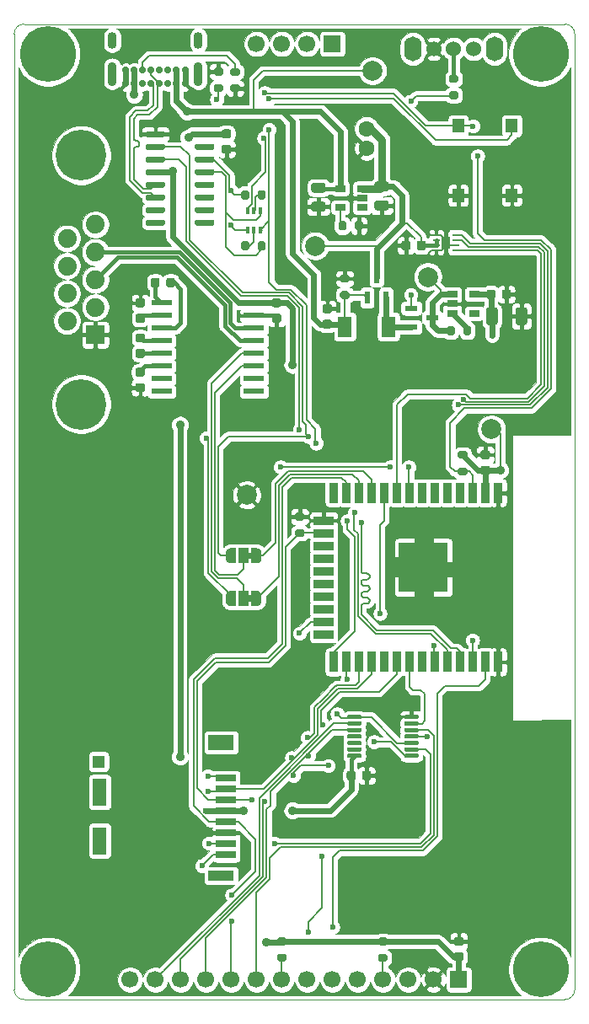
<source format=gtl>
%TF.GenerationSoftware,KiCad,Pcbnew,5.1.10-88a1d61d58~88~ubuntu20.04.1*%
%TF.CreationDate,2021-06-24T14:50:30-05:00*%
%TF.ProjectId,MiOrigin,4d694f72-6967-4696-9e2e-6b696361645f,rev?*%
%TF.SameCoordinates,Original*%
%TF.FileFunction,Copper,L1,Top*%
%TF.FilePolarity,Positive*%
%FSLAX46Y46*%
G04 Gerber Fmt 4.6, Leading zero omitted, Abs format (unit mm)*
G04 Created by KiCad (PCBNEW 5.1.10-88a1d61d58~88~ubuntu20.04.1) date 2021-06-24 14:50:30*
%MOMM*%
%LPD*%
G01*
G04 APERTURE LIST*
%TA.AperFunction,Profile*%
%ADD10C,0.010000*%
%TD*%
%TA.AperFunction,EtchedComponent*%
%ADD11C,0.150000*%
%TD*%
%TA.AperFunction,ComponentPad*%
%ADD12C,1.700000*%
%TD*%
%TA.AperFunction,ComponentPad*%
%ADD13R,1.700000X1.700000*%
%TD*%
%TA.AperFunction,SMDPad,CuDef*%
%ADD14C,2.000000*%
%TD*%
%TA.AperFunction,SMDPad,CuDef*%
%ADD15C,0.150000*%
%TD*%
%TA.AperFunction,SMDPad,CuDef*%
%ADD16R,1.000000X1.500000*%
%TD*%
%TA.AperFunction,SMDPad,CuDef*%
%ADD17R,0.900000X1.300000*%
%TD*%
%TA.AperFunction,SMDPad,CuDef*%
%ADD18R,0.760000X0.270000*%
%TD*%
%TA.AperFunction,SMDPad,CuDef*%
%ADD19R,1.200000X1.400000*%
%TD*%
%TA.AperFunction,SMDPad,CuDef*%
%ADD20R,1.200000X1.200000*%
%TD*%
%TA.AperFunction,SMDPad,CuDef*%
%ADD21R,1.400000X2.700000*%
%TD*%
%TA.AperFunction,SMDPad,CuDef*%
%ADD22R,2.600000X1.500000*%
%TD*%
%TA.AperFunction,SMDPad,CuDef*%
%ADD23R,2.600000X1.000000*%
%TD*%
%TA.AperFunction,SMDPad,CuDef*%
%ADD24R,2.000000X0.700000*%
%TD*%
%TA.AperFunction,SMDPad,CuDef*%
%ADD25R,2.060000X0.600000*%
%TD*%
%TA.AperFunction,ConnectorPad*%
%ADD26C,5.600000*%
%TD*%
%TA.AperFunction,ComponentPad*%
%ADD27C,3.600000*%
%TD*%
%TA.AperFunction,SMDPad,CuDef*%
%ADD28R,0.400000X0.650000*%
%TD*%
%TA.AperFunction,SMDPad,CuDef*%
%ADD29R,1.060000X0.650000*%
%TD*%
%TA.AperFunction,ComponentPad*%
%ADD30C,1.597660*%
%TD*%
%TA.AperFunction,ComponentPad*%
%ADD31C,5.080000*%
%TD*%
%TA.AperFunction,ComponentPad*%
%ADD32C,1.879600*%
%TD*%
%TA.AperFunction,ComponentPad*%
%ADD33R,1.879600X1.879600*%
%TD*%
%TA.AperFunction,ComponentPad*%
%ADD34O,0.900000X1.700000*%
%TD*%
%TA.AperFunction,ComponentPad*%
%ADD35O,0.900000X2.400000*%
%TD*%
%TA.AperFunction,ComponentPad*%
%ADD36C,0.700000*%
%TD*%
%TA.AperFunction,ComponentPad*%
%ADD37O,1.750000X2.500000*%
%TD*%
%TA.AperFunction,ComponentPad*%
%ADD38C,1.524000*%
%TD*%
%TA.AperFunction,SMDPad,CuDef*%
%ADD39R,1.300000X0.600000*%
%TD*%
%TA.AperFunction,SMDPad,CuDef*%
%ADD40R,1.400000X2.100000*%
%TD*%
%TA.AperFunction,SMDPad,CuDef*%
%ADD41R,0.600000X1.300000*%
%TD*%
%TA.AperFunction,SMDPad,CuDef*%
%ADD42R,0.900000X2.000000*%
%TD*%
%TA.AperFunction,SMDPad,CuDef*%
%ADD43R,2.000000X0.900000*%
%TD*%
%TA.AperFunction,SMDPad,CuDef*%
%ADD44R,5.000000X5.000000*%
%TD*%
%TA.AperFunction,ViaPad*%
%ADD45C,0.600000*%
%TD*%
%TA.AperFunction,ViaPad*%
%ADD46C,0.900000*%
%TD*%
%TA.AperFunction,Conductor*%
%ADD47C,0.203200*%
%TD*%
%TA.AperFunction,Conductor*%
%ADD48C,0.250000*%
%TD*%
%TA.AperFunction,Conductor*%
%ADD49C,0.600000*%
%TD*%
%TA.AperFunction,Conductor*%
%ADD50C,0.400000*%
%TD*%
%TA.AperFunction,Conductor*%
%ADD51C,0.800000*%
%TD*%
%TA.AperFunction,Conductor*%
%ADD52C,0.152400*%
%TD*%
%TA.AperFunction,Conductor*%
%ADD53C,0.090000*%
%TD*%
%TA.AperFunction,Conductor*%
%ADD54C,0.150000*%
%TD*%
%TA.AperFunction,Conductor*%
%ADD55C,0.254000*%
%TD*%
G04 APERTURE END LIST*
D10*
X125580000Y-143500000D02*
G75*
G02*
X124580000Y-142500000I0J1000000D01*
G01*
X180920000Y-142500000D02*
G75*
G02*
X179920000Y-143500000I-1000000J0D01*
G01*
X179920000Y-45500000D02*
G75*
G02*
X180920000Y-46500000I0J-1000000D01*
G01*
X124580000Y-46500000D02*
G75*
G02*
X125580000Y-45500000I1000000J0D01*
G01*
X124580000Y-142500000D02*
X124580000Y-46500000D01*
X180920000Y-142500000D02*
X180920000Y-46500000D01*
X179920000Y-143500000D02*
X125580000Y-143500000D01*
X125580000Y-45500000D02*
X179920000Y-45500000D01*
D11*
%TO.C,JP2*%
G36*
X148550000Y-103500000D02*
G01*
X148050000Y-103500000D01*
X148050000Y-102900000D01*
X148550000Y-102900000D01*
X148550000Y-103500000D01*
G37*
%TO.C,JP1*%
G36*
X148550000Y-99200000D02*
G01*
X148050000Y-99200000D01*
X148050000Y-98600000D01*
X148550000Y-98600000D01*
X148550000Y-99200000D01*
G37*
%TD*%
D12*
%TO.P,U4,1*%
%TO.N,TCH_INT*%
X136240000Y-141500000D03*
%TO.P,U4,2*%
%TO.N,Net-(U4-Pad2)*%
X138780000Y-141500000D03*
%TO.P,U4,3*%
%TO.N,HSPI_MOSI*%
X141320000Y-141490000D03*
%TO.P,U4,4*%
%TO.N,TCH_CS*%
X143860000Y-141490000D03*
%TO.P,U4,5*%
%TO.N,HSPI_SCLK*%
X146400000Y-141490000D03*
%TO.P,U4,6*%
%TO.N,Net-(U4-Pad6)*%
X148940000Y-141490000D03*
%TO.P,U4,7*%
%TO.N,Net-(R16-Pad2)*%
X151480000Y-141490000D03*
%TO.P,U4,8*%
%TO.N,VSPI_SCLK*%
X154020000Y-141490000D03*
%TO.P,U4,9*%
%TO.N,VSPI_MOSI*%
X156560000Y-141490000D03*
%TO.P,U4,10*%
%TO.N,LCD_DC*%
X159100000Y-141490000D03*
%TO.P,U4,11*%
%TO.N,Net-(R17-Pad2)*%
X161640000Y-141490000D03*
%TO.P,U4,12*%
%TO.N,LCD_CS*%
X164180000Y-141490000D03*
%TO.P,U4,13*%
%TO.N,GND*%
X166720000Y-141490000D03*
D13*
%TO.P,U4,14*%
%TO.N,+3V3*%
X169260000Y-141490000D03*
%TO.P,U4,18*%
%TO.N,N/C*%
X156560000Y-47500000D03*
D12*
%TO.P,U4,15*%
X148940000Y-47500000D03*
%TO.P,U4,16*%
X151480000Y-47500000D03*
%TO.P,U4,17*%
X154020000Y-47500000D03*
%TD*%
D14*
%TO.P,TP6,1*%
%TO.N,+VUSB_IN*%
X160600000Y-50200000D03*
%TD*%
%TA.AperFunction,SMDPad,CuDef*%
D15*
%TO.P,JP2,1*%
%TO.N,RS232-RX*%
G36*
X148400000Y-102450000D02*
G01*
X148950000Y-102450000D01*
X148950000Y-102450602D01*
X148974534Y-102450602D01*
X149023365Y-102455412D01*
X149071490Y-102464984D01*
X149118445Y-102479228D01*
X149163778Y-102498005D01*
X149207051Y-102521136D01*
X149247850Y-102548396D01*
X149285779Y-102579524D01*
X149320476Y-102614221D01*
X149351604Y-102652150D01*
X149378864Y-102692949D01*
X149401995Y-102736222D01*
X149420772Y-102781555D01*
X149435016Y-102828510D01*
X149444588Y-102876635D01*
X149449398Y-102925466D01*
X149449398Y-102950000D01*
X149450000Y-102950000D01*
X149450000Y-103450000D01*
X149449398Y-103450000D01*
X149449398Y-103474534D01*
X149444588Y-103523365D01*
X149435016Y-103571490D01*
X149420772Y-103618445D01*
X149401995Y-103663778D01*
X149378864Y-103707051D01*
X149351604Y-103747850D01*
X149320476Y-103785779D01*
X149285779Y-103820476D01*
X149247850Y-103851604D01*
X149207051Y-103878864D01*
X149163778Y-103901995D01*
X149118445Y-103920772D01*
X149071490Y-103935016D01*
X149023365Y-103944588D01*
X148974534Y-103949398D01*
X148950000Y-103949398D01*
X148950000Y-103950000D01*
X148400000Y-103950000D01*
X148400000Y-102450000D01*
G37*
%TD.AperFunction*%
D16*
%TO.P,JP2,2*%
%TO.N,Net-(JP2-Pad2)*%
X147650000Y-103200000D03*
%TA.AperFunction,SMDPad,CuDef*%
D15*
%TO.P,JP2,3*%
%TO.N,CH340-RX*%
G36*
X146350000Y-103949398D02*
G01*
X146325466Y-103949398D01*
X146276635Y-103944588D01*
X146228510Y-103935016D01*
X146181555Y-103920772D01*
X146136222Y-103901995D01*
X146092949Y-103878864D01*
X146052150Y-103851604D01*
X146014221Y-103820476D01*
X145979524Y-103785779D01*
X145948396Y-103747850D01*
X145921136Y-103707051D01*
X145898005Y-103663778D01*
X145879228Y-103618445D01*
X145864984Y-103571490D01*
X145855412Y-103523365D01*
X145850602Y-103474534D01*
X145850602Y-103450000D01*
X145850000Y-103450000D01*
X145850000Y-102950000D01*
X145850602Y-102950000D01*
X145850602Y-102925466D01*
X145855412Y-102876635D01*
X145864984Y-102828510D01*
X145879228Y-102781555D01*
X145898005Y-102736222D01*
X145921136Y-102692949D01*
X145948396Y-102652150D01*
X145979524Y-102614221D01*
X146014221Y-102579524D01*
X146052150Y-102548396D01*
X146092949Y-102521136D01*
X146136222Y-102498005D01*
X146181555Y-102479228D01*
X146228510Y-102464984D01*
X146276635Y-102455412D01*
X146325466Y-102450602D01*
X146350000Y-102450602D01*
X146350000Y-102450000D01*
X146900000Y-102450000D01*
X146900000Y-103950000D01*
X146350000Y-103950000D01*
X146350000Y-103949398D01*
G37*
%TD.AperFunction*%
%TD*%
%TA.AperFunction,SMDPad,CuDef*%
%TO.P,JP1,1*%
%TO.N,RS232-TX*%
G36*
X148400000Y-98150000D02*
G01*
X148950000Y-98150000D01*
X148950000Y-98150602D01*
X148974534Y-98150602D01*
X149023365Y-98155412D01*
X149071490Y-98164984D01*
X149118445Y-98179228D01*
X149163778Y-98198005D01*
X149207051Y-98221136D01*
X149247850Y-98248396D01*
X149285779Y-98279524D01*
X149320476Y-98314221D01*
X149351604Y-98352150D01*
X149378864Y-98392949D01*
X149401995Y-98436222D01*
X149420772Y-98481555D01*
X149435016Y-98528510D01*
X149444588Y-98576635D01*
X149449398Y-98625466D01*
X149449398Y-98650000D01*
X149450000Y-98650000D01*
X149450000Y-99150000D01*
X149449398Y-99150000D01*
X149449398Y-99174534D01*
X149444588Y-99223365D01*
X149435016Y-99271490D01*
X149420772Y-99318445D01*
X149401995Y-99363778D01*
X149378864Y-99407051D01*
X149351604Y-99447850D01*
X149320476Y-99485779D01*
X149285779Y-99520476D01*
X149247850Y-99551604D01*
X149207051Y-99578864D01*
X149163778Y-99601995D01*
X149118445Y-99620772D01*
X149071490Y-99635016D01*
X149023365Y-99644588D01*
X148974534Y-99649398D01*
X148950000Y-99649398D01*
X148950000Y-99650000D01*
X148400000Y-99650000D01*
X148400000Y-98150000D01*
G37*
%TD.AperFunction*%
D16*
%TO.P,JP1,2*%
%TO.N,Net-(JP1-Pad2)*%
X147650000Y-98900000D03*
%TA.AperFunction,SMDPad,CuDef*%
D15*
%TO.P,JP1,3*%
%TO.N,CH340-TX*%
G36*
X146350000Y-99649398D02*
G01*
X146325466Y-99649398D01*
X146276635Y-99644588D01*
X146228510Y-99635016D01*
X146181555Y-99620772D01*
X146136222Y-99601995D01*
X146092949Y-99578864D01*
X146052150Y-99551604D01*
X146014221Y-99520476D01*
X145979524Y-99485779D01*
X145948396Y-99447850D01*
X145921136Y-99407051D01*
X145898005Y-99363778D01*
X145879228Y-99318445D01*
X145864984Y-99271490D01*
X145855412Y-99223365D01*
X145850602Y-99174534D01*
X145850602Y-99150000D01*
X145850000Y-99150000D01*
X145850000Y-98650000D01*
X145850602Y-98650000D01*
X145850602Y-98625466D01*
X145855412Y-98576635D01*
X145864984Y-98528510D01*
X145879228Y-98481555D01*
X145898005Y-98436222D01*
X145921136Y-98392949D01*
X145948396Y-98352150D01*
X145979524Y-98314221D01*
X146014221Y-98279524D01*
X146052150Y-98248396D01*
X146092949Y-98221136D01*
X146136222Y-98198005D01*
X146181555Y-98179228D01*
X146228510Y-98164984D01*
X146276635Y-98155412D01*
X146325466Y-98150602D01*
X146350000Y-98150602D01*
X146350000Y-98150000D01*
X146900000Y-98150000D01*
X146900000Y-99650000D01*
X146350000Y-99650000D01*
X146350000Y-99649398D01*
G37*
%TD.AperFunction*%
%TD*%
D14*
%TO.P,TP5,1*%
%TO.N,VIN*%
X166150000Y-70900000D03*
%TD*%
%TO.P,TP3,1*%
%TO.N,+BATT*%
X154850000Y-67800000D03*
%TD*%
%TO.P,TP2,1*%
%TO.N,GND*%
X147950000Y-92800000D03*
%TD*%
%TO.P,TP1,1*%
%TO.N,+3V3*%
X172550000Y-86200000D03*
%TD*%
%TO.P,U7,14*%
%TO.N,+3V3*%
%TA.AperFunction,SMDPad,CuDef*%
G36*
G01*
X159515000Y-118920000D02*
X159515000Y-119120000D01*
G75*
G02*
X159415000Y-119220000I-100000J0D01*
G01*
X158140000Y-119220000D01*
G75*
G02*
X158040000Y-119120000I0J100000D01*
G01*
X158040000Y-118920000D01*
G75*
G02*
X158140000Y-118820000I100000J0D01*
G01*
X159415000Y-118820000D01*
G75*
G02*
X159515000Y-118920000I0J-100000D01*
G01*
G37*
%TD.AperFunction*%
%TO.P,U7,13*%
%TO.N,N/C*%
%TA.AperFunction,SMDPad,CuDef*%
G36*
G01*
X159515000Y-118270000D02*
X159515000Y-118470000D01*
G75*
G02*
X159415000Y-118570000I-100000J0D01*
G01*
X158140000Y-118570000D01*
G75*
G02*
X158040000Y-118470000I0J100000D01*
G01*
X158040000Y-118270000D01*
G75*
G02*
X158140000Y-118170000I100000J0D01*
G01*
X159415000Y-118170000D01*
G75*
G02*
X159515000Y-118270000I0J-100000D01*
G01*
G37*
%TD.AperFunction*%
%TO.P,U7,12*%
%TA.AperFunction,SMDPad,CuDef*%
G36*
G01*
X159515000Y-117620000D02*
X159515000Y-117820000D01*
G75*
G02*
X159415000Y-117920000I-100000J0D01*
G01*
X158140000Y-117920000D01*
G75*
G02*
X158040000Y-117820000I0J100000D01*
G01*
X158040000Y-117620000D01*
G75*
G02*
X158140000Y-117520000I100000J0D01*
G01*
X159415000Y-117520000D01*
G75*
G02*
X159515000Y-117620000I0J-100000D01*
G01*
G37*
%TD.AperFunction*%
%TO.P,U7,11*%
%TA.AperFunction,SMDPad,CuDef*%
G36*
G01*
X159515000Y-116970000D02*
X159515000Y-117170000D01*
G75*
G02*
X159415000Y-117270000I-100000J0D01*
G01*
X158140000Y-117270000D01*
G75*
G02*
X158040000Y-117170000I0J100000D01*
G01*
X158040000Y-116970000D01*
G75*
G02*
X158140000Y-116870000I100000J0D01*
G01*
X159415000Y-116870000D01*
G75*
G02*
X159515000Y-116970000I0J-100000D01*
G01*
G37*
%TD.AperFunction*%
%TO.P,U7,10*%
%TO.N,TCH_CS*%
%TA.AperFunction,SMDPad,CuDef*%
G36*
G01*
X159515000Y-116320000D02*
X159515000Y-116520000D01*
G75*
G02*
X159415000Y-116620000I-100000J0D01*
G01*
X158140000Y-116620000D01*
G75*
G02*
X158040000Y-116520000I0J100000D01*
G01*
X158040000Y-116320000D01*
G75*
G02*
X158140000Y-116220000I100000J0D01*
G01*
X159415000Y-116220000D01*
G75*
G02*
X159515000Y-116320000I0J-100000D01*
G01*
G37*
%TD.AperFunction*%
%TO.P,U7,9*%
%TO.N,Net-(U4-Pad2)*%
%TA.AperFunction,SMDPad,CuDef*%
G36*
G01*
X159515000Y-115670000D02*
X159515000Y-115870000D01*
G75*
G02*
X159415000Y-115970000I-100000J0D01*
G01*
X158140000Y-115970000D01*
G75*
G02*
X158040000Y-115870000I0J100000D01*
G01*
X158040000Y-115670000D01*
G75*
G02*
X158140000Y-115570000I100000J0D01*
G01*
X159415000Y-115570000D01*
G75*
G02*
X159515000Y-115670000I0J-100000D01*
G01*
G37*
%TD.AperFunction*%
%TO.P,U7,8*%
%TO.N,HSPI_MISO*%
%TA.AperFunction,SMDPad,CuDef*%
G36*
G01*
X159515000Y-115020000D02*
X159515000Y-115220000D01*
G75*
G02*
X159415000Y-115320000I-100000J0D01*
G01*
X158140000Y-115320000D01*
G75*
G02*
X158040000Y-115220000I0J100000D01*
G01*
X158040000Y-115020000D01*
G75*
G02*
X158140000Y-114920000I100000J0D01*
G01*
X159415000Y-114920000D01*
G75*
G02*
X159515000Y-115020000I0J-100000D01*
G01*
G37*
%TD.AperFunction*%
%TO.P,U7,7*%
%TO.N,GND*%
%TA.AperFunction,SMDPad,CuDef*%
G36*
G01*
X165240000Y-115020000D02*
X165240000Y-115220000D01*
G75*
G02*
X165140000Y-115320000I-100000J0D01*
G01*
X163865000Y-115320000D01*
G75*
G02*
X163765000Y-115220000I0J100000D01*
G01*
X163765000Y-115020000D01*
G75*
G02*
X163865000Y-114920000I100000J0D01*
G01*
X165140000Y-114920000D01*
G75*
G02*
X165240000Y-115020000I0J-100000D01*
G01*
G37*
%TD.AperFunction*%
%TO.P,U7,6*%
%TO.N,VSPI_MISO*%
%TA.AperFunction,SMDPad,CuDef*%
G36*
G01*
X165240000Y-115670000D02*
X165240000Y-115870000D01*
G75*
G02*
X165140000Y-115970000I-100000J0D01*
G01*
X163865000Y-115970000D01*
G75*
G02*
X163765000Y-115870000I0J100000D01*
G01*
X163765000Y-115670000D01*
G75*
G02*
X163865000Y-115570000I100000J0D01*
G01*
X165140000Y-115570000D01*
G75*
G02*
X165240000Y-115670000I0J-100000D01*
G01*
G37*
%TD.AperFunction*%
%TO.P,U7,5*%
%TO.N,Net-(U4-Pad6)*%
%TA.AperFunction,SMDPad,CuDef*%
G36*
G01*
X165240000Y-116320000D02*
X165240000Y-116520000D01*
G75*
G02*
X165140000Y-116620000I-100000J0D01*
G01*
X163865000Y-116620000D01*
G75*
G02*
X163765000Y-116520000I0J100000D01*
G01*
X163765000Y-116320000D01*
G75*
G02*
X163865000Y-116220000I100000J0D01*
G01*
X165140000Y-116220000D01*
G75*
G02*
X165240000Y-116320000I0J-100000D01*
G01*
G37*
%TD.AperFunction*%
%TO.P,U7,4*%
%TO.N,LCD_CS*%
%TA.AperFunction,SMDPad,CuDef*%
G36*
G01*
X165240000Y-116970000D02*
X165240000Y-117170000D01*
G75*
G02*
X165140000Y-117270000I-100000J0D01*
G01*
X163865000Y-117270000D01*
G75*
G02*
X163765000Y-117170000I0J100000D01*
G01*
X163765000Y-116970000D01*
G75*
G02*
X163865000Y-116870000I100000J0D01*
G01*
X165140000Y-116870000D01*
G75*
G02*
X165240000Y-116970000I0J-100000D01*
G01*
G37*
%TD.AperFunction*%
%TO.P,U7,3*%
%TO.N,HSPI_MISO*%
%TA.AperFunction,SMDPad,CuDef*%
G36*
G01*
X165240000Y-117620000D02*
X165240000Y-117820000D01*
G75*
G02*
X165140000Y-117920000I-100000J0D01*
G01*
X163865000Y-117920000D01*
G75*
G02*
X163765000Y-117820000I0J100000D01*
G01*
X163765000Y-117620000D01*
G75*
G02*
X163865000Y-117520000I100000J0D01*
G01*
X165140000Y-117520000D01*
G75*
G02*
X165240000Y-117620000I0J-100000D01*
G01*
G37*
%TD.AperFunction*%
%TO.P,U7,2*%
%TO.N,Net-(J3-Pad7)*%
%TA.AperFunction,SMDPad,CuDef*%
G36*
G01*
X165240000Y-118270000D02*
X165240000Y-118470000D01*
G75*
G02*
X165140000Y-118570000I-100000J0D01*
G01*
X163865000Y-118570000D01*
G75*
G02*
X163765000Y-118470000I0J100000D01*
G01*
X163765000Y-118270000D01*
G75*
G02*
X163865000Y-118170000I100000J0D01*
G01*
X165140000Y-118170000D01*
G75*
G02*
X165240000Y-118270000I0J-100000D01*
G01*
G37*
%TD.AperFunction*%
%TO.P,U7,1*%
%TO.N,SD_CS*%
%TA.AperFunction,SMDPad,CuDef*%
G36*
G01*
X165240000Y-118920000D02*
X165240000Y-119120000D01*
G75*
G02*
X165140000Y-119220000I-100000J0D01*
G01*
X163865000Y-119220000D01*
G75*
G02*
X163765000Y-119120000I0J100000D01*
G01*
X163765000Y-118920000D01*
G75*
G02*
X163865000Y-118820000I100000J0D01*
G01*
X165140000Y-118820000D01*
G75*
G02*
X165240000Y-118920000I0J-100000D01*
G01*
G37*
%TD.AperFunction*%
%TD*%
D17*
%TO.P,U6,EP*%
%TO.N,GND*%
X167975000Y-67450000D03*
D18*
%TO.P,U6,8*%
%TO.N,SDA*%
X168960000Y-66700000D03*
%TO.P,U6,7*%
%TO.N,SCL*%
X168960000Y-67200000D03*
%TO.P,U6,6*%
%TO.N,GND*%
X168960000Y-67700000D03*
%TO.P,U6,5*%
%TO.N,BAT_ALERT*%
X168960000Y-68200000D03*
%TO.P,U6,4*%
%TO.N,GND*%
X166990000Y-68200000D03*
%TO.P,U6,3*%
%TO.N,+BATT*%
X166990000Y-67700000D03*
%TO.P,U6,2*%
X166990000Y-67200000D03*
%TO.P,U6,1*%
%TO.N,GND*%
X166990000Y-66700000D03*
%TD*%
D19*
%TO.P,S3,2*%
%TO.N,~RESET*%
X169210800Y-55716600D03*
%TO.P,S3,1*%
%TO.N,GND*%
X169210800Y-62716600D03*
%TD*%
%TO.P,S2,2*%
%TO.N,ESP_0-QPWR*%
X174595600Y-55711400D03*
%TO.P,S2,1*%
%TO.N,GND*%
X174595600Y-62711400D03*
%TD*%
D20*
%TO.P,J3,S5*%
%TO.N,N/C*%
X133086800Y-119596400D03*
D21*
%TO.P,J3,S3*%
X133186800Y-127546400D03*
%TO.P,J3,9*%
%TO.N,Net-(J3-Pad9)*%
X133186800Y-122646400D03*
D22*
%TO.P,J3,S2*%
%TO.N,N/C*%
X145386800Y-117696400D03*
D23*
%TO.P,J3,S1*%
X145386800Y-131046400D03*
D24*
%TO.P,J3,1*%
%TO.N,Net-(J3-Pad1)*%
X145886800Y-121246400D03*
%TO.P,J3,2*%
%TO.N,SD_CS*%
X145886800Y-122346400D03*
%TO.P,J3,3*%
%TO.N,HSPI_MOSI*%
X145886800Y-123446400D03*
%TO.P,J3,4*%
%TO.N,+3V3*%
X145886800Y-124546400D03*
%TO.P,J3,5*%
%TO.N,HSPI_SCLK*%
X145886800Y-125646400D03*
%TO.P,J3,6*%
%TO.N,GND*%
X145886800Y-126746400D03*
%TO.P,J3,7*%
%TO.N,Net-(J3-Pad7)*%
X145886800Y-127846400D03*
%TO.P,J3,8*%
%TO.N,Net-(J3-Pad8)*%
X145886800Y-128946400D03*
%TD*%
%TO.P,C11,2*%
%TO.N,GND*%
%TA.AperFunction,SMDPad,CuDef*%
G36*
G01*
X159550000Y-121250000D02*
X159550000Y-120750000D01*
G75*
G02*
X159775000Y-120525000I225000J0D01*
G01*
X160225000Y-120525000D01*
G75*
G02*
X160450000Y-120750000I0J-225000D01*
G01*
X160450000Y-121250000D01*
G75*
G02*
X160225000Y-121475000I-225000J0D01*
G01*
X159775000Y-121475000D01*
G75*
G02*
X159550000Y-121250000I0J225000D01*
G01*
G37*
%TD.AperFunction*%
%TO.P,C11,1*%
%TO.N,+3V3*%
%TA.AperFunction,SMDPad,CuDef*%
G36*
G01*
X158000000Y-121250000D02*
X158000000Y-120750000D01*
G75*
G02*
X158225000Y-120525000I225000J0D01*
G01*
X158675000Y-120525000D01*
G75*
G02*
X158900000Y-120750000I0J-225000D01*
G01*
X158900000Y-121250000D01*
G75*
G02*
X158675000Y-121475000I-225000J0D01*
G01*
X158225000Y-121475000D01*
G75*
G02*
X158000000Y-121250000I0J225000D01*
G01*
G37*
%TD.AperFunction*%
%TD*%
%TO.P,C8,2*%
%TO.N,+BATT*%
%TA.AperFunction,SMDPad,CuDef*%
G36*
G01*
X165050000Y-68000000D02*
X165050000Y-67500000D01*
G75*
G02*
X165275000Y-67275000I225000J0D01*
G01*
X165725000Y-67275000D01*
G75*
G02*
X165950000Y-67500000I0J-225000D01*
G01*
X165950000Y-68000000D01*
G75*
G02*
X165725000Y-68225000I-225000J0D01*
G01*
X165275000Y-68225000D01*
G75*
G02*
X165050000Y-68000000I0J225000D01*
G01*
G37*
%TD.AperFunction*%
%TO.P,C8,1*%
%TO.N,GND*%
%TA.AperFunction,SMDPad,CuDef*%
G36*
G01*
X163500000Y-68000000D02*
X163500000Y-67500000D01*
G75*
G02*
X163725000Y-67275000I225000J0D01*
G01*
X164175000Y-67275000D01*
G75*
G02*
X164400000Y-67500000I0J-225000D01*
G01*
X164400000Y-68000000D01*
G75*
G02*
X164175000Y-68225000I-225000J0D01*
G01*
X163725000Y-68225000D01*
G75*
G02*
X163500000Y-68000000I0J225000D01*
G01*
G37*
%TD.AperFunction*%
%TD*%
%TO.P,C4,2*%
%TO.N,GND*%
%TA.AperFunction,SMDPad,CuDef*%
G36*
G01*
X156300000Y-74550000D02*
X155800000Y-74550000D01*
G75*
G02*
X155575000Y-74325000I0J225000D01*
G01*
X155575000Y-73875000D01*
G75*
G02*
X155800000Y-73650000I225000J0D01*
G01*
X156300000Y-73650000D01*
G75*
G02*
X156525000Y-73875000I0J-225000D01*
G01*
X156525000Y-74325000D01*
G75*
G02*
X156300000Y-74550000I-225000J0D01*
G01*
G37*
%TD.AperFunction*%
%TO.P,C4,1*%
%TO.N,+VUSB_IN*%
%TA.AperFunction,SMDPad,CuDef*%
G36*
G01*
X156300000Y-76100000D02*
X155800000Y-76100000D01*
G75*
G02*
X155575000Y-75875000I0J225000D01*
G01*
X155575000Y-75425000D01*
G75*
G02*
X155800000Y-75200000I225000J0D01*
G01*
X156300000Y-75200000D01*
G75*
G02*
X156525000Y-75425000I0J-225000D01*
G01*
X156525000Y-75875000D01*
G75*
G02*
X156300000Y-76100000I-225000J0D01*
G01*
G37*
%TD.AperFunction*%
%TD*%
%TO.P,C2,2*%
%TO.N,GND*%
%TA.AperFunction,SMDPad,CuDef*%
G36*
G01*
X154681000Y-63346000D02*
X155631000Y-63346000D01*
G75*
G02*
X155881000Y-63596000I0J-250000D01*
G01*
X155881000Y-64096000D01*
G75*
G02*
X155631000Y-64346000I-250000J0D01*
G01*
X154681000Y-64346000D01*
G75*
G02*
X154431000Y-64096000I0J250000D01*
G01*
X154431000Y-63596000D01*
G75*
G02*
X154681000Y-63346000I250000J0D01*
G01*
G37*
%TD.AperFunction*%
%TO.P,C2,1*%
%TO.N,+VUSB_IN*%
%TA.AperFunction,SMDPad,CuDef*%
G36*
G01*
X154681000Y-61446000D02*
X155631000Y-61446000D01*
G75*
G02*
X155881000Y-61696000I0J-250000D01*
G01*
X155881000Y-62196000D01*
G75*
G02*
X155631000Y-62446000I-250000J0D01*
G01*
X154681000Y-62446000D01*
G75*
G02*
X154431000Y-62196000I0J250000D01*
G01*
X154431000Y-61696000D01*
G75*
G02*
X154681000Y-61446000I250000J0D01*
G01*
G37*
%TD.AperFunction*%
%TD*%
D25*
%TO.P,U8,16*%
%TO.N,+3V3*%
X148690000Y-73510000D03*
%TO.P,U8,15*%
%TO.N,GND*%
X148690000Y-74780000D03*
%TO.P,U8,14*%
%TO.N,Net-(J5-Pad2)*%
X148690000Y-76050000D03*
%TO.P,U8,13*%
%TO.N,Net-(J5-Pad3)*%
X148690000Y-77320000D03*
%TO.P,U8,12*%
%TO.N,Net-(JP2-Pad2)*%
X148690000Y-78590000D03*
%TO.P,U8,11*%
%TO.N,Net-(JP1-Pad2)*%
X148690000Y-79860000D03*
%TO.P,U8,10*%
%TO.N,Net-(U8-Pad10)*%
X148690000Y-81130000D03*
%TO.P,U8,9*%
%TO.N,Net-(U8-Pad9)*%
X148690000Y-82400000D03*
%TO.P,U8,8*%
%TO.N,Net-(U8-Pad8)*%
X139410000Y-82400000D03*
%TO.P,U8,7*%
%TO.N,Net-(U8-Pad7)*%
X139410000Y-81130000D03*
%TO.P,U8,6*%
%TO.N,Net-(C17-Pad1)*%
X139410000Y-79860000D03*
%TO.P,U8,5*%
%TO.N,Net-(C15-Pad2)*%
X139410000Y-78590000D03*
%TO.P,U8,4*%
%TO.N,Net-(C15-Pad1)*%
X139410000Y-77320000D03*
%TO.P,U8,3*%
%TO.N,Net-(C14-Pad2)*%
X139410000Y-76050000D03*
%TO.P,U8,2*%
%TO.N,Net-(C16-Pad1)*%
X139410000Y-74780000D03*
%TO.P,U8,1*%
%TO.N,Net-(C14-Pad1)*%
X139410000Y-73510000D03*
%TD*%
%TO.P,C7,2*%
%TO.N,GND*%
%TA.AperFunction,SMDPad,CuDef*%
G36*
G01*
X174975000Y-75500001D02*
X174975000Y-74199999D01*
G75*
G02*
X175224999Y-73950000I249999J0D01*
G01*
X175875001Y-73950000D01*
G75*
G02*
X176125000Y-74199999I0J-249999D01*
G01*
X176125000Y-75500001D01*
G75*
G02*
X175875001Y-75750000I-249999J0D01*
G01*
X175224999Y-75750000D01*
G75*
G02*
X174975000Y-75500001I0J249999D01*
G01*
G37*
%TD.AperFunction*%
%TO.P,C7,1*%
%TO.N,+3V3*%
%TA.AperFunction,SMDPad,CuDef*%
G36*
G01*
X172025000Y-75500001D02*
X172025000Y-74199999D01*
G75*
G02*
X172274999Y-73950000I249999J0D01*
G01*
X172925001Y-73950000D01*
G75*
G02*
X173175000Y-74199999I0J-249999D01*
G01*
X173175000Y-75500001D01*
G75*
G02*
X172925001Y-75750000I-249999J0D01*
G01*
X172274999Y-75750000D01*
G75*
G02*
X172025000Y-75500001I0J249999D01*
G01*
G37*
%TD.AperFunction*%
%TD*%
%TO.P,C3,2*%
%TO.N,GND*%
%TA.AperFunction,SMDPad,CuDef*%
G36*
G01*
X161031000Y-63224000D02*
X161981000Y-63224000D01*
G75*
G02*
X162231000Y-63474000I0J-250000D01*
G01*
X162231000Y-63974000D01*
G75*
G02*
X161981000Y-64224000I-250000J0D01*
G01*
X161031000Y-64224000D01*
G75*
G02*
X160781000Y-63974000I0J250000D01*
G01*
X160781000Y-63474000D01*
G75*
G02*
X161031000Y-63224000I250000J0D01*
G01*
G37*
%TD.AperFunction*%
%TO.P,C3,1*%
%TO.N,+BATT*%
%TA.AperFunction,SMDPad,CuDef*%
G36*
G01*
X161031000Y-61324000D02*
X161981000Y-61324000D01*
G75*
G02*
X162231000Y-61574000I0J-250000D01*
G01*
X162231000Y-62074000D01*
G75*
G02*
X161981000Y-62324000I-250000J0D01*
G01*
X161031000Y-62324000D01*
G75*
G02*
X160781000Y-62074000I0J250000D01*
G01*
X160781000Y-61574000D01*
G75*
G02*
X161031000Y-61324000I250000J0D01*
G01*
G37*
%TD.AperFunction*%
%TD*%
D26*
%TO.P,H4,1*%
%TO.N,N/C*%
X177500000Y-140480000D03*
D27*
X177500000Y-140480000D03*
%TD*%
D26*
%TO.P,H3,1*%
%TO.N,N/C*%
X177500000Y-48520000D03*
D27*
X177500000Y-48520000D03*
%TD*%
D26*
%TO.P,H2,1*%
%TO.N,N/C*%
X128000000Y-140480000D03*
D27*
X128000000Y-140480000D03*
%TD*%
D26*
%TO.P,H1,1*%
%TO.N,N/C*%
X128000000Y-48520000D03*
D27*
X128000000Y-48520000D03*
%TD*%
%TO.P,R17,2*%
%TO.N,Net-(R17-Pad2)*%
%TA.AperFunction,SMDPad,CuDef*%
G36*
G01*
X161365000Y-138905600D02*
X161915000Y-138905600D01*
G75*
G02*
X162115000Y-139105600I0J-200000D01*
G01*
X162115000Y-139505600D01*
G75*
G02*
X161915000Y-139705600I-200000J0D01*
G01*
X161365000Y-139705600D01*
G75*
G02*
X161165000Y-139505600I0J200000D01*
G01*
X161165000Y-139105600D01*
G75*
G02*
X161365000Y-138905600I200000J0D01*
G01*
G37*
%TD.AperFunction*%
%TO.P,R17,1*%
%TO.N,+3V3*%
%TA.AperFunction,SMDPad,CuDef*%
G36*
G01*
X161365000Y-137255600D02*
X161915000Y-137255600D01*
G75*
G02*
X162115000Y-137455600I0J-200000D01*
G01*
X162115000Y-137855600D01*
G75*
G02*
X161915000Y-138055600I-200000J0D01*
G01*
X161365000Y-138055600D01*
G75*
G02*
X161165000Y-137855600I0J200000D01*
G01*
X161165000Y-137455600D01*
G75*
G02*
X161365000Y-137255600I200000J0D01*
G01*
G37*
%TD.AperFunction*%
%TD*%
%TO.P,R16,2*%
%TO.N,Net-(R16-Pad2)*%
%TA.AperFunction,SMDPad,CuDef*%
G36*
G01*
X151205000Y-138892400D02*
X151755000Y-138892400D01*
G75*
G02*
X151955000Y-139092400I0J-200000D01*
G01*
X151955000Y-139492400D01*
G75*
G02*
X151755000Y-139692400I-200000J0D01*
G01*
X151205000Y-139692400D01*
G75*
G02*
X151005000Y-139492400I0J200000D01*
G01*
X151005000Y-139092400D01*
G75*
G02*
X151205000Y-138892400I200000J0D01*
G01*
G37*
%TD.AperFunction*%
%TO.P,R16,1*%
%TO.N,+3V3*%
%TA.AperFunction,SMDPad,CuDef*%
G36*
G01*
X151205000Y-137242400D02*
X151755000Y-137242400D01*
G75*
G02*
X151955000Y-137442400I0J-200000D01*
G01*
X151955000Y-137842400D01*
G75*
G02*
X151755000Y-138042400I-200000J0D01*
G01*
X151205000Y-138042400D01*
G75*
G02*
X151005000Y-137842400I0J200000D01*
G01*
X151005000Y-137442400D01*
G75*
G02*
X151205000Y-137242400I200000J0D01*
G01*
G37*
%TD.AperFunction*%
%TD*%
D28*
%TO.P,Q1,6*%
%TO.N,~RESET*%
X148034800Y-64262600D03*
%TO.P,Q1,4*%
%TO.N,CH340-DTR*%
X149334800Y-64262600D03*
%TO.P,Q1,2*%
%TO.N,Net-(Q1-Pad2)*%
X148684800Y-66162600D03*
%TO.P,Q1,5*%
%TO.N,Net-(Q1-Pad5)*%
X148684800Y-64262600D03*
%TO.P,Q1,3*%
%TO.N,ESP_0-QPWR*%
X149334800Y-66162600D03*
%TO.P,Q1,1*%
%TO.N,CH340-RTS*%
X148034800Y-66162600D03*
%TD*%
%TO.P,C9,2*%
%TO.N,GND*%
%TA.AperFunction,SMDPad,CuDef*%
G36*
G01*
X169510000Y-138104000D02*
X169010000Y-138104000D01*
G75*
G02*
X168785000Y-137879000I0J225000D01*
G01*
X168785000Y-137429000D01*
G75*
G02*
X169010000Y-137204000I225000J0D01*
G01*
X169510000Y-137204000D01*
G75*
G02*
X169735000Y-137429000I0J-225000D01*
G01*
X169735000Y-137879000D01*
G75*
G02*
X169510000Y-138104000I-225000J0D01*
G01*
G37*
%TD.AperFunction*%
%TO.P,C9,1*%
%TO.N,+3V3*%
%TA.AperFunction,SMDPad,CuDef*%
G36*
G01*
X169510000Y-139654000D02*
X169010000Y-139654000D01*
G75*
G02*
X168785000Y-139429000I0J225000D01*
G01*
X168785000Y-138979000D01*
G75*
G02*
X169010000Y-138754000I225000J0D01*
G01*
X169510000Y-138754000D01*
G75*
G02*
X169735000Y-138979000I0J-225000D01*
G01*
X169735000Y-139429000D01*
G75*
G02*
X169510000Y-139654000I-225000J0D01*
G01*
G37*
%TD.AperFunction*%
%TD*%
%TO.P,R7,1*%
%TO.N,GND*%
%TA.AperFunction,SMDPad,CuDef*%
G36*
G01*
X144829600Y-49878600D02*
X145379600Y-49878600D01*
G75*
G02*
X145579600Y-50078600I0J-200000D01*
G01*
X145579600Y-50478600D01*
G75*
G02*
X145379600Y-50678600I-200000J0D01*
G01*
X144829600Y-50678600D01*
G75*
G02*
X144629600Y-50478600I0J200000D01*
G01*
X144629600Y-50078600D01*
G75*
G02*
X144829600Y-49878600I200000J0D01*
G01*
G37*
%TD.AperFunction*%
%TO.P,R7,2*%
%TO.N,Net-(J2-PadA5)*%
%TA.AperFunction,SMDPad,CuDef*%
G36*
G01*
X144829600Y-51528600D02*
X145379600Y-51528600D01*
G75*
G02*
X145579600Y-51728600I0J-200000D01*
G01*
X145579600Y-52128600D01*
G75*
G02*
X145379600Y-52328600I-200000J0D01*
G01*
X144829600Y-52328600D01*
G75*
G02*
X144629600Y-52128600I0J200000D01*
G01*
X144629600Y-51728600D01*
G75*
G02*
X144829600Y-51528600I200000J0D01*
G01*
G37*
%TD.AperFunction*%
%TD*%
%TO.P,R14,2*%
%TO.N,EN_SWITCH*%
%TA.AperFunction,SMDPad,CuDef*%
G36*
G01*
X168475000Y-52250000D02*
X169025000Y-52250000D01*
G75*
G02*
X169225000Y-52450000I0J-200000D01*
G01*
X169225000Y-52850000D01*
G75*
G02*
X169025000Y-53050000I-200000J0D01*
G01*
X168475000Y-53050000D01*
G75*
G02*
X168275000Y-52850000I0J200000D01*
G01*
X168275000Y-52450000D01*
G75*
G02*
X168475000Y-52250000I200000J0D01*
G01*
G37*
%TD.AperFunction*%
%TO.P,R14,1*%
%TO.N,Net-(R14-Pad1)*%
%TA.AperFunction,SMDPad,CuDef*%
G36*
G01*
X168475000Y-50600000D02*
X169025000Y-50600000D01*
G75*
G02*
X169225000Y-50800000I0J-200000D01*
G01*
X169225000Y-51200000D01*
G75*
G02*
X169025000Y-51400000I-200000J0D01*
G01*
X168475000Y-51400000D01*
G75*
G02*
X168275000Y-51200000I0J200000D01*
G01*
X168275000Y-50800000D01*
G75*
G02*
X168475000Y-50600000I200000J0D01*
G01*
G37*
%TD.AperFunction*%
%TD*%
%TO.P,C17,2*%
%TO.N,GND*%
%TA.AperFunction,SMDPad,CuDef*%
G36*
G01*
X137000000Y-81575000D02*
X137500000Y-81575000D01*
G75*
G02*
X137725000Y-81800000I0J-225000D01*
G01*
X137725000Y-82250000D01*
G75*
G02*
X137500000Y-82475000I-225000J0D01*
G01*
X137000000Y-82475000D01*
G75*
G02*
X136775000Y-82250000I0J225000D01*
G01*
X136775000Y-81800000D01*
G75*
G02*
X137000000Y-81575000I225000J0D01*
G01*
G37*
%TD.AperFunction*%
%TO.P,C17,1*%
%TO.N,Net-(C17-Pad1)*%
%TA.AperFunction,SMDPad,CuDef*%
G36*
G01*
X137000000Y-80025000D02*
X137500000Y-80025000D01*
G75*
G02*
X137725000Y-80250000I0J-225000D01*
G01*
X137725000Y-80700000D01*
G75*
G02*
X137500000Y-80925000I-225000J0D01*
G01*
X137000000Y-80925000D01*
G75*
G02*
X136775000Y-80700000I0J225000D01*
G01*
X136775000Y-80250000D01*
G75*
G02*
X137000000Y-80025000I225000J0D01*
G01*
G37*
%TD.AperFunction*%
%TD*%
%TO.P,C16,2*%
%TO.N,GND*%
%TA.AperFunction,SMDPad,CuDef*%
G36*
G01*
X137510000Y-73960000D02*
X137010000Y-73960000D01*
G75*
G02*
X136785000Y-73735000I0J225000D01*
G01*
X136785000Y-73285000D01*
G75*
G02*
X137010000Y-73060000I225000J0D01*
G01*
X137510000Y-73060000D01*
G75*
G02*
X137735000Y-73285000I0J-225000D01*
G01*
X137735000Y-73735000D01*
G75*
G02*
X137510000Y-73960000I-225000J0D01*
G01*
G37*
%TD.AperFunction*%
%TO.P,C16,1*%
%TO.N,Net-(C16-Pad1)*%
%TA.AperFunction,SMDPad,CuDef*%
G36*
G01*
X137510000Y-75510000D02*
X137010000Y-75510000D01*
G75*
G02*
X136785000Y-75285000I0J225000D01*
G01*
X136785000Y-74835000D01*
G75*
G02*
X137010000Y-74610000I225000J0D01*
G01*
X137510000Y-74610000D01*
G75*
G02*
X137735000Y-74835000I0J-225000D01*
G01*
X137735000Y-75285000D01*
G75*
G02*
X137510000Y-75510000I-225000J0D01*
G01*
G37*
%TD.AperFunction*%
%TD*%
%TO.P,C15,2*%
%TO.N,Net-(C15-Pad2)*%
%TA.AperFunction,SMDPad,CuDef*%
G36*
G01*
X137010000Y-78140000D02*
X137510000Y-78140000D01*
G75*
G02*
X137735000Y-78365000I0J-225000D01*
G01*
X137735000Y-78815000D01*
G75*
G02*
X137510000Y-79040000I-225000J0D01*
G01*
X137010000Y-79040000D01*
G75*
G02*
X136785000Y-78815000I0J225000D01*
G01*
X136785000Y-78365000D01*
G75*
G02*
X137010000Y-78140000I225000J0D01*
G01*
G37*
%TD.AperFunction*%
%TO.P,C15,1*%
%TO.N,Net-(C15-Pad1)*%
%TA.AperFunction,SMDPad,CuDef*%
G36*
G01*
X137010000Y-76590000D02*
X137510000Y-76590000D01*
G75*
G02*
X137735000Y-76815000I0J-225000D01*
G01*
X137735000Y-77265000D01*
G75*
G02*
X137510000Y-77490000I-225000J0D01*
G01*
X137010000Y-77490000D01*
G75*
G02*
X136785000Y-77265000I0J225000D01*
G01*
X136785000Y-76815000D01*
G75*
G02*
X137010000Y-76590000I225000J0D01*
G01*
G37*
%TD.AperFunction*%
%TD*%
%TO.P,C14,2*%
%TO.N,Net-(C14-Pad2)*%
%TA.AperFunction,SMDPad,CuDef*%
G36*
G01*
X139858000Y-71728000D02*
X139858000Y-71228000D01*
G75*
G02*
X140083000Y-71003000I225000J0D01*
G01*
X140533000Y-71003000D01*
G75*
G02*
X140758000Y-71228000I0J-225000D01*
G01*
X140758000Y-71728000D01*
G75*
G02*
X140533000Y-71953000I-225000J0D01*
G01*
X140083000Y-71953000D01*
G75*
G02*
X139858000Y-71728000I0J225000D01*
G01*
G37*
%TD.AperFunction*%
%TO.P,C14,1*%
%TO.N,Net-(C14-Pad1)*%
%TA.AperFunction,SMDPad,CuDef*%
G36*
G01*
X138308000Y-71728000D02*
X138308000Y-71228000D01*
G75*
G02*
X138533000Y-71003000I225000J0D01*
G01*
X138983000Y-71003000D01*
G75*
G02*
X139208000Y-71228000I0J-225000D01*
G01*
X139208000Y-71728000D01*
G75*
G02*
X138983000Y-71953000I-225000J0D01*
G01*
X138533000Y-71953000D01*
G75*
G02*
X138308000Y-71728000I0J225000D01*
G01*
G37*
%TD.AperFunction*%
%TD*%
%TO.P,C13,2*%
%TO.N,GND*%
%TA.AperFunction,SMDPad,CuDef*%
G36*
G01*
X150700000Y-74610000D02*
X151200000Y-74610000D01*
G75*
G02*
X151425000Y-74835000I0J-225000D01*
G01*
X151425000Y-75285000D01*
G75*
G02*
X151200000Y-75510000I-225000J0D01*
G01*
X150700000Y-75510000D01*
G75*
G02*
X150475000Y-75285000I0J225000D01*
G01*
X150475000Y-74835000D01*
G75*
G02*
X150700000Y-74610000I225000J0D01*
G01*
G37*
%TD.AperFunction*%
%TO.P,C13,1*%
%TO.N,+3V3*%
%TA.AperFunction,SMDPad,CuDef*%
G36*
G01*
X150700000Y-73060000D02*
X151200000Y-73060000D01*
G75*
G02*
X151425000Y-73285000I0J-225000D01*
G01*
X151425000Y-73735000D01*
G75*
G02*
X151200000Y-73960000I-225000J0D01*
G01*
X150700000Y-73960000D01*
G75*
G02*
X150475000Y-73735000I0J225000D01*
G01*
X150475000Y-73285000D01*
G75*
G02*
X150700000Y-73060000I225000J0D01*
G01*
G37*
%TD.AperFunction*%
%TD*%
%TO.P,C12,2*%
%TO.N,GND*%
%TA.AperFunction,SMDPad,CuDef*%
G36*
G01*
X172177000Y-89222000D02*
X171677000Y-89222000D01*
G75*
G02*
X171452000Y-88997000I0J225000D01*
G01*
X171452000Y-88547000D01*
G75*
G02*
X171677000Y-88322000I225000J0D01*
G01*
X172177000Y-88322000D01*
G75*
G02*
X172402000Y-88547000I0J-225000D01*
G01*
X172402000Y-88997000D01*
G75*
G02*
X172177000Y-89222000I-225000J0D01*
G01*
G37*
%TD.AperFunction*%
%TO.P,C12,1*%
%TO.N,+3V3*%
%TA.AperFunction,SMDPad,CuDef*%
G36*
G01*
X172177000Y-90772000D02*
X171677000Y-90772000D01*
G75*
G02*
X171452000Y-90547000I0J225000D01*
G01*
X171452000Y-90097000D01*
G75*
G02*
X171677000Y-89872000I225000J0D01*
G01*
X172177000Y-89872000D01*
G75*
G02*
X172402000Y-90097000I0J-225000D01*
G01*
X172402000Y-90547000D01*
G75*
G02*
X172177000Y-90772000I-225000J0D01*
G01*
G37*
%TD.AperFunction*%
%TD*%
D29*
%TO.P,U3,5*%
%TO.N,Net-(R9-Pad1)*%
X157358000Y-63912000D03*
%TO.P,U3,4*%
%TO.N,+VUSB_IN*%
X157358000Y-62012000D03*
%TO.P,U3,3*%
%TO.N,+BATT*%
X159558000Y-62012000D03*
%TO.P,U3,2*%
%TO.N,GND*%
X159558000Y-62962000D03*
%TO.P,U3,1*%
%TO.N,Net-(U3-Pad1)*%
X159558000Y-63912000D03*
%TD*%
%TO.P,R12,2*%
%TO.N,GND*%
%TA.AperFunction,SMDPad,CuDef*%
G36*
G01*
X153558400Y-95383600D02*
X153008400Y-95383600D01*
G75*
G02*
X152808400Y-95183600I0J200000D01*
G01*
X152808400Y-94783600D01*
G75*
G02*
X153008400Y-94583600I200000J0D01*
G01*
X153558400Y-94583600D01*
G75*
G02*
X153758400Y-94783600I0J-200000D01*
G01*
X153758400Y-95183600D01*
G75*
G02*
X153558400Y-95383600I-200000J0D01*
G01*
G37*
%TD.AperFunction*%
%TO.P,R12,1*%
%TO.N,HSPI_MOSI*%
%TA.AperFunction,SMDPad,CuDef*%
G36*
G01*
X153558400Y-97033600D02*
X153008400Y-97033600D01*
G75*
G02*
X152808400Y-96833600I0J200000D01*
G01*
X152808400Y-96433600D01*
G75*
G02*
X153008400Y-96233600I200000J0D01*
G01*
X153558400Y-96233600D01*
G75*
G02*
X153758400Y-96433600I0J-200000D01*
G01*
X153758400Y-96833600D01*
G75*
G02*
X153558400Y-97033600I-200000J0D01*
G01*
G37*
%TD.AperFunction*%
%TD*%
%TO.P,R9,2*%
%TO.N,GND*%
%TA.AperFunction,SMDPad,CuDef*%
G36*
G01*
X158820000Y-66031000D02*
X158820000Y-65481000D01*
G75*
G02*
X159020000Y-65281000I200000J0D01*
G01*
X159420000Y-65281000D01*
G75*
G02*
X159620000Y-65481000I0J-200000D01*
G01*
X159620000Y-66031000D01*
G75*
G02*
X159420000Y-66231000I-200000J0D01*
G01*
X159020000Y-66231000D01*
G75*
G02*
X158820000Y-66031000I0J200000D01*
G01*
G37*
%TD.AperFunction*%
%TO.P,R9,1*%
%TO.N,Net-(R9-Pad1)*%
%TA.AperFunction,SMDPad,CuDef*%
G36*
G01*
X157170000Y-66031000D02*
X157170000Y-65481000D01*
G75*
G02*
X157370000Y-65281000I200000J0D01*
G01*
X157770000Y-65281000D01*
G75*
G02*
X157970000Y-65481000I0J-200000D01*
G01*
X157970000Y-66031000D01*
G75*
G02*
X157770000Y-66231000I-200000J0D01*
G01*
X157370000Y-66231000D01*
G75*
G02*
X157170000Y-66031000I0J200000D01*
G01*
G37*
%TD.AperFunction*%
%TD*%
%TO.P,R3,2*%
%TO.N,~RESET*%
%TA.AperFunction,SMDPad,CuDef*%
G36*
G01*
X169366000Y-90035000D02*
X169916000Y-90035000D01*
G75*
G02*
X170116000Y-90235000I0J-200000D01*
G01*
X170116000Y-90635000D01*
G75*
G02*
X169916000Y-90835000I-200000J0D01*
G01*
X169366000Y-90835000D01*
G75*
G02*
X169166000Y-90635000I0J200000D01*
G01*
X169166000Y-90235000D01*
G75*
G02*
X169366000Y-90035000I200000J0D01*
G01*
G37*
%TD.AperFunction*%
%TO.P,R3,1*%
%TO.N,+3V3*%
%TA.AperFunction,SMDPad,CuDef*%
G36*
G01*
X169366000Y-88385000D02*
X169916000Y-88385000D01*
G75*
G02*
X170116000Y-88585000I0J-200000D01*
G01*
X170116000Y-88985000D01*
G75*
G02*
X169916000Y-89185000I-200000J0D01*
G01*
X169366000Y-89185000D01*
G75*
G02*
X169166000Y-88985000I0J200000D01*
G01*
X169166000Y-88585000D01*
G75*
G02*
X169366000Y-88385000I200000J0D01*
G01*
G37*
%TD.AperFunction*%
%TD*%
D30*
%TO.P,J4,2*%
%TO.N,+BATT*%
X160000000Y-56001780D03*
%TO.P,J4,1*%
%TO.N,GND*%
X160000000Y-57998220D03*
%TD*%
D31*
%TO.P,J5,G2*%
%TO.N,N/C*%
X131330140Y-58686000D03*
%TO.P,J5,G1*%
X131330140Y-83684680D03*
D32*
%TO.P,J5,9*%
%TO.N,Net-(J5-Pad9)*%
X129910280Y-75333160D03*
%TO.P,J5,8*%
%TO.N,Net-(J5-Pad8)*%
X129910280Y-72564560D03*
%TO.P,J5,7*%
%TO.N,Net-(J5-Pad7)*%
X129910280Y-69806120D03*
%TO.P,J5,6*%
%TO.N,Net-(J5-Pad6)*%
X129910280Y-67037520D03*
D33*
%TO.P,J5,5*%
%TO.N,GND*%
X132750000Y-76725080D03*
D32*
%TO.P,J5,4*%
%TO.N,Net-(J5-Pad4)*%
X132750000Y-73953940D03*
%TO.P,J5,3*%
%TO.N,Net-(J5-Pad3)*%
X132750000Y-71185340D03*
%TO.P,J5,2*%
%TO.N,Net-(J5-Pad2)*%
X132750000Y-68416740D03*
%TO.P,J5,1*%
%TO.N,Net-(J5-Pad1)*%
X132750000Y-65645600D03*
%TD*%
D34*
%TO.P,J2,S1*%
%TO.N,Net-(J2-PadS1)*%
X134450000Y-47140000D03*
X143100000Y-47140000D03*
D35*
X134450000Y-50520000D03*
X143100000Y-50520000D03*
D36*
%TO.P,J2,B6*%
%TO.N,D+*%
X138350000Y-50150000D03*
%TO.P,J2,B1*%
%TO.N,GND*%
X135800000Y-50150000D03*
%TO.P,J2,B4*%
%TO.N,+VUSB_IN*%
X136650000Y-50150000D03*
%TO.P,J2,B5*%
%TO.N,Net-(J2-PadB5)*%
X137500000Y-50150000D03*
%TO.P,J2,B12*%
%TO.N,GND*%
X141750000Y-50150000D03*
%TO.P,J2,B8*%
%TO.N,Net-(J2-PadB8)*%
X140050000Y-50150000D03*
%TO.P,J2,B7*%
%TO.N,D-*%
X139200000Y-50150000D03*
%TO.P,J2,B9*%
%TO.N,+VUSB_IN*%
X140900000Y-50150000D03*
%TO.P,J2,A12*%
%TO.N,GND*%
X135800000Y-51500000D03*
%TO.P,J2,A9*%
%TO.N,+VUSB_IN*%
X136650000Y-51500000D03*
%TO.P,J2,A8*%
%TO.N,Net-(J2-PadA8)*%
X137500000Y-51500000D03*
%TO.P,J2,A7*%
%TO.N,D-*%
X138350000Y-51500000D03*
%TO.P,J2,A6*%
%TO.N,D+*%
X139200000Y-51500000D03*
%TO.P,J2,A5*%
%TO.N,Net-(J2-PadA5)*%
X140050000Y-51500000D03*
%TO.P,J2,A4*%
%TO.N,+VUSB_IN*%
X140900000Y-51500000D03*
%TO.P,J2,A1*%
%TO.N,GND*%
X141750000Y-51500000D03*
%TD*%
D37*
%TO.P,S1,*%
%TO.N,*%
X172850000Y-48000000D03*
X164650000Y-48000000D03*
D38*
%TO.P,S1,2*%
%TO.N,Net-(R14-Pad1)*%
X168750000Y-48000000D03*
%TO.P,S1,1*%
%TO.N,+3V3*%
X170750000Y-48000000D03*
%TO.P,S1,3*%
%TO.N,GND*%
X166750000Y-48000000D03*
%TD*%
D39*
%TO.P,Q5,3*%
%TO.N,VIN*%
X166600000Y-75000000D03*
%TO.P,Q5,2*%
%TO.N,Net-(D3-Pad1)*%
X164500000Y-75950000D03*
%TO.P,Q5,1*%
%TO.N,EN_SWITCH*%
X164500000Y-74050000D03*
%TD*%
%TO.P,C1,1*%
%TO.N,GND*%
%TA.AperFunction,SMDPad,CuDef*%
G36*
G01*
X146167400Y-58527000D02*
X145667400Y-58527000D01*
G75*
G02*
X145442400Y-58302000I0J225000D01*
G01*
X145442400Y-57852000D01*
G75*
G02*
X145667400Y-57627000I225000J0D01*
G01*
X146167400Y-57627000D01*
G75*
G02*
X146392400Y-57852000I0J-225000D01*
G01*
X146392400Y-58302000D01*
G75*
G02*
X146167400Y-58527000I-225000J0D01*
G01*
G37*
%TD.AperFunction*%
%TO.P,C1,2*%
%TO.N,+3V3*%
%TA.AperFunction,SMDPad,CuDef*%
G36*
G01*
X146167400Y-56977000D02*
X145667400Y-56977000D01*
G75*
G02*
X145442400Y-56752000I0J225000D01*
G01*
X145442400Y-56302000D01*
G75*
G02*
X145667400Y-56077000I225000J0D01*
G01*
X146167400Y-56077000D01*
G75*
G02*
X146392400Y-56302000I0J-225000D01*
G01*
X146392400Y-56752000D01*
G75*
G02*
X146167400Y-56977000I-225000J0D01*
G01*
G37*
%TD.AperFunction*%
%TD*%
%TO.P,C5,1*%
%TO.N,+3V3*%
%TA.AperFunction,SMDPad,CuDef*%
G36*
G01*
X172050000Y-72900000D02*
X172050000Y-72400000D01*
G75*
G02*
X172275000Y-72175000I225000J0D01*
G01*
X172725000Y-72175000D01*
G75*
G02*
X172950000Y-72400000I0J-225000D01*
G01*
X172950000Y-72900000D01*
G75*
G02*
X172725000Y-73125000I-225000J0D01*
G01*
X172275000Y-73125000D01*
G75*
G02*
X172050000Y-72900000I0J225000D01*
G01*
G37*
%TD.AperFunction*%
%TO.P,C5,2*%
%TO.N,GND*%
%TA.AperFunction,SMDPad,CuDef*%
G36*
G01*
X173600000Y-72900000D02*
X173600000Y-72400000D01*
G75*
G02*
X173825000Y-72175000I225000J0D01*
G01*
X174275000Y-72175000D01*
G75*
G02*
X174500000Y-72400000I0J-225000D01*
G01*
X174500000Y-72900000D01*
G75*
G02*
X174275000Y-73125000I-225000J0D01*
G01*
X173825000Y-73125000D01*
G75*
G02*
X173600000Y-72900000I0J225000D01*
G01*
G37*
%TD.AperFunction*%
%TD*%
D40*
%TO.P,D3,2*%
%TO.N,+VUSB_IN*%
X157800000Y-75900000D03*
%TO.P,D3,1*%
%TO.N,Net-(D3-Pad1)*%
X162200000Y-75900000D03*
%TD*%
D41*
%TO.P,Q2,3*%
%TO.N,+BATT*%
X161000000Y-70900000D03*
%TO.P,Q2,2*%
%TO.N,Net-(D3-Pad1)*%
X161950000Y-73000000D03*
%TO.P,Q2,1*%
%TO.N,+VUSB_IN*%
X160050000Y-73000000D03*
%TD*%
%TO.P,R1,2*%
%TO.N,Net-(Q1-Pad2)*%
%TA.AperFunction,SMDPad,CuDef*%
G36*
G01*
X148196800Y-67518200D02*
X148196800Y-68068200D01*
G75*
G02*
X147996800Y-68268200I-200000J0D01*
G01*
X147596800Y-68268200D01*
G75*
G02*
X147396800Y-68068200I0J200000D01*
G01*
X147396800Y-67518200D01*
G75*
G02*
X147596800Y-67318200I200000J0D01*
G01*
X147996800Y-67318200D01*
G75*
G02*
X148196800Y-67518200I0J-200000D01*
G01*
G37*
%TD.AperFunction*%
%TO.P,R1,1*%
%TO.N,CH340-DTR*%
%TA.AperFunction,SMDPad,CuDef*%
G36*
G01*
X149846800Y-67518200D02*
X149846800Y-68068200D01*
G75*
G02*
X149646800Y-68268200I-200000J0D01*
G01*
X149246800Y-68268200D01*
G75*
G02*
X149046800Y-68068200I0J200000D01*
G01*
X149046800Y-67518200D01*
G75*
G02*
X149246800Y-67318200I200000J0D01*
G01*
X149646800Y-67318200D01*
G75*
G02*
X149846800Y-67518200I0J-200000D01*
G01*
G37*
%TD.AperFunction*%
%TD*%
%TO.P,R2,1*%
%TO.N,CH340-RTS*%
%TA.AperFunction,SMDPad,CuDef*%
G36*
G01*
X147396800Y-62937400D02*
X147396800Y-62387400D01*
G75*
G02*
X147596800Y-62187400I200000J0D01*
G01*
X147996800Y-62187400D01*
G75*
G02*
X148196800Y-62387400I0J-200000D01*
G01*
X148196800Y-62937400D01*
G75*
G02*
X147996800Y-63137400I-200000J0D01*
G01*
X147596800Y-63137400D01*
G75*
G02*
X147396800Y-62937400I0J200000D01*
G01*
G37*
%TD.AperFunction*%
%TO.P,R2,2*%
%TO.N,Net-(Q1-Pad5)*%
%TA.AperFunction,SMDPad,CuDef*%
G36*
G01*
X149046800Y-62937400D02*
X149046800Y-62387400D01*
G75*
G02*
X149246800Y-62187400I200000J0D01*
G01*
X149646800Y-62187400D01*
G75*
G02*
X149846800Y-62387400I0J-200000D01*
G01*
X149846800Y-62937400D01*
G75*
G02*
X149646800Y-63137400I-200000J0D01*
G01*
X149246800Y-63137400D01*
G75*
G02*
X149046800Y-62937400I0J200000D01*
G01*
G37*
%TD.AperFunction*%
%TD*%
%TO.P,R8,2*%
%TO.N,Net-(J2-PadB5)*%
%TA.AperFunction,SMDPad,CuDef*%
G36*
G01*
X147056000Y-50704000D02*
X146506000Y-50704000D01*
G75*
G02*
X146306000Y-50504000I0J200000D01*
G01*
X146306000Y-50104000D01*
G75*
G02*
X146506000Y-49904000I200000J0D01*
G01*
X147056000Y-49904000D01*
G75*
G02*
X147256000Y-50104000I0J-200000D01*
G01*
X147256000Y-50504000D01*
G75*
G02*
X147056000Y-50704000I-200000J0D01*
G01*
G37*
%TD.AperFunction*%
%TO.P,R8,1*%
%TO.N,GND*%
%TA.AperFunction,SMDPad,CuDef*%
G36*
G01*
X147056000Y-52354000D02*
X146506000Y-52354000D01*
G75*
G02*
X146306000Y-52154000I0J200000D01*
G01*
X146306000Y-51754000D01*
G75*
G02*
X146506000Y-51554000I200000J0D01*
G01*
X147056000Y-51554000D01*
G75*
G02*
X147256000Y-51754000I0J-200000D01*
G01*
X147256000Y-52154000D01*
G75*
G02*
X147056000Y-52354000I-200000J0D01*
G01*
G37*
%TD.AperFunction*%
%TD*%
%TO.P,R10,1*%
%TO.N,+VUSB_IN*%
%TA.AperFunction,SMDPad,CuDef*%
G36*
G01*
X158075000Y-73125000D02*
X157525000Y-73125000D01*
G75*
G02*
X157325000Y-72925000I0J200000D01*
G01*
X157325000Y-72525000D01*
G75*
G02*
X157525000Y-72325000I200000J0D01*
G01*
X158075000Y-72325000D01*
G75*
G02*
X158275000Y-72525000I0J-200000D01*
G01*
X158275000Y-72925000D01*
G75*
G02*
X158075000Y-73125000I-200000J0D01*
G01*
G37*
%TD.AperFunction*%
%TO.P,R10,2*%
%TO.N,GND*%
%TA.AperFunction,SMDPad,CuDef*%
G36*
G01*
X158075000Y-71475000D02*
X157525000Y-71475000D01*
G75*
G02*
X157325000Y-71275000I0J200000D01*
G01*
X157325000Y-70875000D01*
G75*
G02*
X157525000Y-70675000I200000J0D01*
G01*
X158075000Y-70675000D01*
G75*
G02*
X158275000Y-70875000I0J-200000D01*
G01*
X158275000Y-71275000D01*
G75*
G02*
X158075000Y-71475000I-200000J0D01*
G01*
G37*
%TD.AperFunction*%
%TD*%
%TO.P,R11,2*%
%TO.N,VIN*%
%TA.AperFunction,SMDPad,CuDef*%
G36*
G01*
X168850000Y-76025000D02*
X168850000Y-76575000D01*
G75*
G02*
X168650000Y-76775000I-200000J0D01*
G01*
X168250000Y-76775000D01*
G75*
G02*
X168050000Y-76575000I0J200000D01*
G01*
X168050000Y-76025000D01*
G75*
G02*
X168250000Y-75825000I200000J0D01*
G01*
X168650000Y-75825000D01*
G75*
G02*
X168850000Y-76025000I0J-200000D01*
G01*
G37*
%TD.AperFunction*%
%TO.P,R11,1*%
%TO.N,Net-(R11-Pad1)*%
%TA.AperFunction,SMDPad,CuDef*%
G36*
G01*
X170500000Y-76025000D02*
X170500000Y-76575000D01*
G75*
G02*
X170300000Y-76775000I-200000J0D01*
G01*
X169900000Y-76775000D01*
G75*
G02*
X169700000Y-76575000I0J200000D01*
G01*
X169700000Y-76025000D01*
G75*
G02*
X169900000Y-75825000I200000J0D01*
G01*
X170300000Y-75825000D01*
G75*
G02*
X170500000Y-76025000I0J-200000D01*
G01*
G37*
%TD.AperFunction*%
%TD*%
D42*
%TO.P,U1,38*%
%TO.N,GND*%
X173204000Y-109588000D03*
%TO.P,U1,37*%
%TO.N,VSPI_MOSI*%
X171934000Y-109588000D03*
%TO.P,U1,36*%
%TO.N,SCL*%
X170664000Y-109588000D03*
%TO.P,U1,35*%
%TO.N,CH340-RX*%
X169394000Y-109588000D03*
%TO.P,U1,34*%
%TO.N,CH340-TX*%
X168124000Y-109588000D03*
%TO.P,U1,33*%
%TO.N,SDA*%
X166854000Y-109588000D03*
%TO.P,U1,32*%
%TO.N,Net-(U1-Pad32)*%
X165584000Y-109588000D03*
%TO.P,U1,31*%
%TO.N,VSPI_MISO*%
X164314000Y-109588000D03*
%TO.P,U1,30*%
%TO.N,VSPI_SCLK*%
X163044000Y-109588000D03*
%TO.P,U1,29*%
%TO.N,Net-(U1-Pad29)*%
X161774000Y-109588000D03*
%TO.P,U1,28*%
%TO.N,SD_CS*%
X160504000Y-109588000D03*
%TO.P,U1,27*%
%TO.N,TCH_CS*%
X159234000Y-109588000D03*
%TO.P,U1,26*%
%TO.N,LCD_CS*%
X157964000Y-109588000D03*
%TO.P,U1,25*%
%TO.N,ESP_0-QPWR*%
X156694000Y-109588000D03*
D43*
%TO.P,U1,24*%
%TO.N,Net-(U1-Pad24)*%
X155694000Y-106803000D03*
%TO.P,U1,23*%
%TO.N,LCD_DC*%
X155694000Y-105533000D03*
%TO.P,U1,22*%
%TO.N,Net-(U1-Pad22)*%
X155694000Y-104263000D03*
%TO.P,U1,21*%
%TO.N,Net-(U1-Pad21)*%
X155694000Y-102993000D03*
%TO.P,U1,20*%
%TO.N,Net-(U1-Pad20)*%
X155694000Y-101723000D03*
%TO.P,U1,19*%
%TO.N,Net-(U1-Pad19)*%
X155694000Y-100453000D03*
%TO.P,U1,18*%
%TO.N,Net-(U1-Pad18)*%
X155694000Y-99183000D03*
%TO.P,U1,17*%
%TO.N,Net-(U1-Pad17)*%
X155694000Y-97913000D03*
%TO.P,U1,16*%
%TO.N,HSPI_MOSI*%
X155694000Y-96643000D03*
%TO.P,U1,15*%
%TO.N,GND*%
X155694000Y-95373000D03*
D42*
%TO.P,U1,14*%
%TO.N,Net-(U1-Pad14)*%
X156694000Y-92588000D03*
%TO.P,U1,13*%
%TO.N,HSPI_SCLK*%
X157964000Y-92588000D03*
%TO.P,U1,12*%
%TO.N,RS232-RX*%
X159234000Y-92588000D03*
%TO.P,U1,11*%
%TO.N,RS232-TX*%
X160504000Y-92588000D03*
%TO.P,U1,10*%
%TO.N,HSPI_MISO*%
X161774000Y-92588000D03*
%TO.P,U1,9*%
%TO.N,BAT_ALERT*%
X163044000Y-92588000D03*
%TO.P,U1,8*%
%TO.N,TCH_INT*%
X164314000Y-92588000D03*
%TO.P,U1,7*%
%TO.N,Net-(U1-Pad7)*%
X165584000Y-92588000D03*
%TO.P,U1,6*%
%TO.N,Net-(U1-Pad6)*%
X166854000Y-92588000D03*
%TO.P,U1,5*%
%TO.N,Net-(U1-Pad5)*%
X168124000Y-92588000D03*
%TO.P,U1,4*%
%TO.N,Net-(U1-Pad4)*%
X169394000Y-92588000D03*
%TO.P,U1,3*%
%TO.N,~RESET*%
X170664000Y-92588000D03*
%TO.P,U1,2*%
%TO.N,+3V3*%
X171934000Y-92588000D03*
%TO.P,U1,1*%
%TO.N,GND*%
X173204000Y-92588000D03*
D44*
%TO.P,U1,39*%
X165704000Y-100088000D03*
%TD*%
%TO.P,U2,16*%
%TO.N,+3V3*%
%TA.AperFunction,SMDPad,CuDef*%
G36*
G01*
X142750000Y-56705000D02*
X142750000Y-56405000D01*
G75*
G02*
X142900000Y-56255000I150000J0D01*
G01*
X144550000Y-56255000D01*
G75*
G02*
X144700000Y-56405000I0J-150000D01*
G01*
X144700000Y-56705000D01*
G75*
G02*
X144550000Y-56855000I-150000J0D01*
G01*
X142900000Y-56855000D01*
G75*
G02*
X142750000Y-56705000I0J150000D01*
G01*
G37*
%TD.AperFunction*%
%TO.P,U2,15*%
%TO.N,Net-(U2-Pad15)*%
%TA.AperFunction,SMDPad,CuDef*%
G36*
G01*
X142750000Y-57975000D02*
X142750000Y-57675000D01*
G75*
G02*
X142900000Y-57525000I150000J0D01*
G01*
X144550000Y-57525000D01*
G75*
G02*
X144700000Y-57675000I0J-150000D01*
G01*
X144700000Y-57975000D01*
G75*
G02*
X144550000Y-58125000I-150000J0D01*
G01*
X142900000Y-58125000D01*
G75*
G02*
X142750000Y-57975000I0J150000D01*
G01*
G37*
%TD.AperFunction*%
%TO.P,U2,14*%
%TO.N,CH340-RTS*%
%TA.AperFunction,SMDPad,CuDef*%
G36*
G01*
X142750000Y-59245000D02*
X142750000Y-58945000D01*
G75*
G02*
X142900000Y-58795000I150000J0D01*
G01*
X144550000Y-58795000D01*
G75*
G02*
X144700000Y-58945000I0J-150000D01*
G01*
X144700000Y-59245000D01*
G75*
G02*
X144550000Y-59395000I-150000J0D01*
G01*
X142900000Y-59395000D01*
G75*
G02*
X142750000Y-59245000I0J150000D01*
G01*
G37*
%TD.AperFunction*%
%TO.P,U2,13*%
%TO.N,CH340-DTR*%
%TA.AperFunction,SMDPad,CuDef*%
G36*
G01*
X142750000Y-60515000D02*
X142750000Y-60215000D01*
G75*
G02*
X142900000Y-60065000I150000J0D01*
G01*
X144550000Y-60065000D01*
G75*
G02*
X144700000Y-60215000I0J-150000D01*
G01*
X144700000Y-60515000D01*
G75*
G02*
X144550000Y-60665000I-150000J0D01*
G01*
X142900000Y-60665000D01*
G75*
G02*
X142750000Y-60515000I0J150000D01*
G01*
G37*
%TD.AperFunction*%
%TO.P,U2,12*%
%TO.N,Net-(U2-Pad12)*%
%TA.AperFunction,SMDPad,CuDef*%
G36*
G01*
X142750000Y-61785000D02*
X142750000Y-61485000D01*
G75*
G02*
X142900000Y-61335000I150000J0D01*
G01*
X144550000Y-61335000D01*
G75*
G02*
X144700000Y-61485000I0J-150000D01*
G01*
X144700000Y-61785000D01*
G75*
G02*
X144550000Y-61935000I-150000J0D01*
G01*
X142900000Y-61935000D01*
G75*
G02*
X142750000Y-61785000I0J150000D01*
G01*
G37*
%TD.AperFunction*%
%TO.P,U2,11*%
%TO.N,Net-(U2-Pad11)*%
%TA.AperFunction,SMDPad,CuDef*%
G36*
G01*
X142750000Y-63055000D02*
X142750000Y-62755000D01*
G75*
G02*
X142900000Y-62605000I150000J0D01*
G01*
X144550000Y-62605000D01*
G75*
G02*
X144700000Y-62755000I0J-150000D01*
G01*
X144700000Y-63055000D01*
G75*
G02*
X144550000Y-63205000I-150000J0D01*
G01*
X142900000Y-63205000D01*
G75*
G02*
X142750000Y-63055000I0J150000D01*
G01*
G37*
%TD.AperFunction*%
%TO.P,U2,10*%
%TO.N,Net-(U2-Pad10)*%
%TA.AperFunction,SMDPad,CuDef*%
G36*
G01*
X142750000Y-64325000D02*
X142750000Y-64025000D01*
G75*
G02*
X142900000Y-63875000I150000J0D01*
G01*
X144550000Y-63875000D01*
G75*
G02*
X144700000Y-64025000I0J-150000D01*
G01*
X144700000Y-64325000D01*
G75*
G02*
X144550000Y-64475000I-150000J0D01*
G01*
X142900000Y-64475000D01*
G75*
G02*
X142750000Y-64325000I0J150000D01*
G01*
G37*
%TD.AperFunction*%
%TO.P,U2,9*%
%TO.N,Net-(U2-Pad9)*%
%TA.AperFunction,SMDPad,CuDef*%
G36*
G01*
X142750000Y-65595000D02*
X142750000Y-65295000D01*
G75*
G02*
X142900000Y-65145000I150000J0D01*
G01*
X144550000Y-65145000D01*
G75*
G02*
X144700000Y-65295000I0J-150000D01*
G01*
X144700000Y-65595000D01*
G75*
G02*
X144550000Y-65745000I-150000J0D01*
G01*
X142900000Y-65745000D01*
G75*
G02*
X142750000Y-65595000I0J150000D01*
G01*
G37*
%TD.AperFunction*%
%TO.P,U2,8*%
%TO.N,Net-(U2-Pad8)*%
%TA.AperFunction,SMDPad,CuDef*%
G36*
G01*
X137800000Y-65595000D02*
X137800000Y-65295000D01*
G75*
G02*
X137950000Y-65145000I150000J0D01*
G01*
X139600000Y-65145000D01*
G75*
G02*
X139750000Y-65295000I0J-150000D01*
G01*
X139750000Y-65595000D01*
G75*
G02*
X139600000Y-65745000I-150000J0D01*
G01*
X137950000Y-65745000D01*
G75*
G02*
X137800000Y-65595000I0J150000D01*
G01*
G37*
%TD.AperFunction*%
%TO.P,U2,7*%
%TO.N,Net-(U2-Pad7)*%
%TA.AperFunction,SMDPad,CuDef*%
G36*
G01*
X137800000Y-64325000D02*
X137800000Y-64025000D01*
G75*
G02*
X137950000Y-63875000I150000J0D01*
G01*
X139600000Y-63875000D01*
G75*
G02*
X139750000Y-64025000I0J-150000D01*
G01*
X139750000Y-64325000D01*
G75*
G02*
X139600000Y-64475000I-150000J0D01*
G01*
X137950000Y-64475000D01*
G75*
G02*
X137800000Y-64325000I0J150000D01*
G01*
G37*
%TD.AperFunction*%
%TO.P,U2,6*%
%TO.N,D-*%
%TA.AperFunction,SMDPad,CuDef*%
G36*
G01*
X137800000Y-63055000D02*
X137800000Y-62755000D01*
G75*
G02*
X137950000Y-62605000I150000J0D01*
G01*
X139600000Y-62605000D01*
G75*
G02*
X139750000Y-62755000I0J-150000D01*
G01*
X139750000Y-63055000D01*
G75*
G02*
X139600000Y-63205000I-150000J0D01*
G01*
X137950000Y-63205000D01*
G75*
G02*
X137800000Y-63055000I0J150000D01*
G01*
G37*
%TD.AperFunction*%
%TO.P,U2,5*%
%TO.N,D+*%
%TA.AperFunction,SMDPad,CuDef*%
G36*
G01*
X137800000Y-61785000D02*
X137800000Y-61485000D01*
G75*
G02*
X137950000Y-61335000I150000J0D01*
G01*
X139600000Y-61335000D01*
G75*
G02*
X139750000Y-61485000I0J-150000D01*
G01*
X139750000Y-61785000D01*
G75*
G02*
X139600000Y-61935000I-150000J0D01*
G01*
X137950000Y-61935000D01*
G75*
G02*
X137800000Y-61785000I0J150000D01*
G01*
G37*
%TD.AperFunction*%
%TO.P,U2,4*%
%TO.N,+3V3*%
%TA.AperFunction,SMDPad,CuDef*%
G36*
G01*
X137800000Y-60515000D02*
X137800000Y-60215000D01*
G75*
G02*
X137950000Y-60065000I150000J0D01*
G01*
X139600000Y-60065000D01*
G75*
G02*
X139750000Y-60215000I0J-150000D01*
G01*
X139750000Y-60515000D01*
G75*
G02*
X139600000Y-60665000I-150000J0D01*
G01*
X137950000Y-60665000D01*
G75*
G02*
X137800000Y-60515000I0J150000D01*
G01*
G37*
%TD.AperFunction*%
%TO.P,U2,3*%
%TO.N,CH340-RX*%
%TA.AperFunction,SMDPad,CuDef*%
G36*
G01*
X137800000Y-59245000D02*
X137800000Y-58945000D01*
G75*
G02*
X137950000Y-58795000I150000J0D01*
G01*
X139600000Y-58795000D01*
G75*
G02*
X139750000Y-58945000I0J-150000D01*
G01*
X139750000Y-59245000D01*
G75*
G02*
X139600000Y-59395000I-150000J0D01*
G01*
X137950000Y-59395000D01*
G75*
G02*
X137800000Y-59245000I0J150000D01*
G01*
G37*
%TD.AperFunction*%
%TO.P,U2,2*%
%TO.N,CH340-TX*%
%TA.AperFunction,SMDPad,CuDef*%
G36*
G01*
X137800000Y-57975000D02*
X137800000Y-57675000D01*
G75*
G02*
X137950000Y-57525000I150000J0D01*
G01*
X139600000Y-57525000D01*
G75*
G02*
X139750000Y-57675000I0J-150000D01*
G01*
X139750000Y-57975000D01*
G75*
G02*
X139600000Y-58125000I-150000J0D01*
G01*
X137950000Y-58125000D01*
G75*
G02*
X137800000Y-57975000I0J150000D01*
G01*
G37*
%TD.AperFunction*%
%TO.P,U2,1*%
%TO.N,GND*%
%TA.AperFunction,SMDPad,CuDef*%
G36*
G01*
X137800000Y-56705000D02*
X137800000Y-56405000D01*
G75*
G02*
X137950000Y-56255000I150000J0D01*
G01*
X139600000Y-56255000D01*
G75*
G02*
X139750000Y-56405000I0J-150000D01*
G01*
X139750000Y-56705000D01*
G75*
G02*
X139600000Y-56855000I-150000J0D01*
G01*
X137950000Y-56855000D01*
G75*
G02*
X137800000Y-56705000I0J150000D01*
G01*
G37*
%TD.AperFunction*%
%TD*%
D29*
%TO.P,U5,1*%
%TO.N,VIN*%
X168600000Y-72650000D03*
%TO.P,U5,2*%
%TO.N,GND*%
X168600000Y-73600000D03*
%TO.P,U5,3*%
%TO.N,Net-(R11-Pad1)*%
X168600000Y-74550000D03*
%TO.P,U5,4*%
%TO.N,Net-(U5-Pad4)*%
X170800000Y-74550000D03*
%TO.P,U5,5*%
%TO.N,+3V3*%
X170800000Y-72650000D03*
%TD*%
D45*
%TO.N,CH340-RTS*%
X146398390Y-62250000D03*
X146398390Y-65698390D03*
%TO.N,ESP_0-QPWR*%
X150200000Y-53000000D03*
X150200000Y-56100000D03*
X154933171Y-87614262D03*
X158071400Y-95407201D03*
%TO.N,~RESET*%
X149671400Y-56950000D03*
X149772398Y-52412047D03*
X170700000Y-55750000D03*
X171150000Y-58750000D03*
%TO.N,GND*%
X145650000Y-47200000D03*
D46*
X140850000Y-55800000D03*
X150950000Y-78100000D03*
X163250000Y-113200000D03*
X160750000Y-119300000D03*
X162150000Y-119300000D03*
X153850000Y-93000000D03*
X157650000Y-98000000D03*
X155150000Y-93000000D03*
X152650000Y-93000000D03*
X163150000Y-69400000D03*
X163150000Y-70900000D03*
X159650000Y-69200000D03*
X157250000Y-69200000D03*
X156250000Y-71800000D03*
X175350000Y-124300000D03*
X175150000Y-130000000D03*
X172250000Y-120500000D03*
X172250000Y-124300000D03*
X172250000Y-130000000D03*
X175350000Y-120500000D03*
X127450000Y-133800000D03*
X127450000Y-131600000D03*
X127350000Y-129500000D03*
X160250000Y-131800000D03*
X160650000Y-124200000D03*
X150050000Y-115900000D03*
X150050000Y-112600000D03*
X128250000Y-92200000D03*
X132050000Y-92200000D03*
X159950000Y-85800000D03*
X165750000Y-85700000D03*
X135850000Y-64500000D03*
X131550000Y-52400000D03*
X160850000Y-47000000D03*
X174550000Y-53400000D03*
X178950000Y-54500000D03*
X178850000Y-65200000D03*
X175750000Y-65100000D03*
X174550000Y-80100000D03*
X155450000Y-57300000D03*
X166850000Y-80200000D03*
X157350000Y-80200000D03*
X152550000Y-71000000D03*
X151350000Y-59900000D03*
X148250000Y-57800000D03*
X143950000Y-106400000D03*
X138550000Y-106700000D03*
X138350000Y-97200000D03*
D45*
%TO.N,+3V3*%
X172600000Y-76800000D03*
D46*
X141250000Y-85750000D03*
X141250000Y-119100000D03*
D45*
X143850000Y-124550000D03*
D46*
X142100000Y-56900000D03*
X140500000Y-60300000D03*
X173450000Y-90300000D03*
X152550000Y-79750000D03*
X149900000Y-137750000D03*
X147650000Y-124500000D03*
X152550000Y-124500000D03*
D45*
%TO.N,Net-(J2-PadA5)*%
X144950000Y-53100000D03*
%TO.N,SD_CS*%
X144050000Y-122600000D03*
X152476223Y-119226223D03*
X152657270Y-121007270D03*
X156157200Y-120000000D03*
X160750000Y-117600000D03*
%TO.N,Net-(J3-Pad8)*%
X143450000Y-130050000D03*
%TO.N,Net-(J3-Pad1)*%
X144050000Y-121050000D03*
%TO.N,HSPI_MOSI*%
X149778600Y-123573777D03*
X148450000Y-123400000D03*
%TO.N,HSPI_MISO*%
X161350000Y-104700000D03*
X157050000Y-114800000D03*
%TO.N,LCD_CS*%
X166050000Y-117050000D03*
X158050000Y-111300000D03*
%TO.N,VSPI_SCLK*%
X155628600Y-115900000D03*
X155550000Y-129100000D03*
X154150000Y-136700000D03*
%TO.N,SDA*%
X169221400Y-83767693D03*
X166800000Y-107900000D03*
%TO.N,CH340-TX*%
X154168579Y-86928600D03*
X158771400Y-94583320D03*
%TO.N,CH340-RX*%
X153250000Y-86250000D03*
X159450000Y-95600000D03*
X143891189Y-87100000D03*
%TO.N,SCL*%
X170650000Y-107400000D03*
X169750000Y-83200000D03*
%TO.N,VSPI_MOSI*%
X156600000Y-136200000D03*
D46*
%TO.N,+VUSB_IN*%
X136650000Y-52600000D03*
X141950000Y-54300000D03*
D45*
%TO.N,EN_SWITCH*%
X164450000Y-72700000D03*
X164450000Y-53250000D03*
%TO.N,Net-(J3-Pad7)*%
X144150000Y-127800000D03*
X150749996Y-127800000D03*
%TO.N,HSPI_SCLK*%
X146450000Y-135600000D03*
X146450000Y-133000000D03*
%TO.N,TCH_CS*%
X154042729Y-117192729D03*
X154173777Y-119023777D03*
%TO.N,LCD_DC*%
X153250000Y-106700000D03*
%TO.N,TCH_INT*%
X162350000Y-90000000D03*
X164250000Y-90000000D03*
X151349998Y-90000000D03*
%TD*%
D47*
%TO.N,CH340-RTS*%
X146712400Y-62662400D02*
X147796800Y-62662400D01*
X146200000Y-62150000D02*
X146712400Y-62662400D01*
X146298390Y-62150000D02*
X146398390Y-62250000D01*
X146200000Y-62150000D02*
X146298390Y-62150000D01*
X146398390Y-65698390D02*
X146398390Y-65798390D01*
X146762600Y-66162600D02*
X148034800Y-66162600D01*
X146398390Y-65798390D02*
X146762600Y-66162600D01*
X143735000Y-59105000D02*
X143725000Y-59095000D01*
X144621987Y-59105000D02*
X143735000Y-59105000D01*
X146200000Y-60683013D02*
X144621987Y-59105000D01*
X146200000Y-62150000D02*
X146200000Y-60683013D01*
%TO.N,ESP_0-QPWR*%
X150200000Y-65297400D02*
X149334800Y-66162600D01*
X150200000Y-56100000D02*
X150200000Y-65297400D01*
X150250000Y-52950000D02*
X150200000Y-53000000D01*
X162700000Y-52950000D02*
X150250000Y-52950000D01*
X166900000Y-57150000D02*
X162700000Y-52950000D01*
X174100000Y-57150000D02*
X166900000Y-57150000D01*
X174595600Y-56654400D02*
X174100000Y-57150000D01*
X174595600Y-55711400D02*
X174595600Y-56654400D01*
X149334800Y-66162600D02*
X149462600Y-66162600D01*
X150200000Y-71450000D02*
X150919790Y-72169790D01*
X150200000Y-65297400D02*
X150200000Y-71450000D01*
X152351331Y-72169790D02*
X153950000Y-73768459D01*
X150919790Y-72169790D02*
X152351331Y-72169790D01*
X154847180Y-87528271D02*
X154933171Y-87614262D01*
X154847180Y-86180194D02*
X154847180Y-87528271D01*
X153950000Y-85283014D02*
X154847180Y-86180194D01*
X153950000Y-73768459D02*
X153950000Y-85283014D01*
X158071400Y-95407201D02*
X158071400Y-96281818D01*
X158071400Y-96281818D02*
X158789580Y-96999998D01*
X158768821Y-97020757D02*
X158768821Y-106531179D01*
X158789580Y-96999998D02*
X158768821Y-97020757D01*
X156694000Y-108606000D02*
X156694000Y-109588000D01*
X158768821Y-106531179D02*
X156694000Y-108606000D01*
%TO.N,Net-(Q1-Pad5)*%
X148800000Y-64147400D02*
X148684800Y-64262600D01*
X148800000Y-62900000D02*
X148800000Y-64147400D01*
X149037600Y-62662400D02*
X148800000Y-62900000D01*
X149446800Y-62662400D02*
X149037600Y-62662400D01*
%TO.N,Net-(Q1-Pad2)*%
X147796800Y-67793200D02*
X148256800Y-67793200D01*
X148684800Y-67365200D02*
X148684800Y-66162600D01*
X148256800Y-67793200D02*
X148684800Y-67365200D01*
%TO.N,CH340-DTR*%
X144700000Y-60365000D02*
X144715000Y-60350000D01*
X143725000Y-60365000D02*
X144700000Y-60365000D01*
X144715000Y-60350000D02*
X145400000Y-60350000D01*
X145869790Y-60819790D02*
X145869790Y-64419790D01*
X145400000Y-60350000D02*
X145869790Y-60819790D01*
X145869790Y-64419790D02*
X146650000Y-65200000D01*
X148925600Y-65200000D02*
X149334800Y-64790800D01*
X149334800Y-64790800D02*
X149334800Y-64262600D01*
X146650000Y-65200000D02*
X148925600Y-65200000D01*
X149446800Y-67793200D02*
X149446800Y-68153200D01*
X149446800Y-68153200D02*
X148900000Y-68700000D01*
X148900000Y-68700000D02*
X146700000Y-68700000D01*
X145869789Y-64419791D02*
X145869790Y-64419790D01*
X145869789Y-67869789D02*
X145869789Y-64419791D01*
X146700000Y-68700000D02*
X145869789Y-67869789D01*
%TO.N,~RESET*%
X148034800Y-63976118D02*
X148469790Y-63541128D01*
X148469790Y-63541128D02*
X148469790Y-61780210D01*
X148034800Y-64262600D02*
X148034800Y-63976118D01*
X148469790Y-61780210D02*
X149869790Y-60380210D01*
X149869790Y-57148390D02*
X149671400Y-56950000D01*
X149869790Y-60380210D02*
X149869790Y-57148390D01*
X149946271Y-52471399D02*
X162688385Y-52471399D01*
X165933586Y-55716600D02*
X169210800Y-55716600D01*
X162688385Y-52471399D02*
X165933586Y-55716600D01*
X170666600Y-55716600D02*
X170700000Y-55750000D01*
X169210800Y-55716600D02*
X170666600Y-55716600D01*
X169641000Y-90435000D02*
X170285000Y-90435000D01*
X170664000Y-90814000D02*
X170664000Y-92588000D01*
X170285000Y-90435000D02*
X170664000Y-90814000D01*
X169641000Y-90435000D02*
X168885000Y-90435000D01*
X168400000Y-85550000D02*
X169850000Y-84100000D01*
X169850000Y-84100000D02*
X176550964Y-84100000D01*
X176550964Y-84100000D02*
X178510423Y-82140541D01*
X178510423Y-82140541D02*
X178510423Y-68159459D01*
X168400000Y-89950000D02*
X168400000Y-85550000D01*
X178510423Y-68159459D02*
X177560331Y-67209367D01*
X171809367Y-67209367D02*
X171150000Y-66550000D01*
X168885000Y-90435000D02*
X168400000Y-89950000D01*
X171150000Y-66550000D02*
X171150000Y-58750000D01*
X177560331Y-67209367D02*
X171809367Y-67209367D01*
D48*
%TO.N,Net-(U1-Pad5)*%
X168124000Y-92588000D02*
X168124000Y-92627400D01*
D49*
%TO.N,GND*%
X141750000Y-50150000D02*
X141750000Y-51500000D01*
X135800000Y-50150000D02*
X135800000Y-51500000D01*
D47*
X168225000Y-67700000D02*
X167975000Y-67450000D01*
X168960000Y-67700000D02*
X168225000Y-67700000D01*
X166990000Y-68200000D02*
X166550000Y-68200000D01*
X166550000Y-68200000D02*
X166250000Y-68500000D01*
X166990000Y-66700000D02*
X166450000Y-66700000D01*
X166450000Y-66700000D02*
X166250000Y-66500000D01*
X166250000Y-66500000D02*
X166250000Y-66000000D01*
X166990000Y-66700000D02*
X167450000Y-66700000D01*
X167975000Y-67225000D02*
X167975000Y-67450000D01*
X167450000Y-66700000D02*
X167975000Y-67225000D01*
X167573200Y-68200000D02*
X166990000Y-68200000D01*
X167975000Y-67798200D02*
X167573200Y-68200000D01*
X167975000Y-67450000D02*
X167975000Y-67798200D01*
D50*
X150670000Y-74780000D02*
X150950000Y-75060000D01*
X148690000Y-74780000D02*
X150670000Y-74780000D01*
D49*
%TO.N,+3V3*%
X145889400Y-56555000D02*
X145917400Y-56527000D01*
X143725000Y-56555000D02*
X145889400Y-56555000D01*
X170800000Y-72650000D02*
X172500000Y-72650000D01*
X172500000Y-72650000D02*
X172500000Y-74750000D01*
X172500000Y-74750000D02*
X172600000Y-74850000D01*
X172600000Y-74850000D02*
X172600000Y-76800000D01*
X141250000Y-85750000D02*
X141250000Y-119100000D01*
X145883200Y-124550000D02*
X145886800Y-124546400D01*
X143850000Y-124550000D02*
X145883200Y-124550000D01*
X142445000Y-56555000D02*
X142100000Y-56900000D01*
X143725000Y-56555000D02*
X142445000Y-56555000D01*
X138775000Y-60365000D02*
X140435000Y-60365000D01*
X140435000Y-60365000D02*
X140500000Y-60300000D01*
X171934000Y-90329000D02*
X171927000Y-90322000D01*
X171934000Y-92588000D02*
X171934000Y-90329000D01*
X171178000Y-90322000D02*
X169641000Y-88785000D01*
X171927000Y-90322000D02*
X171178000Y-90322000D01*
X173428000Y-90322000D02*
X173450000Y-90300000D01*
X171927000Y-90322000D02*
X173428000Y-90322000D01*
X148690000Y-73510000D02*
X150950000Y-73510000D01*
X150950000Y-73510000D02*
X152010000Y-73510000D01*
X152550000Y-74050000D02*
X152550000Y-79750000D01*
X152010000Y-73510000D02*
X152550000Y-74050000D01*
X140500000Y-66850000D02*
X140500000Y-60300000D01*
X148690000Y-73510000D02*
X147160000Y-73510000D01*
X147160000Y-73510000D02*
X140500000Y-66850000D01*
X151493200Y-137655600D02*
X151480000Y-137642400D01*
X161640000Y-137655600D02*
X151493200Y-137655600D01*
X161640000Y-137655600D02*
X167155600Y-137655600D01*
X168704000Y-139204000D02*
X169260000Y-139204000D01*
X167155600Y-137655600D02*
X168704000Y-139204000D01*
D50*
X158777500Y-119020000D02*
X158450000Y-119347500D01*
X158450000Y-119347500D02*
X158450000Y-121000000D01*
D49*
X151372400Y-137750000D02*
X151480000Y-137642400D01*
X149900000Y-137750000D02*
X151372400Y-137750000D01*
X147603600Y-124546400D02*
X147650000Y-124500000D01*
X145886800Y-124546400D02*
X147603600Y-124546400D01*
X152550000Y-124500000D02*
X156350000Y-124500000D01*
X158450000Y-122400000D02*
X158450000Y-121000000D01*
X156350000Y-124500000D02*
X158450000Y-122400000D01*
X169260000Y-139204000D02*
X169260000Y-141490000D01*
D47*
X172550000Y-86200000D02*
X172950000Y-86200000D01*
X173450000Y-86700000D02*
X173450000Y-90300000D01*
X172950000Y-86200000D02*
X173450000Y-86700000D01*
D49*
%TO.N,VIN*%
X166600000Y-75000000D02*
X166600000Y-73500000D01*
X167450000Y-72650000D02*
X168600000Y-72650000D01*
X166600000Y-73500000D02*
X167450000Y-72650000D01*
X168450000Y-76300000D02*
X167150000Y-76300000D01*
X166600000Y-75750000D02*
X166600000Y-75000000D01*
X167150000Y-76300000D02*
X166600000Y-75750000D01*
D47*
X167450000Y-72200000D02*
X167450000Y-72650000D01*
X166150000Y-70900000D02*
X167450000Y-72200000D01*
D51*
%TO.N,+BATT*%
X161318000Y-62012000D02*
X161506000Y-61824000D01*
X159558000Y-62012000D02*
X161318000Y-62012000D01*
X161550000Y-61780000D02*
X161506000Y-61824000D01*
X161550000Y-57100000D02*
X161550000Y-61780000D01*
X160451780Y-56001780D02*
X161550000Y-57100000D01*
X160000000Y-56001780D02*
X160451780Y-56001780D01*
D49*
X162624000Y-61824000D02*
X161506000Y-61824000D01*
X163550000Y-62750000D02*
X162624000Y-61824000D01*
X161000000Y-70900000D02*
X161000000Y-68050000D01*
X163550000Y-65500000D02*
X163550000Y-62750000D01*
D47*
X165500000Y-67750000D02*
X165500000Y-66900000D01*
X164100000Y-65500000D02*
X163550000Y-65500000D01*
X165500000Y-66900000D02*
X164100000Y-65500000D01*
D50*
X165550000Y-67700000D02*
X166990000Y-67700000D01*
X165500000Y-67750000D02*
X165550000Y-67700000D01*
X166990000Y-67200000D02*
X166990000Y-67700000D01*
D47*
X161250000Y-67800000D02*
X161450000Y-67600000D01*
X154850000Y-67800000D02*
X161250000Y-67800000D01*
D49*
X161450000Y-67600000D02*
X163550000Y-65500000D01*
X161000000Y-68050000D02*
X161450000Y-67600000D01*
D47*
%TO.N,D+*%
X138350000Y-50650000D02*
X139200000Y-51500000D01*
X138350000Y-50150000D02*
X138350000Y-50650000D01*
D52*
X138978200Y-51721800D02*
X139200000Y-51500000D01*
X138184170Y-54603200D02*
X138978200Y-53809170D01*
X136984170Y-54603200D02*
X138184170Y-54603200D01*
X136603200Y-54984170D02*
X136984170Y-54603200D01*
X136951980Y-57804351D02*
X137012281Y-57783250D01*
X136710616Y-57873746D02*
X136764710Y-57839757D01*
X137012281Y-57239757D02*
X136951980Y-57218656D01*
X136631453Y-57049993D02*
X136610352Y-56989692D01*
X136665442Y-57918920D02*
X136710616Y-57873746D01*
X137012281Y-57783250D02*
X137066375Y-57749261D01*
X136951980Y-57218656D02*
X136825011Y-57204351D01*
X137066375Y-57749261D02*
X137111549Y-57704087D01*
X136631453Y-57973014D02*
X136665442Y-57918920D01*
X137173792Y-57526208D02*
X137173792Y-57496800D01*
X136603200Y-61103200D02*
X136603200Y-58096800D01*
X136610352Y-56989692D02*
X136603200Y-56926208D01*
X136603200Y-58096800D02*
X136610352Y-58033315D01*
X136825011Y-57818656D02*
X136951980Y-57804351D01*
X137566800Y-62066800D02*
X136603200Y-61103200D01*
X138343200Y-62066800D02*
X137566800Y-62066800D01*
X136764710Y-57839757D02*
X136825011Y-57818656D01*
X136610352Y-58033315D02*
X136631453Y-57973014D01*
X136603200Y-56926208D02*
X136603200Y-54984170D01*
X137166639Y-57433315D02*
X137145538Y-57373014D01*
X138775000Y-61635000D02*
X138343200Y-62066800D01*
X137111549Y-57704087D02*
X137145538Y-57649993D01*
X137166639Y-57589692D02*
X137173792Y-57526208D01*
X137173792Y-57496800D02*
X137166639Y-57433315D01*
X137145538Y-57373014D02*
X137111549Y-57318920D01*
X137066375Y-57273746D02*
X137012281Y-57239757D01*
X136825011Y-57204351D02*
X136764710Y-57183250D01*
X137145538Y-57649993D02*
X137166639Y-57589692D01*
X136665442Y-57104087D02*
X136631453Y-57049993D01*
X138978200Y-53809170D02*
X138978200Y-51721800D01*
X137111549Y-57318920D02*
X137066375Y-57273746D01*
X136764710Y-57183250D02*
X136710616Y-57149261D01*
X136710616Y-57149261D02*
X136665442Y-57104087D01*
%TO.N,D-*%
X138343200Y-62473200D02*
X137485830Y-62473200D01*
X138775000Y-62905000D02*
X138343200Y-62473200D01*
X137485830Y-62473200D02*
X136196800Y-61184170D01*
X136196800Y-61184170D02*
X136196800Y-54815830D01*
X136196800Y-54815830D02*
X136815830Y-54196800D01*
X136815830Y-54196800D02*
X138015830Y-54196800D01*
X138571800Y-51721800D02*
X138350000Y-51500000D01*
X138015830Y-54196800D02*
X138571800Y-53640830D01*
X138571800Y-53640830D02*
X138571800Y-51721800D01*
D47*
%TO.N,Net-(J2-PadA5)*%
X145104600Y-52945400D02*
X144950000Y-53100000D01*
X145104600Y-51928600D02*
X145104600Y-52945400D01*
%TO.N,Net-(J2-PadB5)*%
X146781000Y-50304000D02*
X146781000Y-49531000D01*
X146781000Y-49531000D02*
X145950000Y-48700000D01*
X145950000Y-48700000D02*
X138150000Y-48700000D01*
X137500000Y-49350000D02*
X137500000Y-50150000D01*
X138150000Y-48700000D02*
X137500000Y-49350000D01*
%TO.N,SD_CS*%
X145633200Y-122600000D02*
X145886800Y-122346400D01*
X144050000Y-122600000D02*
X145633200Y-122600000D01*
X145886800Y-122346400D02*
X149636612Y-122346400D01*
X155100000Y-116883012D02*
X155100000Y-114300000D01*
X160504000Y-110791200D02*
X160504000Y-109588000D01*
X155100000Y-114300000D02*
X157150000Y-112250000D01*
X157150000Y-112250000D02*
X159045200Y-112250000D01*
X159045200Y-112250000D02*
X160504000Y-110791200D01*
X164502500Y-119020000D02*
X163903014Y-119020000D01*
X153383972Y-120000000D02*
X152657270Y-120726702D01*
X152657270Y-120726702D02*
X152657270Y-121007270D01*
X156157200Y-120000000D02*
X153383972Y-120000000D01*
X163903014Y-119020000D02*
X162483014Y-117600000D01*
X162483014Y-117600000D02*
X160750000Y-117600000D01*
X152476223Y-119226223D02*
X152616506Y-119366506D01*
X152616506Y-119366506D02*
X155100000Y-116883012D01*
X149636612Y-122346400D02*
X152616506Y-119366506D01*
%TO.N,Net-(J3-Pad8)*%
X145886800Y-128946400D02*
X144553600Y-128946400D01*
X144553600Y-128946400D02*
X143450000Y-130050000D01*
%TO.N,Net-(J3-Pad1)*%
X145690400Y-121050000D02*
X145886800Y-121246400D01*
X144050000Y-121050000D02*
X145690400Y-121050000D01*
%TO.N,Net-(R9-Pad1)*%
X157358000Y-65544000D02*
X157570000Y-65756000D01*
X157358000Y-63912000D02*
X157358000Y-65544000D01*
D49*
%TO.N,Net-(R11-Pad1)*%
X168600000Y-74550000D02*
X168650000Y-74550000D01*
X170100000Y-76000000D02*
X170100000Y-76300000D01*
X168650000Y-74550000D02*
X170100000Y-76000000D01*
D47*
%TO.N,HSPI_MOSI*%
X155684600Y-96633600D02*
X155694000Y-96643000D01*
X153283400Y-96633600D02*
X155684600Y-96633600D01*
X144114070Y-123446400D02*
X142950000Y-122282330D01*
X145886800Y-123446400D02*
X144114070Y-123446400D01*
X142950000Y-122282330D02*
X142950000Y-111500000D01*
X142950000Y-111500000D02*
X144850000Y-109600000D01*
X144850000Y-109600000D02*
X150150000Y-109600000D01*
X150150000Y-109600000D02*
X151850000Y-107900000D01*
X151850000Y-98067000D02*
X153283400Y-96633600D01*
X151850000Y-107900000D02*
X151850000Y-98067000D01*
X145933200Y-123400000D02*
X145886800Y-123446400D01*
X148450000Y-123400000D02*
X145933200Y-123400000D01*
X141320000Y-141490000D02*
X141320000Y-139396024D01*
X141320000Y-139396024D02*
X149580210Y-131135814D01*
X149580210Y-123772167D02*
X149778600Y-123573777D01*
X149580210Y-131135814D02*
X149580210Y-123772167D01*
%TO.N,HSPI_MISO*%
X158777500Y-115120000D02*
X160470000Y-115120000D01*
X163070000Y-117720000D02*
X164502500Y-117720000D01*
X160470000Y-115120000D02*
X163070000Y-117720000D01*
X161774000Y-92588000D02*
X161774000Y-95376000D01*
X161350000Y-95800000D02*
X161350000Y-104700000D01*
X161774000Y-95376000D02*
X161350000Y-95800000D01*
X157050000Y-114800000D02*
X157450000Y-115200000D01*
X158697500Y-115200000D02*
X158777500Y-115120000D01*
X157450000Y-115200000D02*
X158697500Y-115200000D01*
D48*
%TO.N,LCD_CS*%
X157964000Y-109588000D02*
X157964000Y-109606000D01*
D47*
X164180000Y-141490000D02*
X164180000Y-141520000D01*
X166030000Y-117070000D02*
X166050000Y-117050000D01*
X164502500Y-117070000D02*
X166030000Y-117070000D01*
X157964000Y-109588000D02*
X157964000Y-111214000D01*
X157964000Y-111214000D02*
X158050000Y-111300000D01*
%TO.N,VSPI_SCLK*%
X163044000Y-110791200D02*
X161254990Y-112580210D01*
X163044000Y-109588000D02*
X163044000Y-110791200D01*
X161254990Y-112580210D02*
X157286776Y-112580210D01*
X157286776Y-112580210D02*
X155430210Y-114436776D01*
X155430210Y-115701610D02*
X155628600Y-115900000D01*
X155430210Y-114436776D02*
X155430210Y-115701610D01*
X155550000Y-129100000D02*
X155550000Y-134300000D01*
X155550000Y-134300000D02*
X154150000Y-135700000D01*
X154150000Y-135700000D02*
X154150000Y-136700000D01*
%TO.N,VSPI_MISO*%
X165240000Y-115770000D02*
X164502500Y-115770000D01*
X165850000Y-115500000D02*
X165550000Y-115800000D01*
X165850000Y-112800000D02*
X165850000Y-115500000D01*
X165270000Y-115800000D02*
X165240000Y-115770000D01*
X165550000Y-115800000D02*
X165270000Y-115800000D01*
X165450000Y-112400000D02*
X165850000Y-112800000D01*
X164650000Y-112400000D02*
X165450000Y-112400000D01*
X164314000Y-112064000D02*
X164650000Y-112400000D01*
X164314000Y-109588000D02*
X164314000Y-112064000D01*
%TO.N,SDA*%
X166800000Y-109534000D02*
X166854000Y-109588000D01*
X166800000Y-107900000D02*
X166800000Y-109534000D01*
X177423554Y-67539578D02*
X170382778Y-67539578D01*
X170382778Y-67539578D02*
X169543200Y-66700000D01*
X178180212Y-82003764D02*
X178180212Y-68296236D01*
X169221400Y-83767693D02*
X176416283Y-83767693D01*
X176416283Y-83767693D02*
X178180212Y-82003764D01*
X169543200Y-66700000D02*
X168960000Y-66700000D01*
X178180212Y-68296236D02*
X177423554Y-67539578D01*
%TO.N,CH340-TX*%
X159119790Y-104936777D02*
X160913223Y-106730210D01*
X159112268Y-101503033D02*
X159119790Y-101569790D01*
X160913223Y-106730210D02*
X166469410Y-106730210D01*
X168124000Y-108384800D02*
X168124000Y-109588000D01*
X158750000Y-94604720D02*
X158750000Y-96300000D01*
X159119790Y-96669790D02*
X159119790Y-100369790D01*
X158771400Y-94583320D02*
X158750000Y-94604720D01*
X159119790Y-101569790D02*
X159119790Y-104936777D01*
X158750000Y-96300000D02*
X159119790Y-96669790D01*
X166469410Y-106730210D02*
X168124000Y-108384800D01*
X153928601Y-86688622D02*
X154168579Y-86928600D01*
X153580210Y-73865656D02*
X153580210Y-85380210D01*
X152214554Y-72500000D02*
X153580210Y-73865656D01*
X147516986Y-72500000D02*
X152214554Y-72500000D01*
X142200000Y-58700000D02*
X142200000Y-67183014D01*
X141325000Y-57825000D02*
X142200000Y-58700000D01*
X153928601Y-85728601D02*
X153928601Y-86688622D01*
X153580210Y-85380210D02*
X153928601Y-85728601D01*
X142200000Y-67183014D02*
X147516986Y-72500000D01*
X138775000Y-57825000D02*
X141325000Y-57825000D01*
X159119790Y-100369790D02*
X159119790Y-101569790D01*
X146121400Y-86928600D02*
X154168579Y-86928600D01*
X145080210Y-87969790D02*
X146121400Y-86928600D01*
X145080210Y-98630210D02*
X145080210Y-87969790D01*
X145350000Y-98900000D02*
X145080210Y-98630210D01*
X146350000Y-98900000D02*
X145350000Y-98900000D01*
%TO.N,CH340-RX*%
X147381390Y-72831390D02*
X152078957Y-72831390D01*
X152078957Y-72831390D02*
X153078610Y-73831043D01*
X141869790Y-67319790D02*
X147381390Y-72831390D01*
X141869790Y-59819790D02*
X141869790Y-67319790D01*
X141145000Y-59095000D02*
X141869790Y-59819790D01*
X138775000Y-59095000D02*
X141145000Y-59095000D01*
X153250000Y-74002433D02*
X153250000Y-86250000D01*
X153078610Y-73831043D02*
X153250000Y-74002433D01*
X169394000Y-108544000D02*
X169394000Y-109588000D01*
X166650000Y-106400000D02*
X168450000Y-108200000D01*
X159450000Y-104800000D02*
X161050000Y-106400000D01*
X159515451Y-103812953D02*
X159479710Y-103869834D01*
X159619835Y-103729709D02*
X159562954Y-103765450D01*
X159683244Y-103707521D02*
X159619835Y-103729709D01*
X159750000Y-103700000D02*
X159683244Y-103707521D01*
X160069346Y-103692478D02*
X160002589Y-103700000D01*
X160132755Y-103670290D02*
X160069346Y-103692478D01*
X160272880Y-103530165D02*
X160237139Y-103587046D01*
X160302589Y-103400000D02*
X160295068Y-103466756D01*
X160295068Y-103333243D02*
X160302589Y-103400000D01*
X160272880Y-103269834D02*
X160295068Y-103333243D01*
X160237139Y-103212953D02*
X160272880Y-103269834D01*
X160132755Y-103129709D02*
X160189636Y-103165450D01*
X159562954Y-103034549D02*
X159619835Y-103070290D01*
X159683244Y-103092478D02*
X159750000Y-103100000D01*
X159515451Y-102987046D02*
X159562954Y-103034549D01*
X159479710Y-102669834D02*
X159457522Y-102733243D01*
X159562954Y-102565450D02*
X159515451Y-102612953D01*
X160302589Y-101000000D02*
X160295068Y-101066756D01*
X159450000Y-95600000D02*
X159450000Y-100400000D01*
X159562954Y-103765450D02*
X159515451Y-103812953D01*
X159619835Y-103070290D02*
X159683244Y-103092478D01*
X159479710Y-102930165D02*
X159515451Y-102987046D01*
X160002589Y-100700000D02*
X160069346Y-100707521D01*
X160237139Y-101187046D02*
X160189636Y-101234549D01*
X160295068Y-101066756D02*
X160272880Y-101130165D01*
X159479710Y-103869834D02*
X159457522Y-103933243D01*
X159515451Y-101412953D02*
X159479710Y-101469834D01*
X159683244Y-101307521D02*
X159619835Y-101329709D01*
X160069346Y-101292478D02*
X160002589Y-101300000D01*
X169050000Y-108200000D02*
X169394000Y-108544000D01*
X159562954Y-101365450D02*
X159515451Y-101412953D01*
X159750000Y-103100000D02*
X160002589Y-103100000D01*
X160189636Y-102434549D02*
X160132755Y-102470290D01*
X160132755Y-102470290D02*
X160069346Y-102492478D01*
X159450000Y-100400000D02*
X159457522Y-100466756D01*
X159619835Y-100670290D02*
X159683244Y-100692478D01*
X160132755Y-100729709D02*
X160189636Y-100765450D01*
X159562954Y-101834549D02*
X159619835Y-101870290D01*
X160069346Y-101907521D02*
X160132755Y-101929709D01*
X160237139Y-102387046D02*
X160189636Y-102434549D01*
X168450000Y-108200000D02*
X169050000Y-108200000D01*
X159479710Y-100530165D02*
X159515451Y-100587046D01*
X159515451Y-100587046D02*
X159562954Y-100634549D01*
X160295068Y-103466756D02*
X160272880Y-103530165D01*
X159750000Y-101300000D02*
X159683244Y-101307521D01*
X159750000Y-101900000D02*
X160002589Y-101900000D01*
X160002589Y-101300000D02*
X159750000Y-101300000D01*
X159457522Y-100466756D02*
X159479710Y-100530165D01*
X159515451Y-102612953D02*
X159479710Y-102669834D01*
X159750000Y-100700000D02*
X160002589Y-100700000D01*
X159619835Y-101870290D02*
X159683244Y-101892478D01*
X159457522Y-102866756D02*
X159479710Y-102930165D01*
X159450000Y-102800000D02*
X159457522Y-102866756D01*
X160272880Y-102330165D02*
X160237139Y-102387046D01*
X160237139Y-103587046D02*
X160189636Y-103634549D01*
X160189636Y-101234549D02*
X160132755Y-101270290D01*
X159619835Y-101329709D02*
X159562954Y-101365450D01*
X160189636Y-100765450D02*
X160237139Y-100812953D01*
X160002589Y-101900000D02*
X160069346Y-101907521D01*
X161050000Y-106400000D02*
X166650000Y-106400000D01*
X159457522Y-102733243D02*
X159450000Y-102800000D01*
X160237139Y-100812953D02*
X160272880Y-100869834D01*
X159562954Y-100634549D02*
X159619835Y-100670290D01*
X160272880Y-101130165D02*
X160237139Y-101187046D01*
X159479710Y-101730165D02*
X159515451Y-101787046D01*
X159450000Y-104000000D02*
X159450000Y-104800000D01*
X159457522Y-101533243D02*
X159450000Y-101600000D01*
X159450000Y-101600000D02*
X159457522Y-101666756D01*
X160295068Y-102133243D02*
X160302589Y-102200000D01*
X160069346Y-103107521D02*
X160132755Y-103129709D01*
X160295068Y-102266756D02*
X160272880Y-102330165D01*
X159457522Y-101666756D02*
X159479710Y-101730165D01*
X159683244Y-101892478D02*
X159750000Y-101900000D01*
X160189636Y-103634549D02*
X160132755Y-103670290D01*
X160189636Y-103165450D02*
X160237139Y-103212953D01*
X160132755Y-101929709D02*
X160189636Y-101965450D01*
X160295068Y-100933243D02*
X160302589Y-101000000D01*
X160189636Y-101965450D02*
X160237139Y-102012953D01*
X160237139Y-102012953D02*
X160272880Y-102069834D01*
X160132755Y-101270290D02*
X160069346Y-101292478D01*
X159683244Y-100692478D02*
X159750000Y-100700000D01*
X159515451Y-101787046D02*
X159562954Y-101834549D01*
X160272880Y-102069834D02*
X160295068Y-102133243D01*
X160002589Y-103700000D02*
X159750000Y-103700000D01*
X159479710Y-101469834D02*
X159457522Y-101533243D01*
X160272880Y-100869834D02*
X160295068Y-100933243D01*
X160302589Y-102200000D02*
X160295068Y-102266756D01*
X160069346Y-102492478D02*
X160002589Y-102500000D01*
X160069346Y-100707521D02*
X160132755Y-100729709D01*
X160002589Y-102500000D02*
X159750000Y-102500000D01*
X159457522Y-103933243D02*
X159450000Y-104000000D01*
X160002589Y-103100000D02*
X160069346Y-103107521D01*
X159750000Y-102500000D02*
X159683244Y-102507521D01*
X159683244Y-102507521D02*
X159619835Y-102529709D01*
X159619835Y-102529709D02*
X159562954Y-102565450D01*
X146350000Y-103200000D02*
X146350000Y-102900000D01*
X144089579Y-87298390D02*
X143891189Y-87100000D01*
X144089579Y-100639579D02*
X144089579Y-87298390D01*
X146350000Y-102900000D02*
X144089579Y-100639579D01*
%TO.N,SCL*%
X170664000Y-107414000D02*
X170650000Y-107400000D01*
X170664000Y-109588000D02*
X170664000Y-107414000D01*
X177850001Y-81866987D02*
X176279504Y-83437484D01*
X176279504Y-83437484D02*
X169987483Y-83437483D01*
X169987483Y-83437483D02*
X169750000Y-83200000D01*
X170212989Y-67869789D02*
X177286777Y-67869789D01*
X168960000Y-67200000D02*
X169543200Y-67200000D01*
X169543200Y-67200000D02*
X170212989Y-67869789D01*
X177286777Y-67869789D02*
X177850001Y-68433013D01*
X177850001Y-68433013D02*
X177850001Y-81866987D01*
%TO.N,VSPI_MOSI*%
X156600000Y-136200000D02*
X156600000Y-129180210D01*
X156600000Y-129180210D02*
X157250000Y-128530210D01*
X157250000Y-128530210D02*
X165653765Y-128530210D01*
X165653765Y-128530210D02*
X167080210Y-127103763D01*
X167080210Y-127103763D02*
X167080210Y-112769790D01*
X167080210Y-112769790D02*
X167850000Y-112000000D01*
X167850000Y-112000000D02*
X171250000Y-112000000D01*
X171934000Y-111316000D02*
X171934000Y-109588000D01*
X171250000Y-112000000D02*
X171934000Y-111316000D01*
D49*
%TO.N,+VUSB_IN*%
X157358000Y-56308000D02*
X155350000Y-54300000D01*
X157358000Y-62012000D02*
X157358000Y-56308000D01*
D50*
X155222000Y-62012000D02*
X155156000Y-61946000D01*
X157358000Y-62012000D02*
X155222000Y-62012000D01*
D49*
X155350000Y-54300000D02*
X151550000Y-54300000D01*
D47*
X159775000Y-72725000D02*
X160050000Y-73000000D01*
X157800000Y-72725000D02*
X159775000Y-72725000D01*
X157800000Y-75900000D02*
X157800000Y-72725000D01*
D49*
X157550000Y-76150000D02*
X157800000Y-75900000D01*
X155350000Y-75650000D02*
X156050000Y-75650000D01*
X154700000Y-75000000D02*
X155350000Y-75650000D01*
X154700000Y-70700000D02*
X154700000Y-75000000D01*
X152550000Y-68550000D02*
X154700000Y-70700000D01*
X152550000Y-55300000D02*
X152550000Y-68550000D01*
X151550000Y-54300000D02*
X152550000Y-55300000D01*
X140900000Y-50150000D02*
X140900000Y-51500000D01*
X136650000Y-50150000D02*
X136650000Y-51500000D01*
X140900000Y-53250000D02*
X141950000Y-54300000D01*
X140900000Y-51500000D02*
X140900000Y-53250000D01*
X136650000Y-51500000D02*
X136650000Y-52600000D01*
X157550000Y-75650000D02*
X157800000Y-75900000D01*
X156050000Y-75650000D02*
X157550000Y-75650000D01*
X148500000Y-54300000D02*
X141950000Y-54300000D01*
X151550000Y-54300000D02*
X148500000Y-54300000D01*
D47*
X148650000Y-54150000D02*
X148500000Y-54300000D01*
X148650000Y-51100000D02*
X148650000Y-54150000D01*
X149550000Y-50200000D02*
X148650000Y-51100000D01*
X160600000Y-50200000D02*
X149550000Y-50200000D01*
D49*
%TO.N,Net-(D3-Pad1)*%
X161950000Y-75650000D02*
X162200000Y-75900000D01*
X161950000Y-73000000D02*
X161950000Y-75650000D01*
X162250000Y-75950000D02*
X162200000Y-75900000D01*
X164500000Y-75950000D02*
X162250000Y-75950000D01*
D47*
%TO.N,EN_SWITCH*%
X164500000Y-72750000D02*
X164450000Y-72700000D01*
X164500000Y-74050000D02*
X164500000Y-72750000D01*
X164450000Y-53250000D02*
X165000000Y-52700000D01*
X168700000Y-52700000D02*
X168750000Y-52650000D01*
X165000000Y-52700000D02*
X168700000Y-52700000D01*
D50*
%TO.N,Net-(R14-Pad1)*%
X168750000Y-51000000D02*
X168750000Y-48000000D01*
D47*
%TO.N,Net-(J3-Pad7)*%
X145886800Y-127846400D02*
X144196400Y-127846400D01*
X144196400Y-127846400D02*
X144150000Y-127800000D01*
X165450000Y-127800000D02*
X150749996Y-127800000D01*
X164502500Y-118370000D02*
X165920000Y-118370000D01*
X165920000Y-118370000D02*
X166419790Y-118869790D01*
X166419790Y-118869790D02*
X166419790Y-126830210D01*
X166419790Y-126830210D02*
X165450000Y-127800000D01*
D50*
%TO.N,Net-(J5-Pad3)*%
X145750000Y-73732032D02*
X145750000Y-75810000D01*
X147260000Y-77320000D02*
X148690000Y-77320000D01*
X140961719Y-68943751D02*
X145750000Y-73732032D01*
X134991589Y-68943751D02*
X140961719Y-68943751D01*
X132750000Y-71185340D02*
X134991589Y-68943751D01*
X145750000Y-75810000D02*
X147260000Y-77320000D01*
%TO.N,Net-(J5-Pad2)*%
X146800000Y-76050000D02*
X148690000Y-76050000D01*
X146277011Y-75527011D02*
X146800000Y-76050000D01*
X146277011Y-73513737D02*
X146277011Y-75527011D01*
X141180014Y-68416740D02*
X146277011Y-73513737D01*
X132750000Y-68416740D02*
X141180014Y-68416740D01*
D47*
%TO.N,Net-(JP1-Pad2)*%
X144750000Y-100366024D02*
X144750000Y-82566800D01*
X147650000Y-100200000D02*
X147050000Y-100800000D01*
X144750000Y-82566800D02*
X147456800Y-79860000D01*
X147650000Y-98900000D02*
X147650000Y-100200000D01*
X145183976Y-100800000D02*
X144750000Y-100366024D01*
X147456800Y-79860000D02*
X148690000Y-79860000D01*
X147050000Y-100800000D02*
X145183976Y-100800000D01*
%TO.N,RS232-TX*%
X159650000Y-90400000D02*
X160504000Y-91254000D01*
X148950000Y-98900000D02*
X149550000Y-98900000D01*
X150850000Y-91700000D02*
X152150000Y-90400000D01*
X149550000Y-98900000D02*
X150850000Y-97600000D01*
X160504000Y-91254000D02*
X160504000Y-92588000D01*
X150850000Y-97600000D02*
X150850000Y-91700000D01*
X152150000Y-90400000D02*
X159650000Y-90400000D01*
%TO.N,Net-(JP2-Pad2)*%
X144419790Y-81627010D02*
X147456800Y-78590000D01*
X144419790Y-100502802D02*
X144419790Y-81627010D01*
X146976600Y-101200000D02*
X145116988Y-101200000D01*
X147650000Y-101873400D02*
X146976600Y-101200000D01*
X147456800Y-78590000D02*
X148690000Y-78590000D01*
X145116988Y-101200000D02*
X144419790Y-100502802D01*
X147650000Y-103200000D02*
X147650000Y-101873400D01*
%TO.N,RS232-RX*%
X159234000Y-91384800D02*
X159234000Y-92588000D01*
X152319789Y-90730211D02*
X158579411Y-90730211D01*
X151180211Y-91869789D02*
X152319789Y-90730211D01*
X148950000Y-103200000D02*
X151180211Y-100969789D01*
X158579411Y-90730211D02*
X159234000Y-91384800D01*
X151180211Y-100969789D02*
X151180211Y-91869789D01*
D50*
%TO.N,Net-(C14-Pad2)*%
X140308000Y-71478000D02*
X140678000Y-71478000D01*
X140678000Y-71478000D02*
X141300000Y-72100000D01*
X141300000Y-72100000D02*
X141300000Y-75550000D01*
X140800000Y-76050000D02*
X139410000Y-76050000D01*
X141300000Y-75550000D02*
X140800000Y-76050000D01*
%TO.N,Net-(C14-Pad1)*%
X139360000Y-73510000D02*
X139410000Y-73510000D01*
X138758000Y-72908000D02*
X139360000Y-73510000D01*
X138758000Y-71478000D02*
X138758000Y-72908000D01*
%TO.N,Net-(C15-Pad2)*%
X139410000Y-78590000D02*
X137260000Y-78590000D01*
%TO.N,Net-(C15-Pad1)*%
X137540000Y-77320000D02*
X137260000Y-77040000D01*
X139410000Y-77320000D02*
X137540000Y-77320000D01*
%TO.N,Net-(C16-Pad1)*%
X137540000Y-74780000D02*
X137260000Y-75060000D01*
X139410000Y-74780000D02*
X137540000Y-74780000D01*
%TO.N,Net-(C17-Pad1)*%
X137250000Y-80475000D02*
X137250000Y-80300000D01*
X137690000Y-79860000D02*
X139410000Y-79860000D01*
X137250000Y-80300000D02*
X137690000Y-79860000D01*
D47*
%TO.N,HSPI_SCLK*%
X152489580Y-91060420D02*
X157496420Y-91060420D01*
X151519790Y-107730210D02*
X151519790Y-92030210D01*
X142619790Y-111363223D02*
X144783013Y-109200000D01*
X151519790Y-92030210D02*
X152489580Y-91060420D01*
X145886800Y-125646400D02*
X144198833Y-125646400D01*
X157496420Y-91060420D02*
X157964000Y-91528000D01*
X144198833Y-125646400D02*
X142619790Y-124067357D01*
X142619790Y-124067357D02*
X142619790Y-111363223D01*
X150050000Y-109200000D02*
X151519790Y-107730210D01*
X144783013Y-109200000D02*
X150050000Y-109200000D01*
X157964000Y-91528000D02*
X157964000Y-92588000D01*
X146400000Y-141490000D02*
X146340000Y-141490000D01*
X146400000Y-135650000D02*
X146450000Y-135600000D01*
X146400000Y-141490000D02*
X146400000Y-135650000D01*
X148850000Y-127406400D02*
X147090000Y-125646400D01*
X147090000Y-125646400D02*
X145886800Y-125646400D01*
X148850000Y-130600000D02*
X148850000Y-127406400D01*
X146450000Y-133000000D02*
X148850000Y-130600000D01*
%TO.N,Net-(U4-Pad6)*%
X166202330Y-116420000D02*
X164502500Y-116420000D01*
X151350000Y-128200000D02*
X165516988Y-128200000D01*
X165516988Y-128200000D02*
X166750001Y-126966987D01*
X150280210Y-129269790D02*
X151350000Y-128200000D01*
X150280210Y-131369789D02*
X150280210Y-129269790D01*
X148940000Y-132709998D02*
X150280210Y-131369789D01*
X166750001Y-126966987D02*
X166750000Y-116967670D01*
X166750000Y-116967670D02*
X166202330Y-116420000D01*
X148940000Y-141490000D02*
X148940000Y-132709998D01*
%TO.N,Net-(R16-Pad2)*%
X151480000Y-141490000D02*
X151480000Y-139292400D01*
%TO.N,Net-(R17-Pad2)*%
X161640000Y-139305600D02*
X161640000Y-141490000D01*
D48*
%TO.N,TCH_CS*%
X159234000Y-109588000D02*
X159234000Y-109606000D01*
D47*
X158040000Y-116420000D02*
X158777500Y-116420000D01*
X156496986Y-116420000D02*
X158040000Y-116420000D01*
X150350000Y-124000000D02*
X150350000Y-122566986D01*
X149950000Y-124400000D02*
X150350000Y-124000000D01*
X149950000Y-131233012D02*
X149950000Y-124400000D01*
X143860000Y-137323012D02*
X149950000Y-131233012D01*
X143860000Y-141490000D02*
X143860000Y-137323012D01*
X159234000Y-109588000D02*
X159234000Y-109784000D01*
X159234000Y-109588000D02*
X159234000Y-111594214D01*
X157013223Y-111919790D02*
X156819790Y-112113224D01*
X158908424Y-111919790D02*
X157013223Y-111919790D01*
X159234000Y-111594214D02*
X158908424Y-111919790D01*
X156819790Y-112113224D02*
X155691507Y-113241507D01*
X155691507Y-113241507D02*
X154769790Y-114163223D01*
X154769790Y-114163223D02*
X154769790Y-116700000D01*
X154769790Y-116700000D02*
X154769790Y-116746236D01*
X154323297Y-117192729D02*
X154042729Y-117192729D01*
X154769790Y-116746236D02*
X154323297Y-117192729D01*
X154173777Y-119023777D02*
X154033493Y-118883493D01*
X154033493Y-118883493D02*
X156496986Y-116420000D01*
X150350000Y-122566986D02*
X154033493Y-118883493D01*
%TO.N,LCD_DC*%
X154417000Y-105533000D02*
X153250000Y-106700000D01*
X155694000Y-105533000D02*
X154417000Y-105533000D01*
%TO.N,Net-(U4-Pad2)*%
X139629999Y-140650001D02*
X139629999Y-140619037D01*
X139629999Y-140619037D02*
X149219789Y-131029247D01*
X149219789Y-131029247D02*
X149219789Y-123230211D01*
X138780000Y-141500000D02*
X139629999Y-140650001D01*
X149219789Y-123230211D02*
X156680000Y-115770000D01*
X156680000Y-115770000D02*
X158777500Y-115770000D01*
%TO.N,BAT_ALERT*%
X164128601Y-82671399D02*
X163044000Y-83756000D01*
X176142727Y-83107273D02*
X170439603Y-83107273D01*
X177519790Y-81730210D02*
X176142727Y-83107273D01*
X177150000Y-68200000D02*
X177519790Y-68569790D01*
X170003729Y-82671399D02*
X164128601Y-82671399D01*
X163044000Y-83756000D02*
X163044000Y-92588000D01*
X170439603Y-83107273D02*
X170003729Y-82671399D01*
X168960000Y-68200000D02*
X177150000Y-68200000D01*
X177519790Y-68569790D02*
X177519790Y-81730210D01*
%TO.N,TCH_INT*%
X164250000Y-92524000D02*
X164314000Y-92588000D01*
X164250000Y-90000000D02*
X164250000Y-92524000D01*
X162350000Y-90000000D02*
X151349998Y-90000000D01*
%TD*%
D53*
%TO.N,GND*%
X133950360Y-45992234D02*
X133814079Y-46104078D01*
X133702235Y-46240359D01*
X133619128Y-46395841D01*
X133567951Y-46564549D01*
X133555000Y-46696036D01*
X133555000Y-47583963D01*
X133567950Y-47715450D01*
X133619127Y-47884158D01*
X133702234Y-48039640D01*
X133814078Y-48175922D01*
X133950359Y-48287766D01*
X134105841Y-48370873D01*
X134274549Y-48422050D01*
X134450000Y-48439330D01*
X134625450Y-48422050D01*
X134794158Y-48370873D01*
X134949640Y-48287766D01*
X135085922Y-48175922D01*
X135197766Y-48039641D01*
X135280873Y-47884159D01*
X135332050Y-47715451D01*
X135345000Y-47583964D01*
X135345000Y-46696036D01*
X135332050Y-46564549D01*
X135280873Y-46395841D01*
X135197766Y-46240359D01*
X135085922Y-46104078D01*
X134949641Y-45992234D01*
X134870627Y-45950000D01*
X142679374Y-45950000D01*
X142600360Y-45992234D01*
X142464079Y-46104078D01*
X142352235Y-46240359D01*
X142269128Y-46395841D01*
X142217951Y-46564549D01*
X142205000Y-46696036D01*
X142205000Y-47583963D01*
X142217950Y-47715450D01*
X142269127Y-47884158D01*
X142352234Y-48039640D01*
X142445595Y-48153400D01*
X138176839Y-48153400D01*
X138150000Y-48150757D01*
X138123161Y-48153400D01*
X138123156Y-48153400D01*
X138098382Y-48155840D01*
X138042847Y-48161309D01*
X137959267Y-48186664D01*
X137939813Y-48192565D01*
X137844856Y-48243320D01*
X137761626Y-48311626D01*
X137744513Y-48332478D01*
X137132483Y-48944509D01*
X137111626Y-48961626D01*
X137043320Y-49044856D01*
X136995631Y-49134078D01*
X136992565Y-49139814D01*
X136961310Y-49242848D01*
X136960292Y-49253185D01*
X136953400Y-49323157D01*
X136953400Y-49323164D01*
X136950757Y-49350000D01*
X136953400Y-49376836D01*
X136953400Y-49415170D01*
X136881893Y-49385551D01*
X136728301Y-49355000D01*
X136571699Y-49355000D01*
X136418107Y-49385551D01*
X136273426Y-49445480D01*
X136155459Y-49524303D01*
X136135229Y-49424895D01*
X135987327Y-49373428D01*
X135832226Y-49351804D01*
X135675887Y-49360855D01*
X135524317Y-49400231D01*
X135464771Y-49424895D01*
X135435912Y-49566706D01*
X135344887Y-49475681D01*
X135307372Y-49513196D01*
X135280873Y-49425841D01*
X135197766Y-49270359D01*
X135085922Y-49134078D01*
X134949641Y-49022234D01*
X134794159Y-48939127D01*
X134625451Y-48887950D01*
X134450000Y-48870670D01*
X134274550Y-48887950D01*
X134105842Y-48939127D01*
X133950360Y-49022234D01*
X133814079Y-49134078D01*
X133702235Y-49270359D01*
X133619128Y-49425841D01*
X133567951Y-49594549D01*
X133555001Y-49726036D01*
X133555000Y-51313963D01*
X133567950Y-51445450D01*
X133619127Y-51614158D01*
X133702234Y-51769640D01*
X133814078Y-51905922D01*
X133950359Y-52017766D01*
X134105841Y-52100873D01*
X134274549Y-52152050D01*
X134450000Y-52169330D01*
X134625450Y-52152050D01*
X134794158Y-52100873D01*
X134949640Y-52017766D01*
X135085922Y-51905922D01*
X135134058Y-51847269D01*
X135216708Y-51864089D01*
X135580797Y-51500000D01*
X135566655Y-51485858D01*
X135785858Y-51266655D01*
X135800000Y-51280797D01*
X135814143Y-51266655D01*
X135873945Y-51326457D01*
X135855000Y-51421699D01*
X135855000Y-51578301D01*
X135873945Y-51673543D01*
X135814143Y-51733346D01*
X135800000Y-51719203D01*
X135435911Y-52083292D01*
X135464771Y-52225105D01*
X135612673Y-52276572D01*
X135767774Y-52298196D01*
X135807216Y-52295913D01*
X135789394Y-52338938D01*
X135755000Y-52511850D01*
X135755000Y-52688150D01*
X135789394Y-52861062D01*
X135856861Y-53023942D01*
X135954808Y-53170530D01*
X136079470Y-53295192D01*
X136226058Y-53393139D01*
X136388938Y-53460606D01*
X136561850Y-53495000D01*
X136738150Y-53495000D01*
X136911062Y-53460606D01*
X137073942Y-53393139D01*
X137220530Y-53295192D01*
X137345192Y-53170530D01*
X137443139Y-53023942D01*
X137510606Y-52861062D01*
X137545000Y-52688150D01*
X137545000Y-52511850D01*
X137510606Y-52338938D01*
X137492406Y-52295000D01*
X137578301Y-52295000D01*
X137731893Y-52264449D01*
X137876574Y-52204520D01*
X137925000Y-52172163D01*
X137973426Y-52204520D01*
X138050601Y-52236487D01*
X138050600Y-53424942D01*
X137799943Y-53675600D01*
X136841426Y-53675600D01*
X136815830Y-53673079D01*
X136713657Y-53683142D01*
X136615410Y-53712945D01*
X136526982Y-53760211D01*
X136524866Y-53761342D01*
X136445503Y-53826473D01*
X136429186Y-53846356D01*
X135846359Y-54429184D01*
X135826474Y-54445503D01*
X135791792Y-54487764D01*
X135761342Y-54524867D01*
X135719473Y-54603200D01*
X135712946Y-54615411D01*
X135684114Y-54710458D01*
X135683143Y-54713658D01*
X135673079Y-54815830D01*
X135675601Y-54841434D01*
X135675600Y-61158576D01*
X135673079Y-61184170D01*
X135675600Y-61209764D01*
X135675600Y-61209766D01*
X135683142Y-61286342D01*
X135712945Y-61384588D01*
X135761342Y-61475134D01*
X135826473Y-61554497D01*
X135846364Y-61570821D01*
X137099188Y-62823647D01*
X137115503Y-62843527D01*
X137135383Y-62859842D01*
X137135385Y-62859844D01*
X137175973Y-62893153D01*
X137194866Y-62908658D01*
X137285411Y-62957055D01*
X137352847Y-62977512D01*
X137352847Y-63055000D01*
X137364321Y-63171499D01*
X137398303Y-63283521D01*
X137453485Y-63386760D01*
X137527749Y-63477251D01*
X137604209Y-63540000D01*
X137527749Y-63602749D01*
X137453485Y-63693240D01*
X137398303Y-63796479D01*
X137364321Y-63908501D01*
X137352847Y-64025000D01*
X137352847Y-64325000D01*
X137364321Y-64441499D01*
X137398303Y-64553521D01*
X137453485Y-64656760D01*
X137527749Y-64747251D01*
X137604209Y-64810000D01*
X137527749Y-64872749D01*
X137453485Y-64963240D01*
X137398303Y-65066479D01*
X137364321Y-65178501D01*
X137352847Y-65295000D01*
X137352847Y-65595000D01*
X137364321Y-65711499D01*
X137398303Y-65823521D01*
X137453485Y-65926760D01*
X137527749Y-66017251D01*
X137618240Y-66091515D01*
X137721479Y-66146697D01*
X137833501Y-66180679D01*
X137950000Y-66192153D01*
X139600000Y-66192153D01*
X139716499Y-66180679D01*
X139755000Y-66169000D01*
X139755000Y-66813410D01*
X139751396Y-66850000D01*
X139755000Y-66886590D01*
X139755000Y-66886591D01*
X139765780Y-66996044D01*
X139808380Y-67136477D01*
X139827397Y-67172055D01*
X139877559Y-67265902D01*
X139938307Y-67339924D01*
X139970657Y-67379343D01*
X139999080Y-67402669D01*
X140368151Y-67771740D01*
X133981728Y-67771740D01*
X133977193Y-67760791D01*
X133825644Y-67533982D01*
X133632758Y-67341096D01*
X133405949Y-67189547D01*
X133153931Y-67085158D01*
X132886391Y-67031940D01*
X132613609Y-67031940D01*
X132346069Y-67085158D01*
X132094051Y-67189547D01*
X131867242Y-67341096D01*
X131674356Y-67533982D01*
X131522807Y-67760791D01*
X131418418Y-68012809D01*
X131365200Y-68280349D01*
X131365200Y-68553131D01*
X131418418Y-68820671D01*
X131522807Y-69072689D01*
X131674356Y-69299498D01*
X131867242Y-69492384D01*
X132094051Y-69643933D01*
X132346069Y-69748322D01*
X132611095Y-69801040D01*
X132346069Y-69853758D01*
X132094051Y-69958147D01*
X131867242Y-70109696D01*
X131674356Y-70302582D01*
X131522807Y-70529391D01*
X131418418Y-70781409D01*
X131365200Y-71048949D01*
X131365200Y-71321731D01*
X131418418Y-71589271D01*
X131522807Y-71841289D01*
X131674356Y-72068098D01*
X131867242Y-72260984D01*
X132094051Y-72412533D01*
X132346069Y-72516922D01*
X132611095Y-72569640D01*
X132346069Y-72622358D01*
X132094051Y-72726747D01*
X131867242Y-72878296D01*
X131674356Y-73071182D01*
X131522807Y-73297991D01*
X131418418Y-73550009D01*
X131365200Y-73817549D01*
X131365200Y-74090331D01*
X131418418Y-74357871D01*
X131522807Y-74609889D01*
X131674356Y-74836698D01*
X131867242Y-75029584D01*
X132094051Y-75181133D01*
X132346069Y-75285522D01*
X132613609Y-75338740D01*
X132886391Y-75338740D01*
X133153931Y-75285522D01*
X133405949Y-75181133D01*
X133632758Y-75029584D01*
X133825644Y-74836698D01*
X133977193Y-74609889D01*
X134081582Y-74357871D01*
X134134800Y-74090331D01*
X134134800Y-73817549D01*
X134081582Y-73550009D01*
X133977193Y-73297991D01*
X133825644Y-73071182D01*
X133814462Y-73060000D01*
X136337847Y-73060000D01*
X136340000Y-73243750D01*
X136451250Y-73355000D01*
X137105000Y-73355000D01*
X137105000Y-72726250D01*
X136993750Y-72615000D01*
X136785000Y-72612847D01*
X136697765Y-72621439D01*
X136613882Y-72646884D01*
X136536575Y-72688206D01*
X136468815Y-72743815D01*
X136413206Y-72811575D01*
X136371884Y-72888882D01*
X136346439Y-72972765D01*
X136337847Y-73060000D01*
X133814462Y-73060000D01*
X133632758Y-72878296D01*
X133405949Y-72726747D01*
X133153931Y-72622358D01*
X132888905Y-72569640D01*
X133153931Y-72516922D01*
X133405949Y-72412533D01*
X133632758Y-72260984D01*
X133825644Y-72068098D01*
X133977193Y-71841289D01*
X134081582Y-71589271D01*
X134134800Y-71321731D01*
X134134800Y-71048949D01*
X134081582Y-70781409D01*
X134077047Y-70770460D01*
X135258757Y-69588751D01*
X140694552Y-69588751D01*
X145105000Y-73999200D01*
X145105001Y-75778321D01*
X145101881Y-75810000D01*
X145114334Y-75936442D01*
X145151215Y-76058024D01*
X145211108Y-76170076D01*
X145271516Y-76243683D01*
X145271519Y-76243686D01*
X145291711Y-76268290D01*
X145316315Y-76288482D01*
X146781514Y-77753681D01*
X146801710Y-77778290D01*
X146856966Y-77823637D01*
X146899923Y-77858892D01*
X146957591Y-77889716D01*
X147011975Y-77918785D01*
X147133558Y-77955667D01*
X147228321Y-77965000D01*
X147228330Y-77965000D01*
X147259999Y-77968119D01*
X147291668Y-77965000D01*
X147354556Y-77965000D01*
X147343815Y-77973815D01*
X147288206Y-78041575D01*
X147270105Y-78075439D01*
X147246613Y-78082565D01*
X147151656Y-78133320D01*
X147068426Y-78201626D01*
X147051313Y-78222478D01*
X144052269Y-81221523D01*
X144031417Y-81238636D01*
X143963111Y-81321866D01*
X143942968Y-81359552D01*
X143912355Y-81416824D01*
X143881100Y-81519858D01*
X143870547Y-81627010D01*
X143873191Y-81653856D01*
X143873191Y-86355000D01*
X143817813Y-86355000D01*
X143673880Y-86383630D01*
X143538299Y-86439789D01*
X143416279Y-86521321D01*
X143312510Y-86625090D01*
X143230978Y-86747110D01*
X143174819Y-86882691D01*
X143146189Y-87026624D01*
X143146189Y-87173376D01*
X143174819Y-87317309D01*
X143230978Y-87452890D01*
X143312510Y-87574910D01*
X143416279Y-87678679D01*
X143538299Y-87760211D01*
X143542980Y-87762150D01*
X143542979Y-100612743D01*
X143540336Y-100639579D01*
X143542979Y-100666415D01*
X143542979Y-100666422D01*
X143548851Y-100726039D01*
X143550889Y-100746731D01*
X143572091Y-100816626D01*
X143582144Y-100849765D01*
X143632899Y-100944723D01*
X143701205Y-101027953D01*
X143722063Y-101045071D01*
X145426605Y-102749615D01*
X145413847Y-102813756D01*
X145405255Y-102900991D01*
X145405255Y-102925551D01*
X145402847Y-102950000D01*
X145402847Y-103450000D01*
X145405255Y-103474449D01*
X145405255Y-103499009D01*
X145413847Y-103586244D01*
X145432969Y-103682377D01*
X145458414Y-103766258D01*
X145495923Y-103856814D01*
X145537245Y-103934123D01*
X145591701Y-104015622D01*
X145647310Y-104083382D01*
X145716618Y-104152690D01*
X145784378Y-104208299D01*
X145865877Y-104262755D01*
X145943186Y-104304077D01*
X146033742Y-104341586D01*
X146117623Y-104367031D01*
X146213756Y-104386153D01*
X146300991Y-104394745D01*
X146325551Y-104394745D01*
X146350000Y-104397153D01*
X146900000Y-104397153D01*
X146987235Y-104388561D01*
X147025000Y-104377105D01*
X147062765Y-104388561D01*
X147150000Y-104397153D01*
X148150000Y-104397153D01*
X148237235Y-104388561D01*
X148275000Y-104377105D01*
X148312765Y-104388561D01*
X148400000Y-104397153D01*
X148950000Y-104397153D01*
X148974449Y-104394745D01*
X148999009Y-104394745D01*
X149086244Y-104386153D01*
X149182377Y-104367031D01*
X149266258Y-104341586D01*
X149356814Y-104304077D01*
X149434123Y-104262755D01*
X149515622Y-104208299D01*
X149583382Y-104152690D01*
X149652690Y-104083382D01*
X149708299Y-104015622D01*
X149762755Y-103934123D01*
X149804077Y-103856814D01*
X149841586Y-103766258D01*
X149867031Y-103682377D01*
X149886153Y-103586244D01*
X149894745Y-103499009D01*
X149894745Y-103474449D01*
X149897153Y-103450000D01*
X149897153Y-103025855D01*
X150973190Y-101949818D01*
X150973190Y-107503801D01*
X149823592Y-108653400D01*
X144809848Y-108653400D01*
X144783012Y-108650757D01*
X144756176Y-108653400D01*
X144756169Y-108653400D01*
X144686197Y-108660292D01*
X144675860Y-108661310D01*
X144581470Y-108689943D01*
X144572826Y-108692565D01*
X144477869Y-108743320D01*
X144394639Y-108811626D01*
X144377526Y-108832478D01*
X142252269Y-110957736D01*
X142231417Y-110974849D01*
X142163111Y-111058079D01*
X142142658Y-111096344D01*
X142112355Y-111153037D01*
X142081100Y-111256071D01*
X142070547Y-111363223D01*
X142073191Y-111390069D01*
X142073190Y-118748609D01*
X142043139Y-118676058D01*
X141995000Y-118604013D01*
X141995000Y-86245987D01*
X142043139Y-86173942D01*
X142110606Y-86011062D01*
X142145000Y-85838150D01*
X142145000Y-85661850D01*
X142110606Y-85488938D01*
X142043139Y-85326058D01*
X141945192Y-85179470D01*
X141820530Y-85054808D01*
X141673942Y-84956861D01*
X141511062Y-84889394D01*
X141338150Y-84855000D01*
X141161850Y-84855000D01*
X140988938Y-84889394D01*
X140826058Y-84956861D01*
X140679470Y-85054808D01*
X140554808Y-85179470D01*
X140456861Y-85326058D01*
X140389394Y-85488938D01*
X140355000Y-85661850D01*
X140355000Y-85838150D01*
X140389394Y-86011062D01*
X140456861Y-86173942D01*
X140505000Y-86245987D01*
X140505001Y-118604011D01*
X140456861Y-118676058D01*
X140389394Y-118838938D01*
X140355000Y-119011850D01*
X140355000Y-119188150D01*
X140389394Y-119361062D01*
X140456861Y-119523942D01*
X140554808Y-119670530D01*
X140679470Y-119795192D01*
X140826058Y-119893139D01*
X140988938Y-119960606D01*
X141161850Y-119995000D01*
X141338150Y-119995000D01*
X141511062Y-119960606D01*
X141673942Y-119893139D01*
X141820530Y-119795192D01*
X141945192Y-119670530D01*
X142043139Y-119523942D01*
X142073190Y-119451391D01*
X142073190Y-124040521D01*
X142070547Y-124067357D01*
X142073190Y-124094193D01*
X142073190Y-124094200D01*
X142077120Y-124134098D01*
X142081100Y-124174509D01*
X142097583Y-124228846D01*
X142112355Y-124277543D01*
X142163110Y-124372501D01*
X142231416Y-124455731D01*
X142252273Y-124472848D01*
X143793350Y-126013927D01*
X143810459Y-126034774D01*
X143831306Y-126051883D01*
X143831309Y-126051886D01*
X143855199Y-126071492D01*
X143893689Y-126103080D01*
X143977683Y-126147975D01*
X143988646Y-126153835D01*
X144091680Y-126185090D01*
X144102017Y-126186108D01*
X144171989Y-126193000D01*
X144171996Y-126193000D01*
X144198832Y-126195643D01*
X144225668Y-126193000D01*
X144487305Y-126193000D01*
X144489122Y-126196400D01*
X144473684Y-126225282D01*
X144448239Y-126309165D01*
X144439647Y-126396400D01*
X144441800Y-126480150D01*
X144553050Y-126591400D01*
X145731800Y-126591400D01*
X145731800Y-126571400D01*
X146041800Y-126571400D01*
X146041800Y-126591400D01*
X147220550Y-126591400D01*
X147241271Y-126570679D01*
X148303401Y-127632810D01*
X148303400Y-130373591D01*
X147133953Y-131543039D01*
X147133953Y-130546400D01*
X147125361Y-130459165D01*
X147099916Y-130375282D01*
X147058594Y-130297975D01*
X147002985Y-130230215D01*
X146935225Y-130174606D01*
X146857918Y-130133284D01*
X146774035Y-130107839D01*
X146686800Y-130099247D01*
X144195000Y-130099247D01*
X144195000Y-130078009D01*
X144619943Y-129653067D01*
X144638375Y-129668194D01*
X144715682Y-129709516D01*
X144799565Y-129734961D01*
X144886800Y-129743553D01*
X146886800Y-129743553D01*
X146974035Y-129734961D01*
X147057918Y-129709516D01*
X147135225Y-129668194D01*
X147202985Y-129612585D01*
X147258594Y-129544825D01*
X147299916Y-129467518D01*
X147325361Y-129383635D01*
X147333953Y-129296400D01*
X147333953Y-128596400D01*
X147325361Y-128509165D01*
X147299916Y-128425282D01*
X147284478Y-128396400D01*
X147299916Y-128367518D01*
X147325361Y-128283635D01*
X147333953Y-128196400D01*
X147333953Y-127496400D01*
X147325361Y-127409165D01*
X147299916Y-127325282D01*
X147284478Y-127296400D01*
X147299916Y-127267518D01*
X147325361Y-127183635D01*
X147333953Y-127096400D01*
X147331800Y-127012650D01*
X147220550Y-126901400D01*
X146041800Y-126901400D01*
X146041800Y-126921400D01*
X145731800Y-126921400D01*
X145731800Y-126901400D01*
X144553050Y-126901400D01*
X144441800Y-127012650D01*
X144439647Y-127096400D01*
X144441412Y-127114324D01*
X144367309Y-127083630D01*
X144223376Y-127055000D01*
X144076624Y-127055000D01*
X143932691Y-127083630D01*
X143797110Y-127139789D01*
X143675090Y-127221321D01*
X143571321Y-127325090D01*
X143489789Y-127447110D01*
X143433630Y-127582691D01*
X143405000Y-127726624D01*
X143405000Y-127873376D01*
X143433630Y-128017309D01*
X143489789Y-128152890D01*
X143571321Y-128274910D01*
X143675090Y-128378679D01*
X143797110Y-128460211D01*
X143932691Y-128516370D01*
X144076624Y-128545000D01*
X144181098Y-128545000D01*
X144165226Y-128558026D01*
X144148117Y-128578873D01*
X143421991Y-129305000D01*
X143376624Y-129305000D01*
X143232691Y-129333630D01*
X143097110Y-129389789D01*
X142975090Y-129471321D01*
X142871321Y-129575090D01*
X142789789Y-129697110D01*
X142733630Y-129832691D01*
X142705000Y-129976624D01*
X142705000Y-130123376D01*
X142733630Y-130267309D01*
X142789789Y-130402890D01*
X142871321Y-130524910D01*
X142975090Y-130628679D01*
X143097110Y-130710211D01*
X143232691Y-130766370D01*
X143376624Y-130795000D01*
X143523376Y-130795000D01*
X143639647Y-130771872D01*
X143639647Y-131546400D01*
X143648239Y-131633635D01*
X143673684Y-131717518D01*
X143715006Y-131794825D01*
X143770615Y-131862585D01*
X143838375Y-131918194D01*
X143915682Y-131959516D01*
X143999565Y-131984961D01*
X144086800Y-131993553D01*
X146683439Y-131993553D01*
X146421992Y-132255000D01*
X146376624Y-132255000D01*
X146232691Y-132283630D01*
X146097110Y-132339789D01*
X145975090Y-132421321D01*
X145871321Y-132525090D01*
X145789789Y-132647110D01*
X145733630Y-132782691D01*
X145705000Y-132926624D01*
X145705000Y-133073376D01*
X145733630Y-133217309D01*
X145789789Y-133352890D01*
X145871321Y-133474910D01*
X145936219Y-133539808D01*
X139262482Y-140213546D01*
X139241625Y-140230663D01*
X139205580Y-140274583D01*
X139157738Y-140254766D01*
X138907546Y-140205000D01*
X138652454Y-140205000D01*
X138402262Y-140254766D01*
X138166587Y-140352386D01*
X137954486Y-140494108D01*
X137774108Y-140674486D01*
X137632386Y-140886587D01*
X137534766Y-141122262D01*
X137510000Y-141246770D01*
X137485234Y-141122262D01*
X137387614Y-140886587D01*
X137245892Y-140674486D01*
X137065514Y-140494108D01*
X136853413Y-140352386D01*
X136617738Y-140254766D01*
X136367546Y-140205000D01*
X136112454Y-140205000D01*
X135862262Y-140254766D01*
X135626587Y-140352386D01*
X135414486Y-140494108D01*
X135234108Y-140674486D01*
X135092386Y-140886587D01*
X134994766Y-141122262D01*
X134945000Y-141372454D01*
X134945000Y-141627546D01*
X134994766Y-141877738D01*
X135092386Y-142113413D01*
X135234108Y-142325514D01*
X135414486Y-142505892D01*
X135626587Y-142647614D01*
X135862262Y-142745234D01*
X136112454Y-142795000D01*
X136367546Y-142795000D01*
X136617738Y-142745234D01*
X136853413Y-142647614D01*
X137065514Y-142505892D01*
X137245892Y-142325514D01*
X137387614Y-142113413D01*
X137485234Y-141877738D01*
X137510000Y-141753230D01*
X137534766Y-141877738D01*
X137632386Y-142113413D01*
X137774108Y-142325514D01*
X137954486Y-142505892D01*
X138166587Y-142647614D01*
X138402262Y-142745234D01*
X138652454Y-142795000D01*
X138907546Y-142795000D01*
X139157738Y-142745234D01*
X139393413Y-142647614D01*
X139605514Y-142505892D01*
X139785892Y-142325514D01*
X139927614Y-142113413D01*
X140025234Y-141877738D01*
X140050995Y-141748230D01*
X140074766Y-141867738D01*
X140172386Y-142103413D01*
X140314108Y-142315514D01*
X140494486Y-142495892D01*
X140706587Y-142637614D01*
X140942262Y-142735234D01*
X141192454Y-142785000D01*
X141447546Y-142785000D01*
X141697738Y-142735234D01*
X141933413Y-142637614D01*
X142145514Y-142495892D01*
X142325892Y-142315514D01*
X142467614Y-142103413D01*
X142565234Y-141867738D01*
X142590000Y-141743230D01*
X142614766Y-141867738D01*
X142712386Y-142103413D01*
X142854108Y-142315514D01*
X143034486Y-142495892D01*
X143246587Y-142637614D01*
X143482262Y-142735234D01*
X143732454Y-142785000D01*
X143987546Y-142785000D01*
X144237738Y-142735234D01*
X144473413Y-142637614D01*
X144685514Y-142495892D01*
X144865892Y-142315514D01*
X145007614Y-142103413D01*
X145105234Y-141867738D01*
X145130000Y-141743230D01*
X145154766Y-141867738D01*
X145252386Y-142103413D01*
X145394108Y-142315514D01*
X145574486Y-142495892D01*
X145786587Y-142637614D01*
X146022262Y-142735234D01*
X146272454Y-142785000D01*
X146527546Y-142785000D01*
X146777738Y-142735234D01*
X147013413Y-142637614D01*
X147225514Y-142495892D01*
X147405892Y-142315514D01*
X147547614Y-142103413D01*
X147645234Y-141867738D01*
X147670000Y-141743230D01*
X147694766Y-141867738D01*
X147792386Y-142103413D01*
X147934108Y-142315514D01*
X148114486Y-142495892D01*
X148326587Y-142637614D01*
X148562262Y-142735234D01*
X148812454Y-142785000D01*
X149067546Y-142785000D01*
X149317738Y-142735234D01*
X149553413Y-142637614D01*
X149765514Y-142495892D01*
X149945892Y-142315514D01*
X150087614Y-142103413D01*
X150185234Y-141867738D01*
X150210000Y-141743230D01*
X150234766Y-141867738D01*
X150332386Y-142103413D01*
X150474108Y-142315514D01*
X150654486Y-142495892D01*
X150866587Y-142637614D01*
X151102262Y-142735234D01*
X151352454Y-142785000D01*
X151607546Y-142785000D01*
X151857738Y-142735234D01*
X152093413Y-142637614D01*
X152305514Y-142495892D01*
X152485892Y-142315514D01*
X152627614Y-142103413D01*
X152725234Y-141867738D01*
X152750000Y-141743230D01*
X152774766Y-141867738D01*
X152872386Y-142103413D01*
X153014108Y-142315514D01*
X153194486Y-142495892D01*
X153406587Y-142637614D01*
X153642262Y-142735234D01*
X153892454Y-142785000D01*
X154147546Y-142785000D01*
X154397738Y-142735234D01*
X154633413Y-142637614D01*
X154845514Y-142495892D01*
X155025892Y-142315514D01*
X155167614Y-142103413D01*
X155265234Y-141867738D01*
X155290000Y-141743230D01*
X155314766Y-141867738D01*
X155412386Y-142103413D01*
X155554108Y-142315514D01*
X155734486Y-142495892D01*
X155946587Y-142637614D01*
X156182262Y-142735234D01*
X156432454Y-142785000D01*
X156687546Y-142785000D01*
X156937738Y-142735234D01*
X157173413Y-142637614D01*
X157385514Y-142495892D01*
X157565892Y-142315514D01*
X157707614Y-142103413D01*
X157805234Y-141867738D01*
X157830000Y-141743230D01*
X157854766Y-141867738D01*
X157952386Y-142103413D01*
X158094108Y-142315514D01*
X158274486Y-142495892D01*
X158486587Y-142637614D01*
X158722262Y-142735234D01*
X158972454Y-142785000D01*
X159227546Y-142785000D01*
X159477738Y-142735234D01*
X159713413Y-142637614D01*
X159925514Y-142495892D01*
X160105892Y-142315514D01*
X160247614Y-142103413D01*
X160345234Y-141867738D01*
X160370000Y-141743230D01*
X160394766Y-141867738D01*
X160492386Y-142103413D01*
X160634108Y-142315514D01*
X160814486Y-142495892D01*
X161026587Y-142637614D01*
X161262262Y-142735234D01*
X161512454Y-142785000D01*
X161767546Y-142785000D01*
X162017738Y-142735234D01*
X162253413Y-142637614D01*
X162465514Y-142495892D01*
X162645892Y-142315514D01*
X162787614Y-142103413D01*
X162885234Y-141867738D01*
X162910000Y-141743230D01*
X162934766Y-141867738D01*
X163032386Y-142103413D01*
X163174108Y-142315514D01*
X163354486Y-142495892D01*
X163566587Y-142637614D01*
X163802262Y-142735234D01*
X164052454Y-142785000D01*
X164307546Y-142785000D01*
X164557738Y-142735234D01*
X164793413Y-142637614D01*
X165005514Y-142495892D01*
X165067505Y-142433901D01*
X165995302Y-142433901D01*
X166085978Y-142626358D01*
X166319853Y-142728215D01*
X166569105Y-142782488D01*
X166824156Y-142787092D01*
X167075205Y-142741849D01*
X167312604Y-142648498D01*
X167354022Y-142626358D01*
X167444698Y-142433901D01*
X166720000Y-141709203D01*
X165995302Y-142433901D01*
X165067505Y-142433901D01*
X165185892Y-142315514D01*
X165327614Y-142103413D01*
X165425234Y-141867738D01*
X165449881Y-141743828D01*
X165468151Y-141845205D01*
X165561502Y-142082604D01*
X165583642Y-142124022D01*
X165776099Y-142214698D01*
X166500797Y-141490000D01*
X165776099Y-140765302D01*
X165583642Y-140855978D01*
X165481785Y-141089853D01*
X165449902Y-141236277D01*
X165425234Y-141112262D01*
X165327614Y-140876587D01*
X165185892Y-140664486D01*
X165067505Y-140546099D01*
X165995302Y-140546099D01*
X166720000Y-141270797D01*
X167444698Y-140546099D01*
X167354022Y-140353642D01*
X167120147Y-140251785D01*
X166870895Y-140197512D01*
X166615844Y-140192908D01*
X166364795Y-140238151D01*
X166127396Y-140331502D01*
X166085978Y-140353642D01*
X165995302Y-140546099D01*
X165067505Y-140546099D01*
X165005514Y-140484108D01*
X164793413Y-140342386D01*
X164557738Y-140244766D01*
X164307546Y-140195000D01*
X164052454Y-140195000D01*
X163802262Y-140244766D01*
X163566587Y-140342386D01*
X163354486Y-140484108D01*
X163174108Y-140664486D01*
X163032386Y-140876587D01*
X162934766Y-141112262D01*
X162910000Y-141236770D01*
X162885234Y-141112262D01*
X162787614Y-140876587D01*
X162645892Y-140664486D01*
X162465514Y-140484108D01*
X162253413Y-140342386D01*
X162186600Y-140314711D01*
X162186600Y-140090692D01*
X162274539Y-140043688D01*
X162372606Y-139963206D01*
X162453088Y-139865139D01*
X162512891Y-139753255D01*
X162549718Y-139631853D01*
X162562153Y-139505600D01*
X162562153Y-139105600D01*
X162549718Y-138979347D01*
X162512891Y-138857945D01*
X162453088Y-138746061D01*
X162372606Y-138647994D01*
X162274539Y-138567512D01*
X162162655Y-138507709D01*
X162073289Y-138480600D01*
X162162655Y-138453491D01*
X162261608Y-138400600D01*
X166847011Y-138400600D01*
X168151331Y-139704920D01*
X168174657Y-139733343D01*
X168203079Y-139756668D01*
X168288097Y-139826441D01*
X168335801Y-139851939D01*
X168417522Y-139895620D01*
X168515000Y-139925190D01*
X168515000Y-140192847D01*
X168410000Y-140192847D01*
X168322765Y-140201439D01*
X168238882Y-140226884D01*
X168161575Y-140268206D01*
X168093815Y-140323815D01*
X168038206Y-140391575D01*
X167996884Y-140468882D01*
X167971439Y-140552765D01*
X167962847Y-140640000D01*
X167962847Y-141111902D01*
X167878498Y-140897396D01*
X167856358Y-140855978D01*
X167663901Y-140765302D01*
X166939203Y-141490000D01*
X167663901Y-142214698D01*
X167856358Y-142124022D01*
X167958215Y-141890147D01*
X167962847Y-141868874D01*
X167962847Y-142340000D01*
X167971439Y-142427235D01*
X167996884Y-142511118D01*
X168038206Y-142588425D01*
X168093815Y-142656185D01*
X168161575Y-142711794D01*
X168238882Y-142753116D01*
X168322765Y-142778561D01*
X168410000Y-142787153D01*
X170110000Y-142787153D01*
X170197235Y-142778561D01*
X170281118Y-142753116D01*
X170358425Y-142711794D01*
X170426185Y-142656185D01*
X170481794Y-142588425D01*
X170523116Y-142511118D01*
X170548561Y-142427235D01*
X170557153Y-142340000D01*
X170557153Y-140640000D01*
X170548561Y-140552765D01*
X170523116Y-140468882D01*
X170481794Y-140391575D01*
X170426185Y-140323815D01*
X170358425Y-140268206D01*
X170281118Y-140226884D01*
X170197235Y-140201439D01*
X170110000Y-140192847D01*
X170005000Y-140192847D01*
X170005000Y-139880260D01*
X170068875Y-139802428D01*
X170130988Y-139686222D01*
X170169238Y-139560131D01*
X170182153Y-139429000D01*
X170182153Y-138979000D01*
X170169238Y-138847869D01*
X170130988Y-138721778D01*
X170068875Y-138605572D01*
X169985284Y-138503716D01*
X169963947Y-138486205D01*
X169983425Y-138475794D01*
X170051185Y-138420185D01*
X170106794Y-138352425D01*
X170148116Y-138275118D01*
X170173561Y-138191235D01*
X170182153Y-138104000D01*
X170180000Y-137920250D01*
X170068750Y-137809000D01*
X169415000Y-137809000D01*
X169415000Y-137829000D01*
X169105000Y-137829000D01*
X169105000Y-137809000D01*
X168451250Y-137809000D01*
X168406920Y-137853331D01*
X167757589Y-137204000D01*
X168337847Y-137204000D01*
X168340000Y-137387750D01*
X168451250Y-137499000D01*
X169105000Y-137499000D01*
X169105000Y-136870250D01*
X169415000Y-136870250D01*
X169415000Y-137499000D01*
X170068750Y-137499000D01*
X170180000Y-137387750D01*
X170182153Y-137204000D01*
X170173561Y-137116765D01*
X170148116Y-137032882D01*
X170106794Y-136955575D01*
X170051185Y-136887815D01*
X169983425Y-136832206D01*
X169906118Y-136790884D01*
X169822235Y-136765439D01*
X169735000Y-136756847D01*
X169526250Y-136759000D01*
X169415000Y-136870250D01*
X169105000Y-136870250D01*
X168993750Y-136759000D01*
X168785000Y-136756847D01*
X168697765Y-136765439D01*
X168613882Y-136790884D01*
X168536575Y-136832206D01*
X168468815Y-136887815D01*
X168413206Y-136955575D01*
X168371884Y-137032882D01*
X168346439Y-137116765D01*
X168337847Y-137204000D01*
X167757589Y-137204000D01*
X167708269Y-137154680D01*
X167684943Y-137126257D01*
X167571502Y-137033159D01*
X167442078Y-136963980D01*
X167301645Y-136921380D01*
X167192192Y-136910600D01*
X167192190Y-136910600D01*
X167155600Y-136906996D01*
X167119010Y-136910600D01*
X162261608Y-136910600D01*
X162162655Y-136857709D01*
X162041253Y-136820882D01*
X161915000Y-136808447D01*
X161365000Y-136808447D01*
X161238747Y-136820882D01*
X161117345Y-136857709D01*
X161018392Y-136910600D01*
X156831239Y-136910600D01*
X156952890Y-136860211D01*
X157074910Y-136778679D01*
X157178679Y-136674910D01*
X157260211Y-136552890D01*
X157316370Y-136417309D01*
X157345000Y-136273376D01*
X157345000Y-136126624D01*
X157316370Y-135982691D01*
X157260211Y-135847110D01*
X157178679Y-135725090D01*
X157146600Y-135693011D01*
X157146600Y-129406618D01*
X157476409Y-129076810D01*
X165626929Y-129076810D01*
X165653765Y-129079453D01*
X165680601Y-129076810D01*
X165680609Y-129076810D01*
X165760917Y-129068900D01*
X165863952Y-129037645D01*
X165958909Y-128986890D01*
X166042139Y-128918584D01*
X166059257Y-128897726D01*
X167447732Y-127509250D01*
X167468584Y-127492137D01*
X167536890Y-127408907D01*
X167587645Y-127313950D01*
X167618900Y-127210915D01*
X167626810Y-127130607D01*
X167626810Y-127130599D01*
X167629453Y-127103763D01*
X167626810Y-127076927D01*
X167626810Y-112996198D01*
X168076409Y-112546600D01*
X171223164Y-112546600D01*
X171250000Y-112549243D01*
X171276836Y-112546600D01*
X171276844Y-112546600D01*
X171357152Y-112538690D01*
X171460187Y-112507435D01*
X171555144Y-112456680D01*
X171638374Y-112388374D01*
X171655491Y-112367517D01*
X172301527Y-111721483D01*
X172322374Y-111704374D01*
X172339483Y-111683527D01*
X172339486Y-111683524D01*
X172381378Y-111632478D01*
X172390680Y-111621144D01*
X172441435Y-111526187D01*
X172458365Y-111470375D01*
X172472690Y-111423153D01*
X172475675Y-111392848D01*
X172480600Y-111342844D01*
X172480600Y-111342837D01*
X172483243Y-111316001D01*
X172480600Y-111289165D01*
X172480600Y-111023720D01*
X172555118Y-111001116D01*
X172569000Y-110993696D01*
X172582882Y-111001116D01*
X172666765Y-111026561D01*
X172754000Y-111035153D01*
X172937750Y-111033000D01*
X173049000Y-110921750D01*
X173049000Y-109743000D01*
X173359000Y-109743000D01*
X173359000Y-110921750D01*
X173470250Y-111033000D01*
X173654000Y-111035153D01*
X173741235Y-111026561D01*
X173825118Y-111001116D01*
X173902425Y-110959794D01*
X173970185Y-110904185D01*
X174025794Y-110836425D01*
X174067116Y-110759118D01*
X174092561Y-110675235D01*
X174101153Y-110588000D01*
X174099000Y-109854250D01*
X173987750Y-109743000D01*
X173359000Y-109743000D01*
X173049000Y-109743000D01*
X173029000Y-109743000D01*
X173029000Y-109433000D01*
X173049000Y-109433000D01*
X173049000Y-108254250D01*
X173359000Y-108254250D01*
X173359000Y-109433000D01*
X173987750Y-109433000D01*
X174099000Y-109321750D01*
X174101153Y-108588000D01*
X174092561Y-108500765D01*
X174067116Y-108416882D01*
X174025794Y-108339575D01*
X173970185Y-108271815D01*
X173902425Y-108216206D01*
X173825118Y-108174884D01*
X173741235Y-108149439D01*
X173654000Y-108140847D01*
X173470250Y-108143000D01*
X173359000Y-108254250D01*
X173049000Y-108254250D01*
X172937750Y-108143000D01*
X172754000Y-108140847D01*
X172666765Y-108149439D01*
X172582882Y-108174884D01*
X172569000Y-108182304D01*
X172555118Y-108174884D01*
X172471235Y-108149439D01*
X172384000Y-108140847D01*
X171484000Y-108140847D01*
X171396765Y-108149439D01*
X171312882Y-108174884D01*
X171299000Y-108182304D01*
X171285118Y-108174884D01*
X171210600Y-108152280D01*
X171210600Y-107892989D01*
X171228679Y-107874910D01*
X171310211Y-107752890D01*
X171366370Y-107617309D01*
X171395000Y-107473376D01*
X171395000Y-107326624D01*
X171366370Y-107182691D01*
X171310211Y-107047110D01*
X171228679Y-106925090D01*
X171124910Y-106821321D01*
X171002890Y-106739789D01*
X170867309Y-106683630D01*
X170723376Y-106655000D01*
X170576624Y-106655000D01*
X170432691Y-106683630D01*
X170297110Y-106739789D01*
X170175090Y-106821321D01*
X170071321Y-106925090D01*
X169989789Y-107047110D01*
X169933630Y-107182691D01*
X169905000Y-107326624D01*
X169905000Y-107473376D01*
X169933630Y-107617309D01*
X169989789Y-107752890D01*
X170071321Y-107874910D01*
X170117401Y-107920990D01*
X170117401Y-108152280D01*
X170042882Y-108174884D01*
X170029000Y-108182304D01*
X170015118Y-108174884D01*
X169931235Y-108149439D01*
X169844000Y-108140847D01*
X169764366Y-108140847D01*
X169761516Y-108138508D01*
X169455492Y-107832484D01*
X169438374Y-107811626D01*
X169355144Y-107743320D01*
X169260187Y-107692565D01*
X169157152Y-107661310D01*
X169076844Y-107653400D01*
X169076836Y-107653400D01*
X169050000Y-107650757D01*
X169023164Y-107653400D01*
X168676409Y-107653400D01*
X167055492Y-106032484D01*
X167038374Y-106011626D01*
X166955144Y-105943320D01*
X166860187Y-105892565D01*
X166757152Y-105861310D01*
X166676844Y-105853400D01*
X166676836Y-105853400D01*
X166650000Y-105850757D01*
X166623164Y-105853400D01*
X161276409Y-105853400D01*
X159996600Y-104573592D01*
X159996600Y-104246736D01*
X160006323Y-104246600D01*
X160029433Y-104246600D01*
X160033272Y-104246222D01*
X160037115Y-104246168D01*
X160060012Y-104243588D01*
X160109741Y-104238690D01*
X160112919Y-104237726D01*
X160146126Y-104236328D01*
X160191000Y-104225422D01*
X160236140Y-104215782D01*
X160267954Y-104202078D01*
X160295200Y-104192544D01*
X160328629Y-104183419D01*
X160369961Y-104162796D01*
X160411813Y-104143359D01*
X160439781Y-104122919D01*
X160464222Y-104107561D01*
X160494779Y-104091228D01*
X160530467Y-104061940D01*
X160566966Y-104033661D01*
X160589692Y-104007501D01*
X160610091Y-103987102D01*
X160636251Y-103964376D01*
X160664539Y-103927865D01*
X160693817Y-103892189D01*
X160710148Y-103861637D01*
X160725506Y-103837195D01*
X160745949Y-103809223D01*
X160765393Y-103767356D01*
X160786009Y-103726038D01*
X160795133Y-103692612D01*
X160803401Y-103668986D01*
X160803401Y-104193010D01*
X160771321Y-104225090D01*
X160689789Y-104347110D01*
X160633630Y-104482691D01*
X160605000Y-104626624D01*
X160605000Y-104773376D01*
X160633630Y-104917309D01*
X160689789Y-105052890D01*
X160771321Y-105174910D01*
X160875090Y-105278679D01*
X160997110Y-105360211D01*
X161132691Y-105416370D01*
X161276624Y-105445000D01*
X161423376Y-105445000D01*
X161567309Y-105416370D01*
X161702890Y-105360211D01*
X161824910Y-105278679D01*
X161928679Y-105174910D01*
X162010211Y-105052890D01*
X162066370Y-104917309D01*
X162095000Y-104773376D01*
X162095000Y-104626624D01*
X162066370Y-104482691D01*
X162010211Y-104347110D01*
X161928679Y-104225090D01*
X161896600Y-104193011D01*
X161896600Y-102588000D01*
X162756847Y-102588000D01*
X162765439Y-102675235D01*
X162790884Y-102759118D01*
X162832206Y-102836425D01*
X162887815Y-102904185D01*
X162955575Y-102959794D01*
X163032882Y-103001116D01*
X163116765Y-103026561D01*
X163204000Y-103035153D01*
X165437750Y-103033000D01*
X165549000Y-102921750D01*
X165549000Y-100243000D01*
X165859000Y-100243000D01*
X165859000Y-102921750D01*
X165970250Y-103033000D01*
X168204000Y-103035153D01*
X168291235Y-103026561D01*
X168375118Y-103001116D01*
X168452425Y-102959794D01*
X168520185Y-102904185D01*
X168575794Y-102836425D01*
X168617116Y-102759118D01*
X168642561Y-102675235D01*
X168651153Y-102588000D01*
X168649000Y-100354250D01*
X168537750Y-100243000D01*
X165859000Y-100243000D01*
X165549000Y-100243000D01*
X162870250Y-100243000D01*
X162759000Y-100354250D01*
X162756847Y-102588000D01*
X161896600Y-102588000D01*
X161896600Y-97588000D01*
X162756847Y-97588000D01*
X162759000Y-99821750D01*
X162870250Y-99933000D01*
X165549000Y-99933000D01*
X165549000Y-97254250D01*
X165859000Y-97254250D01*
X165859000Y-99933000D01*
X168537750Y-99933000D01*
X168649000Y-99821750D01*
X168651153Y-97588000D01*
X168642561Y-97500765D01*
X168617116Y-97416882D01*
X168575794Y-97339575D01*
X168520185Y-97271815D01*
X168452425Y-97216206D01*
X168375118Y-97174884D01*
X168291235Y-97149439D01*
X168204000Y-97140847D01*
X165970250Y-97143000D01*
X165859000Y-97254250D01*
X165549000Y-97254250D01*
X165437750Y-97143000D01*
X163204000Y-97140847D01*
X163116765Y-97149439D01*
X163032882Y-97174884D01*
X162955575Y-97216206D01*
X162887815Y-97271815D01*
X162832206Y-97339575D01*
X162790884Y-97416882D01*
X162765439Y-97500765D01*
X162756847Y-97588000D01*
X161896600Y-97588000D01*
X161896600Y-96026408D01*
X162141521Y-95781487D01*
X162162374Y-95764374D01*
X162230680Y-95681144D01*
X162281435Y-95586187D01*
X162299086Y-95528000D01*
X162312691Y-95483152D01*
X162323244Y-95376000D01*
X162320600Y-95349154D01*
X162320600Y-94023720D01*
X162395118Y-94001116D01*
X162409000Y-93993696D01*
X162422882Y-94001116D01*
X162506765Y-94026561D01*
X162594000Y-94035153D01*
X163494000Y-94035153D01*
X163581235Y-94026561D01*
X163665118Y-94001116D01*
X163679000Y-93993696D01*
X163692882Y-94001116D01*
X163776765Y-94026561D01*
X163864000Y-94035153D01*
X164764000Y-94035153D01*
X164851235Y-94026561D01*
X164935118Y-94001116D01*
X164949000Y-93993696D01*
X164962882Y-94001116D01*
X165046765Y-94026561D01*
X165134000Y-94035153D01*
X166034000Y-94035153D01*
X166121235Y-94026561D01*
X166205118Y-94001116D01*
X166219000Y-93993696D01*
X166232882Y-94001116D01*
X166316765Y-94026561D01*
X166404000Y-94035153D01*
X167304000Y-94035153D01*
X167391235Y-94026561D01*
X167475118Y-94001116D01*
X167489000Y-93993696D01*
X167502882Y-94001116D01*
X167586765Y-94026561D01*
X167674000Y-94035153D01*
X168574000Y-94035153D01*
X168661235Y-94026561D01*
X168745118Y-94001116D01*
X168759000Y-93993696D01*
X168772882Y-94001116D01*
X168856765Y-94026561D01*
X168944000Y-94035153D01*
X169844000Y-94035153D01*
X169931235Y-94026561D01*
X170015118Y-94001116D01*
X170029000Y-93993696D01*
X170042882Y-94001116D01*
X170126765Y-94026561D01*
X170214000Y-94035153D01*
X171114000Y-94035153D01*
X171201235Y-94026561D01*
X171285118Y-94001116D01*
X171299000Y-93993696D01*
X171312882Y-94001116D01*
X171396765Y-94026561D01*
X171484000Y-94035153D01*
X172384000Y-94035153D01*
X172471235Y-94026561D01*
X172555118Y-94001116D01*
X172569000Y-93993696D01*
X172582882Y-94001116D01*
X172666765Y-94026561D01*
X172754000Y-94035153D01*
X172937750Y-94033000D01*
X173049000Y-93921750D01*
X173049000Y-92743000D01*
X173359000Y-92743000D01*
X173359000Y-93921750D01*
X173470250Y-94033000D01*
X173654000Y-94035153D01*
X173741235Y-94026561D01*
X173825118Y-94001116D01*
X173902425Y-93959794D01*
X173970185Y-93904185D01*
X174025794Y-93836425D01*
X174067116Y-93759118D01*
X174092561Y-93675235D01*
X174101153Y-93588000D01*
X174099000Y-92854250D01*
X173987750Y-92743000D01*
X173359000Y-92743000D01*
X173049000Y-92743000D01*
X173029000Y-92743000D01*
X173029000Y-92433000D01*
X173049000Y-92433000D01*
X173049000Y-92413000D01*
X173359000Y-92413000D01*
X173359000Y-92433000D01*
X173987750Y-92433000D01*
X174099000Y-92321750D01*
X174101153Y-91588000D01*
X174092561Y-91500765D01*
X174067116Y-91416882D01*
X174025794Y-91339575D01*
X173970185Y-91271815D01*
X173902425Y-91216206D01*
X173825118Y-91174884D01*
X173741235Y-91149439D01*
X173738639Y-91149183D01*
X173873942Y-91093139D01*
X174020530Y-90995192D01*
X174145192Y-90870530D01*
X174243139Y-90723942D01*
X174310606Y-90561062D01*
X174345000Y-90388150D01*
X174345000Y-90211850D01*
X174310606Y-90038938D01*
X174243139Y-89876058D01*
X174145192Y-89729470D01*
X174020530Y-89604808D01*
X173996600Y-89588818D01*
X173996600Y-86726839D01*
X173999243Y-86700000D01*
X173996600Y-86673157D01*
X173996600Y-86673156D01*
X173991705Y-86623456D01*
X173988691Y-86592848D01*
X173964710Y-86513794D01*
X173962404Y-86506193D01*
X173995000Y-86342320D01*
X173995000Y-86057680D01*
X173939470Y-85778509D01*
X173830543Y-85515536D01*
X173672405Y-85278866D01*
X173471134Y-85077595D01*
X173234464Y-84919457D01*
X172971491Y-84810530D01*
X172692320Y-84755000D01*
X172407680Y-84755000D01*
X172128509Y-84810530D01*
X171865536Y-84919457D01*
X171628866Y-85077595D01*
X171427595Y-85278866D01*
X171269457Y-85515536D01*
X171160530Y-85778509D01*
X171105000Y-86057680D01*
X171105000Y-86342320D01*
X171160530Y-86621491D01*
X171269457Y-86884464D01*
X171427595Y-87121134D01*
X171628866Y-87322405D01*
X171865536Y-87480543D01*
X172128509Y-87589470D01*
X172407680Y-87645000D01*
X172692320Y-87645000D01*
X172903400Y-87603014D01*
X172903401Y-89577000D01*
X172670889Y-89577000D01*
X172718185Y-89538185D01*
X172773794Y-89470425D01*
X172815116Y-89393118D01*
X172840561Y-89309235D01*
X172849153Y-89222000D01*
X172847000Y-89038250D01*
X172735750Y-88927000D01*
X172082000Y-88927000D01*
X172082000Y-88947000D01*
X171772000Y-88947000D01*
X171772000Y-88927000D01*
X171118250Y-88927000D01*
X171007000Y-89038250D01*
X171006315Y-89096726D01*
X170563153Y-88653564D01*
X170563153Y-88585000D01*
X170550718Y-88458747D01*
X170513891Y-88337345D01*
X170505689Y-88322000D01*
X171004847Y-88322000D01*
X171007000Y-88505750D01*
X171118250Y-88617000D01*
X171772000Y-88617000D01*
X171772000Y-87988250D01*
X172082000Y-87988250D01*
X172082000Y-88617000D01*
X172735750Y-88617000D01*
X172847000Y-88505750D01*
X172849153Y-88322000D01*
X172840561Y-88234765D01*
X172815116Y-88150882D01*
X172773794Y-88073575D01*
X172718185Y-88005815D01*
X172650425Y-87950206D01*
X172573118Y-87908884D01*
X172489235Y-87883439D01*
X172402000Y-87874847D01*
X172193250Y-87877000D01*
X172082000Y-87988250D01*
X171772000Y-87988250D01*
X171660750Y-87877000D01*
X171452000Y-87874847D01*
X171364765Y-87883439D01*
X171280882Y-87908884D01*
X171203575Y-87950206D01*
X171135815Y-88005815D01*
X171080206Y-88073575D01*
X171038884Y-88150882D01*
X171013439Y-88234765D01*
X171004847Y-88322000D01*
X170505689Y-88322000D01*
X170454088Y-88225461D01*
X170373606Y-88127394D01*
X170275539Y-88046912D01*
X170163655Y-87987109D01*
X170042253Y-87950282D01*
X169916000Y-87937847D01*
X169366000Y-87937847D01*
X169239747Y-87950282D01*
X169118345Y-87987109D01*
X169006461Y-88046912D01*
X168946600Y-88096039D01*
X168946600Y-85776408D01*
X170076409Y-84646600D01*
X176524128Y-84646600D01*
X176550964Y-84649243D01*
X176577800Y-84646600D01*
X176577808Y-84646600D01*
X176658116Y-84638690D01*
X176761151Y-84607435D01*
X176856108Y-84556680D01*
X176939338Y-84488374D01*
X176956456Y-84467516D01*
X178877945Y-82546028D01*
X178898797Y-82528915D01*
X178967103Y-82445685D01*
X179017858Y-82350728D01*
X179044877Y-82261657D01*
X179049113Y-82247694D01*
X179050411Y-82234511D01*
X179057023Y-82167385D01*
X179057023Y-82167378D01*
X179059666Y-82140542D01*
X179057023Y-82113706D01*
X179057023Y-68186295D01*
X179059666Y-68159459D01*
X179057023Y-68132623D01*
X179057023Y-68132615D01*
X179049542Y-68056664D01*
X179049113Y-68052306D01*
X179017858Y-67949272D01*
X179005193Y-67925578D01*
X178967103Y-67854315D01*
X178898797Y-67771085D01*
X178877945Y-67753972D01*
X177965823Y-66841850D01*
X177948705Y-66820993D01*
X177865475Y-66752687D01*
X177770518Y-66701932D01*
X177667483Y-66670677D01*
X177587175Y-66662767D01*
X177587167Y-66662767D01*
X177560331Y-66660124D01*
X177533495Y-66662767D01*
X172035776Y-66662767D01*
X171696600Y-66323592D01*
X171696600Y-63411400D01*
X173548447Y-63411400D01*
X173557039Y-63498635D01*
X173582484Y-63582518D01*
X173623806Y-63659825D01*
X173679415Y-63727585D01*
X173747175Y-63783194D01*
X173824482Y-63824516D01*
X173908365Y-63849961D01*
X173995600Y-63858553D01*
X174329350Y-63856400D01*
X174440600Y-63745150D01*
X174440600Y-62866400D01*
X174750600Y-62866400D01*
X174750600Y-63745150D01*
X174861850Y-63856400D01*
X175195600Y-63858553D01*
X175282835Y-63849961D01*
X175366718Y-63824516D01*
X175444025Y-63783194D01*
X175511785Y-63727585D01*
X175567394Y-63659825D01*
X175608716Y-63582518D01*
X175634161Y-63498635D01*
X175642753Y-63411400D01*
X175640600Y-62977650D01*
X175529350Y-62866400D01*
X174750600Y-62866400D01*
X174440600Y-62866400D01*
X173661850Y-62866400D01*
X173550600Y-62977650D01*
X173548447Y-63411400D01*
X171696600Y-63411400D01*
X171696600Y-62011400D01*
X173548447Y-62011400D01*
X173550600Y-62445150D01*
X173661850Y-62556400D01*
X174440600Y-62556400D01*
X174440600Y-61677650D01*
X174750600Y-61677650D01*
X174750600Y-62556400D01*
X175529350Y-62556400D01*
X175640600Y-62445150D01*
X175642753Y-62011400D01*
X175634161Y-61924165D01*
X175608716Y-61840282D01*
X175567394Y-61762975D01*
X175511785Y-61695215D01*
X175444025Y-61639606D01*
X175366718Y-61598284D01*
X175282835Y-61572839D01*
X175195600Y-61564247D01*
X174861850Y-61566400D01*
X174750600Y-61677650D01*
X174440600Y-61677650D01*
X174329350Y-61566400D01*
X173995600Y-61564247D01*
X173908365Y-61572839D01*
X173824482Y-61598284D01*
X173747175Y-61639606D01*
X173679415Y-61695215D01*
X173623806Y-61762975D01*
X173582484Y-61840282D01*
X173557039Y-61924165D01*
X173548447Y-62011400D01*
X171696600Y-62011400D01*
X171696600Y-59256989D01*
X171728679Y-59224910D01*
X171810211Y-59102890D01*
X171866370Y-58967309D01*
X171895000Y-58823376D01*
X171895000Y-58676624D01*
X171866370Y-58532691D01*
X171810211Y-58397110D01*
X171728679Y-58275090D01*
X171624910Y-58171321D01*
X171502890Y-58089789D01*
X171367309Y-58033630D01*
X171223376Y-58005000D01*
X171076624Y-58005000D01*
X170932691Y-58033630D01*
X170797110Y-58089789D01*
X170675090Y-58171321D01*
X170571321Y-58275090D01*
X170489789Y-58397110D01*
X170433630Y-58532691D01*
X170405000Y-58676624D01*
X170405000Y-58823376D01*
X170433630Y-58967309D01*
X170489789Y-59102890D01*
X170571321Y-59224910D01*
X170603401Y-59256990D01*
X170603400Y-66523164D01*
X170600757Y-66550000D01*
X170603400Y-66576836D01*
X170603400Y-66576843D01*
X170605801Y-66601215D01*
X170611310Y-66657152D01*
X170635236Y-66736025D01*
X170642565Y-66760186D01*
X170693320Y-66855144D01*
X170761626Y-66938374D01*
X170782483Y-66955491D01*
X170819970Y-66992978D01*
X170609187Y-66992978D01*
X169948691Y-66332483D01*
X169931574Y-66311626D01*
X169848344Y-66243320D01*
X169753387Y-66192565D01*
X169650352Y-66161310D01*
X169570044Y-66153400D01*
X169570036Y-66153400D01*
X169543200Y-66150757D01*
X169516364Y-66153400D01*
X169513954Y-66153400D01*
X169511118Y-66151884D01*
X169427235Y-66126439D01*
X169340000Y-66117847D01*
X168580000Y-66117847D01*
X168492765Y-66126439D01*
X168408882Y-66151884D01*
X168331575Y-66193206D01*
X168263815Y-66248815D01*
X168208206Y-66316575D01*
X168166884Y-66393882D01*
X168151434Y-66444816D01*
X168130000Y-66466250D01*
X168130000Y-67295000D01*
X168132847Y-67295000D01*
X168132847Y-67335000D01*
X168141439Y-67422235D01*
X168149144Y-67447634D01*
X168146889Y-67453821D01*
X168135000Y-67498750D01*
X168150000Y-67513750D01*
X168150000Y-67544998D01*
X168135000Y-67544998D01*
X168135000Y-67605000D01*
X168130000Y-67605000D01*
X168130000Y-68433750D01*
X168151434Y-68455184D01*
X168166884Y-68506118D01*
X168208206Y-68583425D01*
X168263815Y-68651185D01*
X168331575Y-68706794D01*
X168408882Y-68748116D01*
X168492765Y-68773561D01*
X168580000Y-68782153D01*
X169340000Y-68782153D01*
X169427235Y-68773561D01*
X169511118Y-68748116D01*
X169513954Y-68746600D01*
X176923591Y-68746600D01*
X176973190Y-68796199D01*
X176973191Y-81503799D01*
X175916319Y-82560673D01*
X170666012Y-82560673D01*
X170409220Y-82303882D01*
X170392103Y-82283025D01*
X170308873Y-82214719D01*
X170213916Y-82163964D01*
X170110881Y-82132709D01*
X170030573Y-82124799D01*
X170030565Y-82124799D01*
X170003729Y-82122156D01*
X169976893Y-82124799D01*
X164155436Y-82124799D01*
X164128600Y-82122156D01*
X164101764Y-82124799D01*
X164101757Y-82124799D01*
X164031785Y-82131691D01*
X164021448Y-82132709D01*
X163918414Y-82163964D01*
X163823457Y-82214719D01*
X163740227Y-82283025D01*
X163723114Y-82303877D01*
X162676484Y-83350508D01*
X162655626Y-83367626D01*
X162587320Y-83450856D01*
X162558304Y-83505143D01*
X162536565Y-83545814D01*
X162505668Y-83647670D01*
X162505310Y-83648849D01*
X162497400Y-83729157D01*
X162497400Y-83729164D01*
X162494757Y-83756000D01*
X162497400Y-83782836D01*
X162497401Y-89269724D01*
X162423376Y-89255000D01*
X162276624Y-89255000D01*
X162132691Y-89283630D01*
X161997110Y-89339789D01*
X161875090Y-89421321D01*
X161843011Y-89453400D01*
X151856987Y-89453400D01*
X151824908Y-89421321D01*
X151702888Y-89339789D01*
X151567307Y-89283630D01*
X151423374Y-89255000D01*
X151276622Y-89255000D01*
X151132689Y-89283630D01*
X150997108Y-89339789D01*
X150875088Y-89421321D01*
X150771319Y-89525090D01*
X150689787Y-89647110D01*
X150633628Y-89782691D01*
X150604998Y-89926624D01*
X150604998Y-90073376D01*
X150633628Y-90217309D01*
X150689787Y-90352890D01*
X150771319Y-90474910D01*
X150875088Y-90578679D01*
X150997108Y-90660211D01*
X151081729Y-90695262D01*
X150482479Y-91294513D01*
X150461627Y-91311626D01*
X150393321Y-91394856D01*
X150375635Y-91427944D01*
X150342565Y-91489814D01*
X150311310Y-91592848D01*
X150300757Y-91700000D01*
X150303401Y-91726846D01*
X150303400Y-97373591D01*
X149656153Y-98020838D01*
X149652690Y-98016618D01*
X149583382Y-97947310D01*
X149515622Y-97891701D01*
X149434123Y-97837245D01*
X149356814Y-97795923D01*
X149266258Y-97758414D01*
X149182377Y-97732969D01*
X149086244Y-97713847D01*
X148999009Y-97705255D01*
X148974449Y-97705255D01*
X148950000Y-97702847D01*
X148400000Y-97702847D01*
X148312765Y-97711439D01*
X148275000Y-97722895D01*
X148237235Y-97711439D01*
X148150000Y-97702847D01*
X147150000Y-97702847D01*
X147062765Y-97711439D01*
X147025000Y-97722895D01*
X146987235Y-97711439D01*
X146900000Y-97702847D01*
X146350000Y-97702847D01*
X146325551Y-97705255D01*
X146300991Y-97705255D01*
X146213756Y-97713847D01*
X146117623Y-97732969D01*
X146033742Y-97758414D01*
X145943186Y-97795923D01*
X145865877Y-97837245D01*
X145784378Y-97891701D01*
X145716618Y-97947310D01*
X145647310Y-98016618D01*
X145626810Y-98041597D01*
X145626810Y-93851292D01*
X147117911Y-93851292D01*
X147226815Y-94059080D01*
X147486345Y-94175974D01*
X147763694Y-94239990D01*
X148048201Y-94248667D01*
X148328935Y-94201673D01*
X148595107Y-94100814D01*
X148673185Y-94059080D01*
X148782089Y-93851292D01*
X147950000Y-93019203D01*
X147117911Y-93851292D01*
X145626810Y-93851292D01*
X145626810Y-92898201D01*
X146501333Y-92898201D01*
X146548327Y-93178935D01*
X146649186Y-93445107D01*
X146690920Y-93523185D01*
X146898708Y-93632089D01*
X147730797Y-92800000D01*
X148169203Y-92800000D01*
X149001292Y-93632089D01*
X149209080Y-93523185D01*
X149325974Y-93263655D01*
X149389990Y-92986306D01*
X149398667Y-92701799D01*
X149351673Y-92421065D01*
X149250814Y-92154893D01*
X149209080Y-92076815D01*
X149001292Y-91967911D01*
X148169203Y-92800000D01*
X147730797Y-92800000D01*
X146898708Y-91967911D01*
X146690920Y-92076815D01*
X146574026Y-92336345D01*
X146510010Y-92613694D01*
X146501333Y-92898201D01*
X145626810Y-92898201D01*
X145626810Y-91748708D01*
X147117911Y-91748708D01*
X147950000Y-92580797D01*
X148782089Y-91748708D01*
X148673185Y-91540920D01*
X148413655Y-91424026D01*
X148136306Y-91360010D01*
X147851799Y-91351333D01*
X147571065Y-91398327D01*
X147304893Y-91499186D01*
X147226815Y-91540920D01*
X147117911Y-91748708D01*
X145626810Y-91748708D01*
X145626810Y-88196198D01*
X146347810Y-87475200D01*
X153661590Y-87475200D01*
X153693669Y-87507279D01*
X153815689Y-87588811D01*
X153951270Y-87644970D01*
X154095203Y-87673600D01*
X154188171Y-87673600D01*
X154188171Y-87687638D01*
X154216801Y-87831571D01*
X154272960Y-87967152D01*
X154354492Y-88089172D01*
X154458261Y-88192941D01*
X154580281Y-88274473D01*
X154715862Y-88330632D01*
X154859795Y-88359262D01*
X155006547Y-88359262D01*
X155150480Y-88330632D01*
X155286061Y-88274473D01*
X155408081Y-88192941D01*
X155511850Y-88089172D01*
X155593382Y-87967152D01*
X155649541Y-87831571D01*
X155678171Y-87687638D01*
X155678171Y-87540886D01*
X155649541Y-87396953D01*
X155593382Y-87261372D01*
X155511850Y-87139352D01*
X155408081Y-87035583D01*
X155393780Y-87026027D01*
X155393780Y-86207029D01*
X155396423Y-86180193D01*
X155393780Y-86153357D01*
X155393780Y-86153350D01*
X155385870Y-86073042D01*
X155364709Y-86003281D01*
X155354615Y-85970007D01*
X155327298Y-85918900D01*
X155303860Y-85875050D01*
X155268741Y-85832258D01*
X155252666Y-85812670D01*
X155252663Y-85812667D01*
X155235554Y-85791820D01*
X155214707Y-85774711D01*
X154496600Y-85056606D01*
X154496600Y-75850189D01*
X154797331Y-76150920D01*
X154820657Y-76179343D01*
X154849080Y-76202669D01*
X154934097Y-76272441D01*
X154981960Y-76298024D01*
X155063522Y-76341620D01*
X155203955Y-76384220D01*
X155313408Y-76395000D01*
X155313410Y-76395000D01*
X155350000Y-76398604D01*
X155379994Y-76395650D01*
X155426572Y-76433875D01*
X155542778Y-76495988D01*
X155668869Y-76534238D01*
X155800000Y-76547153D01*
X156300000Y-76547153D01*
X156431131Y-76534238D01*
X156557222Y-76495988D01*
X156652847Y-76444876D01*
X156652847Y-76950000D01*
X156661439Y-77037235D01*
X156686884Y-77121118D01*
X156728206Y-77198425D01*
X156783815Y-77266185D01*
X156851575Y-77321794D01*
X156928882Y-77363116D01*
X157012765Y-77388561D01*
X157100000Y-77397153D01*
X158500000Y-77397153D01*
X158587235Y-77388561D01*
X158671118Y-77363116D01*
X158748425Y-77321794D01*
X158816185Y-77266185D01*
X158871794Y-77198425D01*
X158913116Y-77121118D01*
X158938561Y-77037235D01*
X158947153Y-76950000D01*
X158947153Y-74850000D01*
X158938561Y-74762765D01*
X158913116Y-74678882D01*
X158871794Y-74601575D01*
X158816185Y-74533815D01*
X158748425Y-74478206D01*
X158671118Y-74436884D01*
X158587235Y-74411439D01*
X158500000Y-74402847D01*
X158346600Y-74402847D01*
X158346600Y-73510092D01*
X158434539Y-73463088D01*
X158532606Y-73382606D01*
X158613088Y-73284539D01*
X158620004Y-73271600D01*
X159302847Y-73271600D01*
X159302847Y-73650000D01*
X159311439Y-73737235D01*
X159336884Y-73821118D01*
X159378206Y-73898425D01*
X159433815Y-73966185D01*
X159501575Y-74021794D01*
X159578882Y-74063116D01*
X159662765Y-74088561D01*
X159750000Y-74097153D01*
X160350000Y-74097153D01*
X160437235Y-74088561D01*
X160521118Y-74063116D01*
X160598425Y-74021794D01*
X160666185Y-73966185D01*
X160721794Y-73898425D01*
X160763116Y-73821118D01*
X160788561Y-73737235D01*
X160797153Y-73650000D01*
X160797153Y-72350000D01*
X160788561Y-72262765D01*
X160763116Y-72178882D01*
X160721794Y-72101575D01*
X160666185Y-72033815D01*
X160610033Y-71987732D01*
X160612765Y-71988561D01*
X160700000Y-71997153D01*
X161300000Y-71997153D01*
X161387235Y-71988561D01*
X161389967Y-71987732D01*
X161333815Y-72033815D01*
X161278206Y-72101575D01*
X161236884Y-72178882D01*
X161211439Y-72262765D01*
X161202847Y-72350000D01*
X161202847Y-73650000D01*
X161205000Y-73671862D01*
X161205001Y-74516429D01*
X161183815Y-74533815D01*
X161128206Y-74601575D01*
X161086884Y-74678882D01*
X161061439Y-74762765D01*
X161052847Y-74850000D01*
X161052847Y-76950000D01*
X161061439Y-77037235D01*
X161086884Y-77121118D01*
X161128206Y-77198425D01*
X161183815Y-77266185D01*
X161251575Y-77321794D01*
X161328882Y-77363116D01*
X161412765Y-77388561D01*
X161500000Y-77397153D01*
X162900000Y-77397153D01*
X162987235Y-77388561D01*
X163071118Y-77363116D01*
X163148425Y-77321794D01*
X163216185Y-77266185D01*
X163271794Y-77198425D01*
X163313116Y-77121118D01*
X163338561Y-77037235D01*
X163347153Y-76950000D01*
X163347153Y-76695000D01*
X163828140Y-76695000D01*
X163850000Y-76697153D01*
X165150000Y-76697153D01*
X165237235Y-76688561D01*
X165321118Y-76663116D01*
X165398425Y-76621794D01*
X165466185Y-76566185D01*
X165521794Y-76498425D01*
X165563116Y-76421118D01*
X165588561Y-76337235D01*
X165597153Y-76250000D01*
X165597153Y-75650000D01*
X165588561Y-75562765D01*
X165587732Y-75560033D01*
X165633815Y-75616185D01*
X165701575Y-75671794D01*
X165778882Y-75713116D01*
X165852820Y-75735544D01*
X165851396Y-75750000D01*
X165855000Y-75786590D01*
X165855000Y-75786591D01*
X165865780Y-75896044D01*
X165908380Y-76036477D01*
X165931463Y-76079662D01*
X165977559Y-76165902D01*
X166007733Y-76202669D01*
X166070657Y-76279343D01*
X166099080Y-76302669D01*
X166597331Y-76800920D01*
X166620657Y-76829343D01*
X166649079Y-76852668D01*
X166734097Y-76922441D01*
X166785657Y-76950000D01*
X166863522Y-76991620D01*
X167003955Y-77034220D01*
X167113408Y-77045000D01*
X167113417Y-77045000D01*
X167149999Y-77048603D01*
X167186581Y-77045000D01*
X167807496Y-77045000D01*
X167890461Y-77113088D01*
X168002345Y-77172891D01*
X168123747Y-77209718D01*
X168250000Y-77222153D01*
X168650000Y-77222153D01*
X168776253Y-77209718D01*
X168897655Y-77172891D01*
X169009539Y-77113088D01*
X169107606Y-77032606D01*
X169188088Y-76934539D01*
X169247891Y-76822655D01*
X169275000Y-76733289D01*
X169302109Y-76822655D01*
X169361912Y-76934539D01*
X169442394Y-77032606D01*
X169540461Y-77113088D01*
X169652345Y-77172891D01*
X169773747Y-77209718D01*
X169900000Y-77222153D01*
X170300000Y-77222153D01*
X170426253Y-77209718D01*
X170547655Y-77172891D01*
X170659539Y-77113088D01*
X170757606Y-77032606D01*
X170838088Y-76934539D01*
X170897891Y-76822655D01*
X170934718Y-76701253D01*
X170947153Y-76575000D01*
X170947153Y-76025000D01*
X170934718Y-75898747D01*
X170897891Y-75777345D01*
X170838088Y-75665461D01*
X170757606Y-75567394D01*
X170659539Y-75486912D01*
X170629511Y-75470862D01*
X170629343Y-75470657D01*
X170600921Y-75447332D01*
X170475742Y-75322153D01*
X171330000Y-75322153D01*
X171417235Y-75313561D01*
X171501118Y-75288116D01*
X171577847Y-75247103D01*
X171577847Y-75500001D01*
X171591243Y-75636009D01*
X171630915Y-75766790D01*
X171695338Y-75887318D01*
X171782038Y-75992962D01*
X171855001Y-76052841D01*
X171855001Y-76726619D01*
X171855000Y-76726624D01*
X171855000Y-76873376D01*
X171862178Y-76909462D01*
X171865781Y-76946045D01*
X171876452Y-76981222D01*
X171883630Y-77017309D01*
X171897711Y-77051304D01*
X171908381Y-77086478D01*
X171925706Y-77118891D01*
X171939789Y-77152890D01*
X171960235Y-77183489D01*
X171977560Y-77215902D01*
X172000878Y-77244315D01*
X172021321Y-77274910D01*
X172047337Y-77300926D01*
X172070658Y-77329343D01*
X172099075Y-77352664D01*
X172125090Y-77378679D01*
X172155683Y-77399121D01*
X172184099Y-77422441D01*
X172216515Y-77439768D01*
X172247110Y-77460211D01*
X172281105Y-77474292D01*
X172313523Y-77491620D01*
X172348702Y-77502292D01*
X172382691Y-77516370D01*
X172418771Y-77523547D01*
X172453956Y-77534220D01*
X172490547Y-77537824D01*
X172526624Y-77545000D01*
X172563408Y-77545000D01*
X172600000Y-77548604D01*
X172636592Y-77545000D01*
X172673376Y-77545000D01*
X172709452Y-77537824D01*
X172746045Y-77534220D01*
X172781232Y-77523546D01*
X172817309Y-77516370D01*
X172851295Y-77502293D01*
X172886478Y-77491620D01*
X172918900Y-77474290D01*
X172952890Y-77460211D01*
X172983481Y-77439770D01*
X173015902Y-77422441D01*
X173044322Y-77399117D01*
X173074910Y-77378679D01*
X173100920Y-77352669D01*
X173129343Y-77329343D01*
X173152669Y-77300920D01*
X173178679Y-77274910D01*
X173199117Y-77244322D01*
X173222441Y-77215902D01*
X173239770Y-77183481D01*
X173260211Y-77152890D01*
X173274290Y-77118900D01*
X173291620Y-77086478D01*
X173302293Y-77051295D01*
X173316370Y-77017309D01*
X173323546Y-76981232D01*
X173334220Y-76946045D01*
X173337824Y-76909452D01*
X173345000Y-76873376D01*
X173345000Y-76052841D01*
X173417962Y-75992962D01*
X173504662Y-75887318D01*
X173569085Y-75766790D01*
X173574178Y-75750000D01*
X174527847Y-75750000D01*
X174536439Y-75837235D01*
X174561884Y-75921118D01*
X174603206Y-75998425D01*
X174658815Y-76066185D01*
X174726575Y-76121794D01*
X174803882Y-76163116D01*
X174887765Y-76188561D01*
X174975000Y-76197153D01*
X175283750Y-76195000D01*
X175395000Y-76083750D01*
X175395000Y-75005000D01*
X175705000Y-75005000D01*
X175705000Y-76083750D01*
X175816250Y-76195000D01*
X176125000Y-76197153D01*
X176212235Y-76188561D01*
X176296118Y-76163116D01*
X176373425Y-76121794D01*
X176441185Y-76066185D01*
X176496794Y-75998425D01*
X176538116Y-75921118D01*
X176563561Y-75837235D01*
X176572153Y-75750000D01*
X176570000Y-75116250D01*
X176458750Y-75005000D01*
X175705000Y-75005000D01*
X175395000Y-75005000D01*
X174641250Y-75005000D01*
X174530000Y-75116250D01*
X174527847Y-75750000D01*
X173574178Y-75750000D01*
X173608757Y-75636009D01*
X173622153Y-75500001D01*
X173622153Y-74199999D01*
X173608757Y-74063991D01*
X173574179Y-73950000D01*
X174527847Y-73950000D01*
X174530000Y-74583750D01*
X174641250Y-74695000D01*
X175395000Y-74695000D01*
X175395000Y-73616250D01*
X175705000Y-73616250D01*
X175705000Y-74695000D01*
X176458750Y-74695000D01*
X176570000Y-74583750D01*
X176572153Y-73950000D01*
X176563561Y-73862765D01*
X176538116Y-73778882D01*
X176496794Y-73701575D01*
X176441185Y-73633815D01*
X176373425Y-73578206D01*
X176296118Y-73536884D01*
X176212235Y-73511439D01*
X176125000Y-73502847D01*
X175816250Y-73505000D01*
X175705000Y-73616250D01*
X175395000Y-73616250D01*
X175283750Y-73505000D01*
X174975000Y-73502847D01*
X174887765Y-73511439D01*
X174803882Y-73536884D01*
X174726575Y-73578206D01*
X174658815Y-73633815D01*
X174603206Y-73701575D01*
X174561884Y-73778882D01*
X174536439Y-73862765D01*
X174527847Y-73950000D01*
X173574179Y-73950000D01*
X173569085Y-73933210D01*
X173504662Y-73812682D01*
X173417962Y-73707038D01*
X173312318Y-73620338D01*
X173245000Y-73584356D01*
X173245000Y-73393889D01*
X173283815Y-73441185D01*
X173351575Y-73496794D01*
X173428882Y-73538116D01*
X173512765Y-73563561D01*
X173600000Y-73572153D01*
X173783750Y-73570000D01*
X173895000Y-73458750D01*
X173895000Y-72805000D01*
X174205000Y-72805000D01*
X174205000Y-73458750D01*
X174316250Y-73570000D01*
X174500000Y-73572153D01*
X174587235Y-73563561D01*
X174671118Y-73538116D01*
X174748425Y-73496794D01*
X174816185Y-73441185D01*
X174871794Y-73373425D01*
X174913116Y-73296118D01*
X174938561Y-73212235D01*
X174947153Y-73125000D01*
X174945000Y-72916250D01*
X174833750Y-72805000D01*
X174205000Y-72805000D01*
X173895000Y-72805000D01*
X173875000Y-72805000D01*
X173875000Y-72495000D01*
X173895000Y-72495000D01*
X173895000Y-71841250D01*
X174205000Y-71841250D01*
X174205000Y-72495000D01*
X174833750Y-72495000D01*
X174945000Y-72383750D01*
X174947153Y-72175000D01*
X174938561Y-72087765D01*
X174913116Y-72003882D01*
X174871794Y-71926575D01*
X174816185Y-71858815D01*
X174748425Y-71803206D01*
X174671118Y-71761884D01*
X174587235Y-71736439D01*
X174500000Y-71727847D01*
X174316250Y-71730000D01*
X174205000Y-71841250D01*
X173895000Y-71841250D01*
X173783750Y-71730000D01*
X173600000Y-71727847D01*
X173512765Y-71736439D01*
X173428882Y-71761884D01*
X173351575Y-71803206D01*
X173283815Y-71858815D01*
X173228206Y-71926575D01*
X173217795Y-71946053D01*
X173200284Y-71924716D01*
X173098428Y-71841125D01*
X172982222Y-71779012D01*
X172856131Y-71740762D01*
X172725000Y-71727847D01*
X172275000Y-71727847D01*
X172143869Y-71740762D01*
X172017778Y-71779012D01*
X171901572Y-71841125D01*
X171823740Y-71905000D01*
X171478424Y-71905000D01*
X171417235Y-71886439D01*
X171330000Y-71877847D01*
X170270000Y-71877847D01*
X170182765Y-71886439D01*
X170098882Y-71911884D01*
X170021575Y-71953206D01*
X169953815Y-72008815D01*
X169898206Y-72076575D01*
X169856884Y-72153882D01*
X169831439Y-72237765D01*
X169822847Y-72325000D01*
X169822847Y-72975000D01*
X169831439Y-73062235D01*
X169856884Y-73146118D01*
X169898206Y-73223425D01*
X169953815Y-73291185D01*
X170021575Y-73346794D01*
X170098882Y-73388116D01*
X170182765Y-73413561D01*
X170270000Y-73422153D01*
X171330000Y-73422153D01*
X171417235Y-73413561D01*
X171478424Y-73395000D01*
X171755000Y-73395000D01*
X171755001Y-73739983D01*
X171695338Y-73812682D01*
X171644634Y-73907542D01*
X171578425Y-73853206D01*
X171501118Y-73811884D01*
X171417235Y-73786439D01*
X171330000Y-73777847D01*
X170270000Y-73777847D01*
X170182765Y-73786439D01*
X170098882Y-73811884D01*
X170021575Y-73853206D01*
X169953815Y-73908815D01*
X169898206Y-73976575D01*
X169856884Y-74053882D01*
X169831439Y-74137765D01*
X169822847Y-74225000D01*
X169822847Y-74669258D01*
X169577153Y-74423564D01*
X169577153Y-74225000D01*
X169568561Y-74137765D01*
X169549522Y-74075000D01*
X169568561Y-74012235D01*
X169577153Y-73925000D01*
X169575000Y-73866250D01*
X169463750Y-73755000D01*
X168755000Y-73755000D01*
X168755000Y-73775000D01*
X168445000Y-73775000D01*
X168445000Y-73755000D01*
X167736250Y-73755000D01*
X167625000Y-73866250D01*
X167622847Y-73925000D01*
X167631439Y-74012235D01*
X167650478Y-74075000D01*
X167631439Y-74137765D01*
X167622847Y-74225000D01*
X167622847Y-74453545D01*
X167621794Y-74451575D01*
X167566185Y-74383815D01*
X167498425Y-74328206D01*
X167421118Y-74286884D01*
X167345000Y-74263794D01*
X167345000Y-73808589D01*
X167722420Y-73431170D01*
X167736250Y-73445000D01*
X168445000Y-73445000D01*
X168445000Y-73425000D01*
X168755000Y-73425000D01*
X168755000Y-73445000D01*
X169463750Y-73445000D01*
X169575000Y-73333750D01*
X169577153Y-73275000D01*
X169568561Y-73187765D01*
X169549522Y-73125000D01*
X169568561Y-73062235D01*
X169577153Y-72975000D01*
X169577153Y-72325000D01*
X169568561Y-72237765D01*
X169543116Y-72153882D01*
X169501794Y-72076575D01*
X169446185Y-72008815D01*
X169378425Y-71953206D01*
X169301118Y-71911884D01*
X169217235Y-71886439D01*
X169130000Y-71877847D01*
X168070000Y-71877847D01*
X167982765Y-71886439D01*
X167921576Y-71905000D01*
X167912102Y-71905000D01*
X167906680Y-71894856D01*
X167838374Y-71811626D01*
X167817522Y-71794513D01*
X167482365Y-71459356D01*
X167539470Y-71321491D01*
X167595000Y-71042320D01*
X167595000Y-70757680D01*
X167539470Y-70478509D01*
X167430543Y-70215536D01*
X167272405Y-69978866D01*
X167071134Y-69777595D01*
X166834464Y-69619457D01*
X166571491Y-69510530D01*
X166292320Y-69455000D01*
X166007680Y-69455000D01*
X165728509Y-69510530D01*
X165465536Y-69619457D01*
X165228866Y-69777595D01*
X165027595Y-69978866D01*
X164869457Y-70215536D01*
X164760530Y-70478509D01*
X164705000Y-70757680D01*
X164705000Y-71042320D01*
X164760530Y-71321491D01*
X164869457Y-71584464D01*
X165027595Y-71821134D01*
X165228866Y-72022405D01*
X165465536Y-72180543D01*
X165728509Y-72289470D01*
X166007680Y-72345000D01*
X166292320Y-72345000D01*
X166571491Y-72289470D01*
X166709356Y-72232365D01*
X166761701Y-72284710D01*
X166099075Y-72947336D01*
X166070658Y-72970657D01*
X166047337Y-72999074D01*
X166047331Y-72999080D01*
X165977559Y-73084098D01*
X165908381Y-73213522D01*
X165865781Y-73353955D01*
X165851396Y-73500000D01*
X165855001Y-73536600D01*
X165855000Y-74263794D01*
X165778882Y-74286884D01*
X165701575Y-74328206D01*
X165633815Y-74383815D01*
X165587732Y-74439967D01*
X165588561Y-74437235D01*
X165597153Y-74350000D01*
X165597153Y-73750000D01*
X165588561Y-73662765D01*
X165563116Y-73578882D01*
X165521794Y-73501575D01*
X165466185Y-73433815D01*
X165398425Y-73378206D01*
X165321118Y-73336884D01*
X165237235Y-73311439D01*
X165150000Y-73302847D01*
X165046600Y-73302847D01*
X165046600Y-73148090D01*
X165110211Y-73052890D01*
X165166370Y-72917309D01*
X165195000Y-72773376D01*
X165195000Y-72626624D01*
X165166370Y-72482691D01*
X165110211Y-72347110D01*
X165028679Y-72225090D01*
X164924910Y-72121321D01*
X164802890Y-72039789D01*
X164667309Y-71983630D01*
X164523376Y-71955000D01*
X164376624Y-71955000D01*
X164232691Y-71983630D01*
X164097110Y-72039789D01*
X163975090Y-72121321D01*
X163871321Y-72225090D01*
X163789789Y-72347110D01*
X163733630Y-72482691D01*
X163705000Y-72626624D01*
X163705000Y-72773376D01*
X163733630Y-72917309D01*
X163789789Y-73052890D01*
X163871321Y-73174910D01*
X163953401Y-73256990D01*
X163953401Y-73302847D01*
X163850000Y-73302847D01*
X163762765Y-73311439D01*
X163678882Y-73336884D01*
X163601575Y-73378206D01*
X163533815Y-73433815D01*
X163478206Y-73501575D01*
X163436884Y-73578882D01*
X163411439Y-73662765D01*
X163402847Y-73750000D01*
X163402847Y-74350000D01*
X163411439Y-74437235D01*
X163436884Y-74521118D01*
X163478206Y-74598425D01*
X163533815Y-74666185D01*
X163601575Y-74721794D01*
X163678882Y-74763116D01*
X163762765Y-74788561D01*
X163850000Y-74797153D01*
X165150000Y-74797153D01*
X165237235Y-74788561D01*
X165321118Y-74763116D01*
X165398425Y-74721794D01*
X165466185Y-74666185D01*
X165512268Y-74610033D01*
X165511439Y-74612765D01*
X165502847Y-74700000D01*
X165502847Y-75300000D01*
X165511439Y-75387235D01*
X165512268Y-75389967D01*
X165466185Y-75333815D01*
X165398425Y-75278206D01*
X165321118Y-75236884D01*
X165237235Y-75211439D01*
X165150000Y-75202847D01*
X163850000Y-75202847D01*
X163828140Y-75205000D01*
X163347153Y-75205000D01*
X163347153Y-74850000D01*
X163338561Y-74762765D01*
X163313116Y-74678882D01*
X163271794Y-74601575D01*
X163216185Y-74533815D01*
X163148425Y-74478206D01*
X163071118Y-74436884D01*
X162987235Y-74411439D01*
X162900000Y-74402847D01*
X162695000Y-74402847D01*
X162695000Y-73671860D01*
X162697153Y-73650000D01*
X162697153Y-72350000D01*
X162688561Y-72262765D01*
X162663116Y-72178882D01*
X162621794Y-72101575D01*
X162566185Y-72033815D01*
X162498425Y-71978206D01*
X162421118Y-71936884D01*
X162337235Y-71911439D01*
X162250000Y-71902847D01*
X161650000Y-71902847D01*
X161562765Y-71911439D01*
X161560033Y-71912268D01*
X161616185Y-71866185D01*
X161671794Y-71798425D01*
X161713116Y-71721118D01*
X161738561Y-71637235D01*
X161747153Y-71550000D01*
X161747153Y-70250000D01*
X161745000Y-70228140D01*
X161745000Y-68358589D01*
X161878588Y-68225000D01*
X163052847Y-68225000D01*
X163061439Y-68312235D01*
X163086884Y-68396118D01*
X163128206Y-68473425D01*
X163183815Y-68541185D01*
X163251575Y-68596794D01*
X163328882Y-68638116D01*
X163412765Y-68663561D01*
X163500000Y-68672153D01*
X163683750Y-68670000D01*
X163795000Y-68558750D01*
X163795000Y-67905000D01*
X163166250Y-67905000D01*
X163055000Y-68016250D01*
X163052847Y-68225000D01*
X161878588Y-68225000D01*
X161950915Y-68152673D01*
X161950920Y-68152669D01*
X162828589Y-67275000D01*
X163052847Y-67275000D01*
X163055000Y-67483750D01*
X163166250Y-67595000D01*
X163795000Y-67595000D01*
X163795000Y-66941250D01*
X163683750Y-66830000D01*
X163500000Y-66827847D01*
X163412765Y-66836439D01*
X163328882Y-66861884D01*
X163251575Y-66903206D01*
X163183815Y-66958815D01*
X163128206Y-67026575D01*
X163086884Y-67103882D01*
X163061439Y-67187765D01*
X163052847Y-67275000D01*
X162828589Y-67275000D01*
X163965290Y-66138299D01*
X164828272Y-67001281D01*
X164799716Y-67024716D01*
X164782205Y-67046053D01*
X164771794Y-67026575D01*
X164716185Y-66958815D01*
X164648425Y-66903206D01*
X164571118Y-66861884D01*
X164487235Y-66836439D01*
X164400000Y-66827847D01*
X164216250Y-66830000D01*
X164105000Y-66941250D01*
X164105000Y-67595000D01*
X164125000Y-67595000D01*
X164125000Y-67905000D01*
X164105000Y-67905000D01*
X164105000Y-68558750D01*
X164216250Y-68670000D01*
X164400000Y-68672153D01*
X164487235Y-68663561D01*
X164571118Y-68638116D01*
X164648425Y-68596794D01*
X164716185Y-68541185D01*
X164771794Y-68473425D01*
X164782205Y-68453947D01*
X164799716Y-68475284D01*
X164901572Y-68558875D01*
X165017778Y-68620988D01*
X165143869Y-68659238D01*
X165275000Y-68672153D01*
X165725000Y-68672153D01*
X165856131Y-68659238D01*
X165982222Y-68620988D01*
X166098428Y-68558875D01*
X166190439Y-68483364D01*
X166206901Y-68528539D01*
X166252404Y-68603460D01*
X166311649Y-68668066D01*
X166382360Y-68719871D01*
X166461819Y-68756886D01*
X166546972Y-68777689D01*
X166634547Y-68781479D01*
X166723750Y-68780000D01*
X166835000Y-68668750D01*
X166835000Y-68345000D01*
X166958321Y-68345000D01*
X166990000Y-68348120D01*
X167021679Y-68345000D01*
X167116442Y-68335667D01*
X167142209Y-68327851D01*
X167145000Y-68333073D01*
X167145000Y-68668750D01*
X167256250Y-68780000D01*
X167345453Y-68781479D01*
X167433028Y-68777689D01*
X167518181Y-68756886D01*
X167597640Y-68719871D01*
X167668351Y-68668066D01*
X167727596Y-68603460D01*
X167773099Y-68528539D01*
X167800554Y-68453196D01*
X167820000Y-68433750D01*
X167820000Y-67605000D01*
X167817153Y-67605000D01*
X167817153Y-67565000D01*
X167808561Y-67477765D01*
X167800139Y-67450000D01*
X167808561Y-67422235D01*
X167817153Y-67335000D01*
X167817153Y-67295000D01*
X167820000Y-67295000D01*
X167820000Y-66466250D01*
X167800554Y-66446804D01*
X167773099Y-66371461D01*
X167727596Y-66296540D01*
X167668351Y-66231934D01*
X167597640Y-66180129D01*
X167518181Y-66143114D01*
X167433028Y-66122311D01*
X167345453Y-66118521D01*
X167256250Y-66120000D01*
X167145000Y-66231250D01*
X167145000Y-66566927D01*
X167142209Y-66572150D01*
X167116441Y-66564333D01*
X166990000Y-66551880D01*
X166863558Y-66564333D01*
X166835000Y-66572996D01*
X166835000Y-66231250D01*
X166723750Y-66120000D01*
X166634547Y-66118521D01*
X166546972Y-66122311D01*
X166461819Y-66143114D01*
X166382360Y-66180129D01*
X166311649Y-66231934D01*
X166252404Y-66296540D01*
X166206901Y-66371461D01*
X166176889Y-66453821D01*
X166165000Y-66498750D01*
X166276250Y-66610000D01*
X166725540Y-66610000D01*
X166710859Y-66617847D01*
X166610000Y-66617847D01*
X166522765Y-66626439D01*
X166438882Y-66651884D01*
X166361575Y-66693206D01*
X166293815Y-66748815D01*
X166238206Y-66816575D01*
X166225036Y-66841214D01*
X166165000Y-66901250D01*
X166176889Y-66946179D01*
X166179144Y-66952366D01*
X166171439Y-66977765D01*
X166169318Y-66999303D01*
X166098428Y-66941125D01*
X166047855Y-66914093D01*
X166049243Y-66900000D01*
X166046600Y-66873164D01*
X166046600Y-66873156D01*
X166038690Y-66792848D01*
X166035127Y-66781100D01*
X166007435Y-66689813D01*
X165997207Y-66670677D01*
X165956680Y-66594856D01*
X165888374Y-66511626D01*
X165867522Y-66494513D01*
X164505492Y-65132484D01*
X164488374Y-65111626D01*
X164405144Y-65043320D01*
X164310187Y-64992565D01*
X164295000Y-64987958D01*
X164295000Y-63416600D01*
X168163647Y-63416600D01*
X168172239Y-63503835D01*
X168197684Y-63587718D01*
X168239006Y-63665025D01*
X168294615Y-63732785D01*
X168362375Y-63788394D01*
X168439682Y-63829716D01*
X168523565Y-63855161D01*
X168610800Y-63863753D01*
X168944550Y-63861600D01*
X169055800Y-63750350D01*
X169055800Y-62871600D01*
X169365800Y-62871600D01*
X169365800Y-63750350D01*
X169477050Y-63861600D01*
X169810800Y-63863753D01*
X169898035Y-63855161D01*
X169981918Y-63829716D01*
X170059225Y-63788394D01*
X170126985Y-63732785D01*
X170182594Y-63665025D01*
X170223916Y-63587718D01*
X170249361Y-63503835D01*
X170257953Y-63416600D01*
X170255800Y-62982850D01*
X170144550Y-62871600D01*
X169365800Y-62871600D01*
X169055800Y-62871600D01*
X168277050Y-62871600D01*
X168165800Y-62982850D01*
X168163647Y-63416600D01*
X164295000Y-63416600D01*
X164295000Y-62786590D01*
X164298604Y-62750000D01*
X164295000Y-62713408D01*
X164284220Y-62603955D01*
X164241620Y-62463522D01*
X164209418Y-62403276D01*
X164172441Y-62334097D01*
X164102669Y-62249080D01*
X164079343Y-62220657D01*
X164050920Y-62197331D01*
X163870189Y-62016600D01*
X168163647Y-62016600D01*
X168165800Y-62450350D01*
X168277050Y-62561600D01*
X169055800Y-62561600D01*
X169055800Y-61682850D01*
X169365800Y-61682850D01*
X169365800Y-62561600D01*
X170144550Y-62561600D01*
X170255800Y-62450350D01*
X170257953Y-62016600D01*
X170249361Y-61929365D01*
X170223916Y-61845482D01*
X170182594Y-61768175D01*
X170126985Y-61700415D01*
X170059225Y-61644806D01*
X169981918Y-61603484D01*
X169898035Y-61578039D01*
X169810800Y-61569447D01*
X169477050Y-61571600D01*
X169365800Y-61682850D01*
X169055800Y-61682850D01*
X168944550Y-61571600D01*
X168610800Y-61569447D01*
X168523565Y-61578039D01*
X168439682Y-61603484D01*
X168362375Y-61644806D01*
X168294615Y-61700415D01*
X168239006Y-61768175D01*
X168197684Y-61845482D01*
X168172239Y-61929365D01*
X168163647Y-62016600D01*
X163870189Y-62016600D01*
X163176669Y-61323080D01*
X163153343Y-61294657D01*
X163039902Y-61201559D01*
X162910478Y-61132380D01*
X162770045Y-61089780D01*
X162660592Y-61079000D01*
X162660590Y-61079000D01*
X162624000Y-61075396D01*
X162587410Y-61079000D01*
X162471479Y-61079000D01*
X162395000Y-61016236D01*
X162395000Y-57141506D01*
X162399088Y-57100000D01*
X162382773Y-56934351D01*
X162334455Y-56775068D01*
X162255991Y-56628272D01*
X162235579Y-56603400D01*
X162150396Y-56499604D01*
X162118153Y-56473143D01*
X161133842Y-55488832D01*
X161102268Y-55412606D01*
X160966146Y-55208885D01*
X160792895Y-55035634D01*
X160589174Y-54899512D01*
X160362812Y-54805750D01*
X160122507Y-54757950D01*
X159877493Y-54757950D01*
X159637188Y-54805750D01*
X159410826Y-54899512D01*
X159207105Y-55035634D01*
X159033854Y-55208885D01*
X158897732Y-55412606D01*
X158803970Y-55638968D01*
X158756170Y-55879273D01*
X158756170Y-56124287D01*
X158803970Y-56364592D01*
X158897732Y-56590954D01*
X159033854Y-56794675D01*
X159207105Y-56967926D01*
X159330353Y-57050278D01*
X159311987Y-57091003D01*
X160000000Y-57779017D01*
X160014142Y-57764874D01*
X160233346Y-57984078D01*
X160219203Y-57998220D01*
X160233346Y-58012363D01*
X160014142Y-58231566D01*
X160000000Y-58217423D01*
X159311987Y-58905437D01*
X159396426Y-59092670D01*
X159621540Y-59189392D01*
X159861198Y-59240337D01*
X160106190Y-59243550D01*
X160347102Y-59198904D01*
X160574674Y-59108117D01*
X160603574Y-59092670D01*
X160688012Y-58905438D01*
X160705000Y-58922426D01*
X160705001Y-60961563D01*
X160643683Y-60994338D01*
X160538038Y-61081038D01*
X160467491Y-61167000D01*
X159516494Y-61167000D01*
X159392351Y-61179227D01*
X159233068Y-61227545D01*
X159210053Y-61239847D01*
X159028000Y-61239847D01*
X158940765Y-61248439D01*
X158856882Y-61273884D01*
X158779575Y-61315206D01*
X158711815Y-61370815D01*
X158656206Y-61438575D01*
X158614884Y-61515882D01*
X158589439Y-61599765D01*
X158580847Y-61687000D01*
X158580847Y-62337000D01*
X158589439Y-62424235D01*
X158608478Y-62487000D01*
X158589439Y-62549765D01*
X158580847Y-62637000D01*
X158583000Y-62695750D01*
X158694250Y-62807000D01*
X159267830Y-62807000D01*
X159392351Y-62844773D01*
X159516494Y-62857000D01*
X159733000Y-62857000D01*
X159733000Y-63117000D01*
X159713000Y-63117000D01*
X159713000Y-63137000D01*
X159403000Y-63137000D01*
X159403000Y-63117000D01*
X158694250Y-63117000D01*
X158583000Y-63228250D01*
X158580847Y-63287000D01*
X158589439Y-63374235D01*
X158608478Y-63437000D01*
X158589439Y-63499765D01*
X158580847Y-63587000D01*
X158580847Y-64237000D01*
X158589439Y-64324235D01*
X158614884Y-64408118D01*
X158656206Y-64485425D01*
X158711815Y-64553185D01*
X158779575Y-64608794D01*
X158856882Y-64650116D01*
X158940765Y-64675561D01*
X159028000Y-64684153D01*
X160088000Y-64684153D01*
X160175235Y-64675561D01*
X160259118Y-64650116D01*
X160336425Y-64608794D01*
X160404185Y-64553185D01*
X160439834Y-64509746D01*
X160464815Y-64540185D01*
X160532575Y-64595794D01*
X160609882Y-64637116D01*
X160693765Y-64662561D01*
X160781000Y-64671153D01*
X161239750Y-64669000D01*
X161351000Y-64557750D01*
X161351000Y-63879000D01*
X161661000Y-63879000D01*
X161661000Y-64557750D01*
X161772250Y-64669000D01*
X162231000Y-64671153D01*
X162318235Y-64662561D01*
X162402118Y-64637116D01*
X162479425Y-64595794D01*
X162547185Y-64540185D01*
X162602794Y-64472425D01*
X162644116Y-64395118D01*
X162669561Y-64311235D01*
X162678153Y-64224000D01*
X162676000Y-63990250D01*
X162564750Y-63879000D01*
X161661000Y-63879000D01*
X161351000Y-63879000D01*
X161331000Y-63879000D01*
X161331000Y-63569000D01*
X161351000Y-63569000D01*
X161351000Y-63549000D01*
X161661000Y-63549000D01*
X161661000Y-63569000D01*
X162564750Y-63569000D01*
X162676000Y-63457750D01*
X162678153Y-63224000D01*
X162669561Y-63136765D01*
X162644116Y-63052882D01*
X162602794Y-62975575D01*
X162547185Y-62907815D01*
X162479425Y-62852206D01*
X162402118Y-62810884D01*
X162318235Y-62785439D01*
X162231000Y-62776847D01*
X161772250Y-62779000D01*
X161661002Y-62890248D01*
X161661002Y-62786796D01*
X161690269Y-62771153D01*
X161981000Y-62771153D01*
X162117008Y-62757757D01*
X162247789Y-62718085D01*
X162368317Y-62653662D01*
X162385759Y-62639348D01*
X162805001Y-63058590D01*
X162805000Y-65191411D01*
X160897331Y-67099080D01*
X160897327Y-67099085D01*
X160743012Y-67253400D01*
X156187648Y-67253400D01*
X156130543Y-67115536D01*
X155972405Y-66878866D01*
X155771134Y-66677595D01*
X155534464Y-66519457D01*
X155271491Y-66410530D01*
X154992320Y-66355000D01*
X154707680Y-66355000D01*
X154428509Y-66410530D01*
X154165536Y-66519457D01*
X153928866Y-66677595D01*
X153727595Y-66878866D01*
X153569457Y-67115536D01*
X153460530Y-67378509D01*
X153405000Y-67657680D01*
X153405000Y-67942320D01*
X153460530Y-68221491D01*
X153569457Y-68484464D01*
X153632694Y-68579105D01*
X153295000Y-68241411D01*
X153295000Y-64346000D01*
X153983847Y-64346000D01*
X153992439Y-64433235D01*
X154017884Y-64517118D01*
X154059206Y-64594425D01*
X154114815Y-64662185D01*
X154182575Y-64717794D01*
X154259882Y-64759116D01*
X154343765Y-64784561D01*
X154431000Y-64793153D01*
X154889750Y-64791000D01*
X155001000Y-64679750D01*
X155001000Y-64001000D01*
X155311000Y-64001000D01*
X155311000Y-64679750D01*
X155422250Y-64791000D01*
X155881000Y-64793153D01*
X155968235Y-64784561D01*
X156052118Y-64759116D01*
X156129425Y-64717794D01*
X156197185Y-64662185D01*
X156252794Y-64594425D01*
X156294116Y-64517118D01*
X156319561Y-64433235D01*
X156328153Y-64346000D01*
X156326000Y-64112250D01*
X156214750Y-64001000D01*
X155311000Y-64001000D01*
X155001000Y-64001000D01*
X154097250Y-64001000D01*
X153986000Y-64112250D01*
X153983847Y-64346000D01*
X153295000Y-64346000D01*
X153295000Y-63346000D01*
X153983847Y-63346000D01*
X153986000Y-63579750D01*
X154097250Y-63691000D01*
X155001000Y-63691000D01*
X155001000Y-63012250D01*
X155311000Y-63012250D01*
X155311000Y-63691000D01*
X156214750Y-63691000D01*
X156318750Y-63587000D01*
X156380847Y-63587000D01*
X156380847Y-64237000D01*
X156389439Y-64324235D01*
X156414884Y-64408118D01*
X156456206Y-64485425D01*
X156511815Y-64553185D01*
X156579575Y-64608794D01*
X156656882Y-64650116D01*
X156740765Y-64675561D01*
X156811400Y-64682518D01*
X156811401Y-65159835D01*
X156772109Y-65233345D01*
X156735282Y-65354747D01*
X156722847Y-65481000D01*
X156722847Y-66031000D01*
X156735282Y-66157253D01*
X156772109Y-66278655D01*
X156831912Y-66390539D01*
X156912394Y-66488606D01*
X157010461Y-66569088D01*
X157122345Y-66628891D01*
X157243747Y-66665718D01*
X157370000Y-66678153D01*
X157770000Y-66678153D01*
X157896253Y-66665718D01*
X158017655Y-66628891D01*
X158129539Y-66569088D01*
X158227606Y-66488606D01*
X158308088Y-66390539D01*
X158367891Y-66278655D01*
X158375175Y-66254641D01*
X158381439Y-66318235D01*
X158406884Y-66402118D01*
X158448206Y-66479425D01*
X158503815Y-66547185D01*
X158571575Y-66602794D01*
X158648882Y-66644116D01*
X158732765Y-66669561D01*
X158820000Y-66678153D01*
X158953750Y-66676000D01*
X159065000Y-66564750D01*
X159065000Y-65911000D01*
X159375000Y-65911000D01*
X159375000Y-66564750D01*
X159486250Y-66676000D01*
X159620000Y-66678153D01*
X159707235Y-66669561D01*
X159791118Y-66644116D01*
X159868425Y-66602794D01*
X159936185Y-66547185D01*
X159991794Y-66479425D01*
X160033116Y-66402118D01*
X160058561Y-66318235D01*
X160067153Y-66231000D01*
X160065000Y-66022250D01*
X159953750Y-65911000D01*
X159375000Y-65911000D01*
X159065000Y-65911000D01*
X159045000Y-65911000D01*
X159045000Y-65601000D01*
X159065000Y-65601000D01*
X159065000Y-64947250D01*
X159375000Y-64947250D01*
X159375000Y-65601000D01*
X159953750Y-65601000D01*
X160065000Y-65489750D01*
X160067153Y-65281000D01*
X160058561Y-65193765D01*
X160033116Y-65109882D01*
X159991794Y-65032575D01*
X159936185Y-64964815D01*
X159868425Y-64909206D01*
X159791118Y-64867884D01*
X159707235Y-64842439D01*
X159620000Y-64833847D01*
X159486250Y-64836000D01*
X159375000Y-64947250D01*
X159065000Y-64947250D01*
X158953750Y-64836000D01*
X158820000Y-64833847D01*
X158732765Y-64842439D01*
X158648882Y-64867884D01*
X158571575Y-64909206D01*
X158503815Y-64964815D01*
X158448206Y-65032575D01*
X158406884Y-65109882D01*
X158381439Y-65193765D01*
X158375175Y-65257359D01*
X158367891Y-65233345D01*
X158308088Y-65121461D01*
X158227606Y-65023394D01*
X158129539Y-64942912D01*
X158017655Y-64883109D01*
X157904600Y-64848814D01*
X157904600Y-64682518D01*
X157975235Y-64675561D01*
X158059118Y-64650116D01*
X158136425Y-64608794D01*
X158204185Y-64553185D01*
X158259794Y-64485425D01*
X158301116Y-64408118D01*
X158326561Y-64324235D01*
X158335153Y-64237000D01*
X158335153Y-63587000D01*
X158326561Y-63499765D01*
X158301116Y-63415882D01*
X158259794Y-63338575D01*
X158204185Y-63270815D01*
X158136425Y-63215206D01*
X158059118Y-63173884D01*
X157975235Y-63148439D01*
X157888000Y-63139847D01*
X156828000Y-63139847D01*
X156740765Y-63148439D01*
X156656882Y-63173884D01*
X156579575Y-63215206D01*
X156511815Y-63270815D01*
X156456206Y-63338575D01*
X156414884Y-63415882D01*
X156389439Y-63499765D01*
X156380847Y-63587000D01*
X156318750Y-63587000D01*
X156326000Y-63579750D01*
X156328153Y-63346000D01*
X156319561Y-63258765D01*
X156294116Y-63174882D01*
X156252794Y-63097575D01*
X156197185Y-63029815D01*
X156129425Y-62974206D01*
X156052118Y-62932884D01*
X155968235Y-62907439D01*
X155881000Y-62898847D01*
X155422250Y-62901000D01*
X155311000Y-63012250D01*
X155001000Y-63012250D01*
X154889750Y-62901000D01*
X154431000Y-62898847D01*
X154343765Y-62907439D01*
X154259882Y-62932884D01*
X154182575Y-62974206D01*
X154114815Y-63029815D01*
X154059206Y-63097575D01*
X154017884Y-63174882D01*
X153992439Y-63258765D01*
X153983847Y-63346000D01*
X153295000Y-63346000D01*
X153295000Y-55336590D01*
X153298604Y-55300000D01*
X153295000Y-55263408D01*
X153284220Y-55153955D01*
X153251169Y-55045000D01*
X155041411Y-55045000D01*
X156613001Y-56616590D01*
X156613000Y-61297340D01*
X156579575Y-61315206D01*
X156516464Y-61367000D01*
X156241833Y-61367000D01*
X156210662Y-61308683D01*
X156123962Y-61203038D01*
X156018317Y-61116338D01*
X155897789Y-61051915D01*
X155767008Y-61012243D01*
X155631000Y-60998847D01*
X154681000Y-60998847D01*
X154544992Y-61012243D01*
X154414211Y-61051915D01*
X154293683Y-61116338D01*
X154188038Y-61203038D01*
X154101338Y-61308683D01*
X154036915Y-61429211D01*
X153997243Y-61559992D01*
X153983847Y-61696000D01*
X153983847Y-62196000D01*
X153997243Y-62332008D01*
X154036915Y-62462789D01*
X154101338Y-62583317D01*
X154188038Y-62688962D01*
X154293683Y-62775662D01*
X154414211Y-62840085D01*
X154544992Y-62879757D01*
X154681000Y-62893153D01*
X155631000Y-62893153D01*
X155767008Y-62879757D01*
X155897789Y-62840085D01*
X156018317Y-62775662D01*
X156123962Y-62688962D01*
X156150192Y-62657000D01*
X156516464Y-62657000D01*
X156579575Y-62708794D01*
X156656882Y-62750116D01*
X156740765Y-62775561D01*
X156828000Y-62784153D01*
X157888000Y-62784153D01*
X157975235Y-62775561D01*
X158059118Y-62750116D01*
X158136425Y-62708794D01*
X158204185Y-62653185D01*
X158259794Y-62585425D01*
X158301116Y-62508118D01*
X158326561Y-62424235D01*
X158335153Y-62337000D01*
X158335153Y-61687000D01*
X158326561Y-61599765D01*
X158301116Y-61515882D01*
X158259794Y-61438575D01*
X158204185Y-61370815D01*
X158136425Y-61315206D01*
X158103000Y-61297340D01*
X158103000Y-58104410D01*
X158754670Y-58104410D01*
X158799316Y-58345322D01*
X158890103Y-58572894D01*
X158905550Y-58601794D01*
X159092783Y-58686233D01*
X159780797Y-57998220D01*
X159092783Y-57310207D01*
X158905550Y-57394646D01*
X158808828Y-57619760D01*
X158757883Y-57859418D01*
X158754670Y-58104410D01*
X158103000Y-58104410D01*
X158103000Y-56344590D01*
X158106604Y-56308000D01*
X158102452Y-56265843D01*
X158092220Y-56161955D01*
X158049620Y-56021522D01*
X157998983Y-55926787D01*
X157980441Y-55892097D01*
X157910669Y-55807080D01*
X157887343Y-55778657D01*
X157858920Y-55755331D01*
X155902668Y-53799079D01*
X155879343Y-53770657D01*
X155765902Y-53677559D01*
X155636478Y-53608380D01*
X155496045Y-53565780D01*
X155386592Y-53555000D01*
X155386590Y-53555000D01*
X155350000Y-53551396D01*
X155313410Y-53555000D01*
X151586590Y-53555000D01*
X151550000Y-53551396D01*
X151513410Y-53555000D01*
X150698589Y-53555000D01*
X150756989Y-53496600D01*
X162473592Y-53496600D01*
X166494513Y-57517522D01*
X166511626Y-57538374D01*
X166594856Y-57606680D01*
X166670457Y-57647089D01*
X166689813Y-57657435D01*
X166792847Y-57688690D01*
X166798493Y-57689246D01*
X166873156Y-57696600D01*
X166873164Y-57696600D01*
X166900000Y-57699243D01*
X166926836Y-57696600D01*
X174073164Y-57696600D01*
X174100000Y-57699243D01*
X174126836Y-57696600D01*
X174126844Y-57696600D01*
X174207152Y-57688690D01*
X174310187Y-57657435D01*
X174405144Y-57606680D01*
X174488374Y-57538374D01*
X174505491Y-57517517D01*
X174963121Y-57059887D01*
X174983974Y-57042774D01*
X175052280Y-56959544D01*
X175103035Y-56864587D01*
X175103288Y-56863753D01*
X175104865Y-56858553D01*
X175195600Y-56858553D01*
X175282835Y-56849961D01*
X175366718Y-56824516D01*
X175444025Y-56783194D01*
X175511785Y-56727585D01*
X175567394Y-56659825D01*
X175608716Y-56582518D01*
X175634161Y-56498635D01*
X175642753Y-56411400D01*
X175642753Y-55011400D01*
X175634161Y-54924165D01*
X175608716Y-54840282D01*
X175567394Y-54762975D01*
X175511785Y-54695215D01*
X175444025Y-54639606D01*
X175366718Y-54598284D01*
X175282835Y-54572839D01*
X175195600Y-54564247D01*
X173995600Y-54564247D01*
X173908365Y-54572839D01*
X173824482Y-54598284D01*
X173747175Y-54639606D01*
X173679415Y-54695215D01*
X173623806Y-54762975D01*
X173582484Y-54840282D01*
X173557039Y-54924165D01*
X173548447Y-55011400D01*
X173548447Y-56411400D01*
X173557039Y-56498635D01*
X173582484Y-56582518D01*
X173593646Y-56603400D01*
X170215534Y-56603400D01*
X170223916Y-56587718D01*
X170249361Y-56503835D01*
X170257953Y-56416600D01*
X170257953Y-56350638D01*
X170347110Y-56410211D01*
X170482691Y-56466370D01*
X170626624Y-56495000D01*
X170773376Y-56495000D01*
X170917309Y-56466370D01*
X171052890Y-56410211D01*
X171174910Y-56328679D01*
X171278679Y-56224910D01*
X171360211Y-56102890D01*
X171416370Y-55967309D01*
X171445000Y-55823376D01*
X171445000Y-55676624D01*
X171416370Y-55532691D01*
X171360211Y-55397110D01*
X171278679Y-55275090D01*
X171174910Y-55171321D01*
X171052890Y-55089789D01*
X170917309Y-55033630D01*
X170773376Y-55005000D01*
X170626624Y-55005000D01*
X170482691Y-55033630D01*
X170347110Y-55089789D01*
X170257953Y-55149362D01*
X170257953Y-55016600D01*
X170249361Y-54929365D01*
X170223916Y-54845482D01*
X170182594Y-54768175D01*
X170126985Y-54700415D01*
X170059225Y-54644806D01*
X169981918Y-54603484D01*
X169898035Y-54578039D01*
X169810800Y-54569447D01*
X168610800Y-54569447D01*
X168523565Y-54578039D01*
X168439682Y-54603484D01*
X168362375Y-54644806D01*
X168294615Y-54700415D01*
X168239006Y-54768175D01*
X168197684Y-54845482D01*
X168172239Y-54929365D01*
X168163647Y-55016600D01*
X168163647Y-55170000D01*
X166159995Y-55170000D01*
X164861226Y-53871232D01*
X164924910Y-53828679D01*
X165028679Y-53724910D01*
X165110211Y-53602890D01*
X165166370Y-53467309D01*
X165195000Y-53323376D01*
X165195000Y-53278009D01*
X165226409Y-53246600D01*
X167967327Y-53246600D01*
X168017394Y-53307606D01*
X168115461Y-53388088D01*
X168227345Y-53447891D01*
X168348747Y-53484718D01*
X168475000Y-53497153D01*
X169025000Y-53497153D01*
X169151253Y-53484718D01*
X169272655Y-53447891D01*
X169384539Y-53388088D01*
X169482606Y-53307606D01*
X169563088Y-53209539D01*
X169622891Y-53097655D01*
X169659718Y-52976253D01*
X169672153Y-52850000D01*
X169672153Y-52450000D01*
X169659718Y-52323747D01*
X169622891Y-52202345D01*
X169563088Y-52090461D01*
X169482606Y-51992394D01*
X169384539Y-51911912D01*
X169272655Y-51852109D01*
X169183289Y-51825000D01*
X169272655Y-51797891D01*
X169384539Y-51738088D01*
X169482606Y-51657606D01*
X169563088Y-51559539D01*
X169622891Y-51447655D01*
X169659718Y-51326253D01*
X169672153Y-51200000D01*
X169672153Y-50800000D01*
X169659718Y-50673747D01*
X169622891Y-50552345D01*
X169563088Y-50440461D01*
X169482606Y-50342394D01*
X169395000Y-50270497D01*
X169395000Y-49020671D01*
X169519418Y-48937538D01*
X169687538Y-48769418D01*
X169750000Y-48675937D01*
X169812462Y-48769418D01*
X169980582Y-48937538D01*
X170178271Y-49069629D01*
X170397931Y-49160616D01*
X170631121Y-49207000D01*
X170868879Y-49207000D01*
X171102069Y-49160616D01*
X171321729Y-49069629D01*
X171519418Y-48937538D01*
X171612893Y-48844063D01*
X171624579Y-48882585D01*
X171747150Y-49111900D01*
X171912103Y-49312897D01*
X172113099Y-49477850D01*
X172342414Y-49600421D01*
X172591235Y-49675900D01*
X172850000Y-49701386D01*
X173108764Y-49675900D01*
X173357585Y-49600421D01*
X173586900Y-49477850D01*
X173787897Y-49312897D01*
X173952850Y-49111901D01*
X174075421Y-48882586D01*
X174150900Y-48633765D01*
X174170000Y-48439838D01*
X174170000Y-47560163D01*
X174150900Y-47366236D01*
X174075421Y-47117414D01*
X173952850Y-46888099D01*
X173787897Y-46687103D01*
X173586901Y-46522150D01*
X173357586Y-46399579D01*
X173108765Y-46324100D01*
X172850000Y-46298614D01*
X172591236Y-46324100D01*
X172342415Y-46399579D01*
X172113100Y-46522150D01*
X171912104Y-46687103D01*
X171747150Y-46888099D01*
X171624579Y-47117414D01*
X171612893Y-47155937D01*
X171519418Y-47062462D01*
X171321729Y-46930371D01*
X171102069Y-46839384D01*
X170868879Y-46793000D01*
X170631121Y-46793000D01*
X170397931Y-46839384D01*
X170178271Y-46930371D01*
X169980582Y-47062462D01*
X169812462Y-47230582D01*
X169750000Y-47324063D01*
X169687538Y-47230582D01*
X169519418Y-47062462D01*
X169321729Y-46930371D01*
X169102069Y-46839384D01*
X168868879Y-46793000D01*
X168631121Y-46793000D01*
X168397931Y-46839384D01*
X168178271Y-46930371D01*
X167980582Y-47062462D01*
X167812462Y-47230582D01*
X167715696Y-47375403D01*
X167630794Y-47338409D01*
X166969203Y-48000000D01*
X167630794Y-48661591D01*
X167715696Y-48624597D01*
X167812462Y-48769418D01*
X167980582Y-48937538D01*
X168105001Y-49020672D01*
X168105000Y-50270497D01*
X168017394Y-50342394D01*
X167936912Y-50440461D01*
X167877109Y-50552345D01*
X167840282Y-50673747D01*
X167827847Y-50800000D01*
X167827847Y-51200000D01*
X167840282Y-51326253D01*
X167877109Y-51447655D01*
X167936912Y-51559539D01*
X168017394Y-51657606D01*
X168115461Y-51738088D01*
X168227345Y-51797891D01*
X168316711Y-51825000D01*
X168227345Y-51852109D01*
X168115461Y-51911912D01*
X168017394Y-51992394D01*
X167936912Y-52090461D01*
X167903271Y-52153400D01*
X165026835Y-52153400D01*
X164999999Y-52150757D01*
X164973163Y-52153400D01*
X164973156Y-52153400D01*
X164903184Y-52160292D01*
X164892847Y-52161310D01*
X164792928Y-52191620D01*
X164789813Y-52192565D01*
X164694856Y-52243320D01*
X164611626Y-52311626D01*
X164594513Y-52332478D01*
X164421991Y-52505000D01*
X164376624Y-52505000D01*
X164232691Y-52533630D01*
X164097110Y-52589789D01*
X163975090Y-52671321D01*
X163871321Y-52775090D01*
X163828768Y-52838774D01*
X163093877Y-52103883D01*
X163076759Y-52083025D01*
X162993529Y-52014719D01*
X162898572Y-51963964D01*
X162795537Y-51932709D01*
X162715229Y-51924799D01*
X162715221Y-51924799D01*
X162688385Y-51922156D01*
X162661549Y-51924799D01*
X150338739Y-51924799D01*
X150247308Y-51833368D01*
X150125288Y-51751836D01*
X149989707Y-51695677D01*
X149845774Y-51667047D01*
X149699022Y-51667047D01*
X149555089Y-51695677D01*
X149419508Y-51751836D01*
X149297488Y-51833368D01*
X149196600Y-51934256D01*
X149196600Y-51326408D01*
X149776409Y-50746600D01*
X159262352Y-50746600D01*
X159319457Y-50884464D01*
X159477595Y-51121134D01*
X159678866Y-51322405D01*
X159915536Y-51480543D01*
X160178509Y-51589470D01*
X160457680Y-51645000D01*
X160742320Y-51645000D01*
X161021491Y-51589470D01*
X161284464Y-51480543D01*
X161521134Y-51322405D01*
X161722405Y-51121134D01*
X161880543Y-50884464D01*
X161989470Y-50621491D01*
X162045000Y-50342320D01*
X162045000Y-50057680D01*
X161989470Y-49778509D01*
X161880543Y-49515536D01*
X161722405Y-49278866D01*
X161521134Y-49077595D01*
X161284464Y-48919457D01*
X161021491Y-48810530D01*
X160742320Y-48755000D01*
X160457680Y-48755000D01*
X160178509Y-48810530D01*
X159915536Y-48919457D01*
X159678866Y-49077595D01*
X159477595Y-49278866D01*
X159319457Y-49515536D01*
X159262352Y-49653400D01*
X149576835Y-49653400D01*
X149549999Y-49650757D01*
X149523163Y-49653400D01*
X149523156Y-49653400D01*
X149453184Y-49660292D01*
X149442847Y-49661310D01*
X149339813Y-49692565D01*
X149244856Y-49743320D01*
X149161626Y-49811626D01*
X149144513Y-49832478D01*
X148282483Y-50694508D01*
X148261626Y-50711626D01*
X148193320Y-50794856D01*
X148145425Y-50884464D01*
X148142565Y-50889814D01*
X148113284Y-50986343D01*
X148111310Y-50992849D01*
X148103400Y-51073157D01*
X148103400Y-51073164D01*
X148100757Y-51100000D01*
X148103400Y-51126836D01*
X148103401Y-53555000D01*
X145541983Y-53555000D01*
X145610211Y-53452890D01*
X145666370Y-53317309D01*
X145695000Y-53173376D01*
X145695000Y-53026624D01*
X145666370Y-52882691D01*
X145651200Y-52846067D01*
X145651200Y-52713692D01*
X145739139Y-52666688D01*
X145837206Y-52586206D01*
X145891388Y-52520186D01*
X145892884Y-52525118D01*
X145934206Y-52602425D01*
X145989815Y-52670185D01*
X146057575Y-52725794D01*
X146134882Y-52767116D01*
X146218765Y-52792561D01*
X146306000Y-52801153D01*
X146514750Y-52799000D01*
X146626000Y-52687750D01*
X146626000Y-52109000D01*
X146936000Y-52109000D01*
X146936000Y-52687750D01*
X147047250Y-52799000D01*
X147256000Y-52801153D01*
X147343235Y-52792561D01*
X147427118Y-52767116D01*
X147504425Y-52725794D01*
X147572185Y-52670185D01*
X147627794Y-52602425D01*
X147669116Y-52525118D01*
X147694561Y-52441235D01*
X147703153Y-52354000D01*
X147701000Y-52220250D01*
X147589750Y-52109000D01*
X146936000Y-52109000D01*
X146626000Y-52109000D01*
X146606000Y-52109000D01*
X146606000Y-51799000D01*
X146626000Y-51799000D01*
X146626000Y-51779000D01*
X146936000Y-51779000D01*
X146936000Y-51799000D01*
X147589750Y-51799000D01*
X147701000Y-51687750D01*
X147703153Y-51554000D01*
X147694561Y-51466765D01*
X147669116Y-51382882D01*
X147627794Y-51305575D01*
X147572185Y-51237815D01*
X147504425Y-51182206D01*
X147427118Y-51140884D01*
X147343235Y-51115439D01*
X147279641Y-51109175D01*
X147303655Y-51101891D01*
X147415539Y-51042088D01*
X147513606Y-50961606D01*
X147594088Y-50863539D01*
X147653891Y-50751655D01*
X147690718Y-50630253D01*
X147703153Y-50504000D01*
X147703153Y-50104000D01*
X147690718Y-49977747D01*
X147653891Y-49856345D01*
X147594088Y-49744461D01*
X147513606Y-49646394D01*
X147415539Y-49565912D01*
X147329133Y-49519727D01*
X147327600Y-49504163D01*
X147327600Y-49504156D01*
X147319690Y-49423848D01*
X147312880Y-49401396D01*
X147288435Y-49320813D01*
X147284204Y-49312897D01*
X147237680Y-49225856D01*
X147169374Y-49142626D01*
X147148522Y-49125513D01*
X146355491Y-48332483D01*
X146338374Y-48311626D01*
X146255144Y-48243320D01*
X146160187Y-48192565D01*
X146057152Y-48161310D01*
X145976844Y-48153400D01*
X145976836Y-48153400D01*
X145950000Y-48150757D01*
X145923164Y-48153400D01*
X143754406Y-48153400D01*
X143847766Y-48039641D01*
X143930873Y-47884159D01*
X143982050Y-47715451D01*
X143995000Y-47583964D01*
X143995000Y-47372454D01*
X147645000Y-47372454D01*
X147645000Y-47627546D01*
X147694766Y-47877738D01*
X147792386Y-48113413D01*
X147934108Y-48325514D01*
X148114486Y-48505892D01*
X148326587Y-48647614D01*
X148562262Y-48745234D01*
X148812454Y-48795000D01*
X149067546Y-48795000D01*
X149317738Y-48745234D01*
X149553413Y-48647614D01*
X149765514Y-48505892D01*
X149945892Y-48325514D01*
X150087614Y-48113413D01*
X150185234Y-47877738D01*
X150210000Y-47753230D01*
X150234766Y-47877738D01*
X150332386Y-48113413D01*
X150474108Y-48325514D01*
X150654486Y-48505892D01*
X150866587Y-48647614D01*
X151102262Y-48745234D01*
X151352454Y-48795000D01*
X151607546Y-48795000D01*
X151857738Y-48745234D01*
X152093413Y-48647614D01*
X152305514Y-48505892D01*
X152485892Y-48325514D01*
X152627614Y-48113413D01*
X152725234Y-47877738D01*
X152750000Y-47753230D01*
X152774766Y-47877738D01*
X152872386Y-48113413D01*
X153014108Y-48325514D01*
X153194486Y-48505892D01*
X153406587Y-48647614D01*
X153642262Y-48745234D01*
X153892454Y-48795000D01*
X154147546Y-48795000D01*
X154397738Y-48745234D01*
X154633413Y-48647614D01*
X154845514Y-48505892D01*
X155025892Y-48325514D01*
X155167614Y-48113413D01*
X155262847Y-47883501D01*
X155262847Y-48350000D01*
X155271439Y-48437235D01*
X155296884Y-48521118D01*
X155338206Y-48598425D01*
X155393815Y-48666185D01*
X155461575Y-48721794D01*
X155538882Y-48763116D01*
X155622765Y-48788561D01*
X155710000Y-48797153D01*
X157410000Y-48797153D01*
X157497235Y-48788561D01*
X157581118Y-48763116D01*
X157658425Y-48721794D01*
X157726185Y-48666185D01*
X157781794Y-48598425D01*
X157823116Y-48521118D01*
X157848561Y-48437235D01*
X157857153Y-48350000D01*
X157857153Y-47560162D01*
X163330000Y-47560162D01*
X163330000Y-48439837D01*
X163349100Y-48633764D01*
X163424579Y-48882585D01*
X163547150Y-49111900D01*
X163712103Y-49312897D01*
X163913099Y-49477850D01*
X164142414Y-49600421D01*
X164391235Y-49675900D01*
X164650000Y-49701386D01*
X164908764Y-49675900D01*
X165157585Y-49600421D01*
X165386900Y-49477850D01*
X165587897Y-49312897D01*
X165752850Y-49111901D01*
X165875421Y-48882586D01*
X165875964Y-48880794D01*
X166088409Y-48880794D01*
X166168354Y-49064269D01*
X166387159Y-49157293D01*
X166619907Y-49205843D01*
X166857656Y-49208052D01*
X167091266Y-49163838D01*
X167311762Y-49074897D01*
X167331646Y-49064269D01*
X167411591Y-48880794D01*
X166750000Y-48219203D01*
X166088409Y-48880794D01*
X165875964Y-48880794D01*
X165950900Y-48633765D01*
X165956785Y-48574012D01*
X166530797Y-48000000D01*
X165956785Y-47425988D01*
X165950900Y-47366236D01*
X165875965Y-47119206D01*
X166088409Y-47119206D01*
X166750000Y-47780797D01*
X167411591Y-47119206D01*
X167331646Y-46935731D01*
X167112841Y-46842707D01*
X166880093Y-46794157D01*
X166642344Y-46791948D01*
X166408734Y-46836162D01*
X166188238Y-46925103D01*
X166168354Y-46935731D01*
X166088409Y-47119206D01*
X165875965Y-47119206D01*
X165875421Y-47117414D01*
X165752850Y-46888099D01*
X165587897Y-46687103D01*
X165386901Y-46522150D01*
X165157586Y-46399579D01*
X164908765Y-46324100D01*
X164650000Y-46298614D01*
X164391236Y-46324100D01*
X164142415Y-46399579D01*
X163913100Y-46522150D01*
X163712104Y-46687103D01*
X163547150Y-46888099D01*
X163424579Y-47117414D01*
X163349100Y-47366235D01*
X163330000Y-47560162D01*
X157857153Y-47560162D01*
X157857153Y-46650000D01*
X157848561Y-46562765D01*
X157823116Y-46478882D01*
X157781794Y-46401575D01*
X157726185Y-46333815D01*
X157658425Y-46278206D01*
X157581118Y-46236884D01*
X157497235Y-46211439D01*
X157410000Y-46202847D01*
X155710000Y-46202847D01*
X155622765Y-46211439D01*
X155538882Y-46236884D01*
X155461575Y-46278206D01*
X155393815Y-46333815D01*
X155338206Y-46401575D01*
X155296884Y-46478882D01*
X155271439Y-46562765D01*
X155262847Y-46650000D01*
X155262847Y-47116499D01*
X155167614Y-46886587D01*
X155025892Y-46674486D01*
X154845514Y-46494108D01*
X154633413Y-46352386D01*
X154397738Y-46254766D01*
X154147546Y-46205000D01*
X153892454Y-46205000D01*
X153642262Y-46254766D01*
X153406587Y-46352386D01*
X153194486Y-46494108D01*
X153014108Y-46674486D01*
X152872386Y-46886587D01*
X152774766Y-47122262D01*
X152750000Y-47246770D01*
X152725234Y-47122262D01*
X152627614Y-46886587D01*
X152485892Y-46674486D01*
X152305514Y-46494108D01*
X152093413Y-46352386D01*
X151857738Y-46254766D01*
X151607546Y-46205000D01*
X151352454Y-46205000D01*
X151102262Y-46254766D01*
X150866587Y-46352386D01*
X150654486Y-46494108D01*
X150474108Y-46674486D01*
X150332386Y-46886587D01*
X150234766Y-47122262D01*
X150210000Y-47246770D01*
X150185234Y-47122262D01*
X150087614Y-46886587D01*
X149945892Y-46674486D01*
X149765514Y-46494108D01*
X149553413Y-46352386D01*
X149317738Y-46254766D01*
X149067546Y-46205000D01*
X148812454Y-46205000D01*
X148562262Y-46254766D01*
X148326587Y-46352386D01*
X148114486Y-46494108D01*
X147934108Y-46674486D01*
X147792386Y-46886587D01*
X147694766Y-47122262D01*
X147645000Y-47372454D01*
X143995000Y-47372454D01*
X143995000Y-46696036D01*
X143982050Y-46564549D01*
X143930873Y-46395841D01*
X143847766Y-46240359D01*
X143735922Y-46104078D01*
X143599641Y-45992234D01*
X143520627Y-45950000D01*
X175505431Y-45950000D01*
X175431433Y-45999444D01*
X174979444Y-46451433D01*
X174624318Y-46982916D01*
X174379704Y-47573468D01*
X174255000Y-48200395D01*
X174255000Y-48839605D01*
X174379704Y-49466532D01*
X174624318Y-50057084D01*
X174979444Y-50588567D01*
X175431433Y-51040556D01*
X175962916Y-51395682D01*
X176553468Y-51640296D01*
X177180395Y-51765000D01*
X177819605Y-51765000D01*
X178446532Y-51640296D01*
X179037084Y-51395682D01*
X179568567Y-51040556D01*
X180020556Y-50588567D01*
X180375682Y-50057084D01*
X180470001Y-49829377D01*
X180470001Y-86755000D01*
X174650000Y-86755000D01*
X174641221Y-86755865D01*
X174632779Y-86758425D01*
X174624999Y-86762584D01*
X174618180Y-86768180D01*
X174612584Y-86774999D01*
X174608425Y-86782779D01*
X174605865Y-86791221D01*
X174605000Y-86800000D01*
X174605000Y-115400000D01*
X174605936Y-115409129D01*
X174608563Y-115417550D01*
X174612783Y-115425297D01*
X174618434Y-115432071D01*
X174625297Y-115437613D01*
X174633110Y-115441710D01*
X174641571Y-115444204D01*
X174650357Y-115444999D01*
X180470000Y-115398811D01*
X180470000Y-139170620D01*
X180375682Y-138942916D01*
X180020556Y-138411433D01*
X179568567Y-137959444D01*
X179037084Y-137604318D01*
X178446532Y-137359704D01*
X177819605Y-137235000D01*
X177180395Y-137235000D01*
X176553468Y-137359704D01*
X175962916Y-137604318D01*
X175431433Y-137959444D01*
X174979444Y-138411433D01*
X174624318Y-138942916D01*
X174379704Y-139533468D01*
X174255000Y-140160395D01*
X174255000Y-140799605D01*
X174379704Y-141426532D01*
X174624318Y-142017084D01*
X174979444Y-142548567D01*
X175431433Y-143000556D01*
X175505431Y-143050000D01*
X129994569Y-143050000D01*
X130068567Y-143000556D01*
X130520556Y-142548567D01*
X130875682Y-142017084D01*
X131120296Y-141426532D01*
X131245000Y-140799605D01*
X131245000Y-140160395D01*
X131120296Y-139533468D01*
X130875682Y-138942916D01*
X130520556Y-138411433D01*
X130068567Y-137959444D01*
X129537084Y-137604318D01*
X128946532Y-137359704D01*
X128319605Y-137235000D01*
X127680395Y-137235000D01*
X127053468Y-137359704D01*
X126462916Y-137604318D01*
X125931433Y-137959444D01*
X125479444Y-138411433D01*
X125124318Y-138942916D01*
X125030000Y-139170620D01*
X125030000Y-126196400D01*
X132039647Y-126196400D01*
X132039647Y-128896400D01*
X132048239Y-128983635D01*
X132073684Y-129067518D01*
X132115006Y-129144825D01*
X132170615Y-129212585D01*
X132238375Y-129268194D01*
X132315682Y-129309516D01*
X132399565Y-129334961D01*
X132486800Y-129343553D01*
X133886800Y-129343553D01*
X133974035Y-129334961D01*
X134057918Y-129309516D01*
X134135225Y-129268194D01*
X134202985Y-129212585D01*
X134258594Y-129144825D01*
X134299916Y-129067518D01*
X134325361Y-128983635D01*
X134333953Y-128896400D01*
X134333953Y-126196400D01*
X134325361Y-126109165D01*
X134299916Y-126025282D01*
X134258594Y-125947975D01*
X134202985Y-125880215D01*
X134135225Y-125824606D01*
X134057918Y-125783284D01*
X133974035Y-125757839D01*
X133886800Y-125749247D01*
X132486800Y-125749247D01*
X132399565Y-125757839D01*
X132315682Y-125783284D01*
X132238375Y-125824606D01*
X132170615Y-125880215D01*
X132115006Y-125947975D01*
X132073684Y-126025282D01*
X132048239Y-126109165D01*
X132039647Y-126196400D01*
X125030000Y-126196400D01*
X125030000Y-121296400D01*
X132039647Y-121296400D01*
X132039647Y-123996400D01*
X132048239Y-124083635D01*
X132073684Y-124167518D01*
X132115006Y-124244825D01*
X132170615Y-124312585D01*
X132238375Y-124368194D01*
X132315682Y-124409516D01*
X132399565Y-124434961D01*
X132486800Y-124443553D01*
X133886800Y-124443553D01*
X133974035Y-124434961D01*
X134057918Y-124409516D01*
X134135225Y-124368194D01*
X134202985Y-124312585D01*
X134258594Y-124244825D01*
X134299916Y-124167518D01*
X134325361Y-124083635D01*
X134333953Y-123996400D01*
X134333953Y-121296400D01*
X134325361Y-121209165D01*
X134299916Y-121125282D01*
X134258594Y-121047975D01*
X134202985Y-120980215D01*
X134135225Y-120924606D01*
X134057918Y-120883284D01*
X133974035Y-120857839D01*
X133886800Y-120849247D01*
X132486800Y-120849247D01*
X132399565Y-120857839D01*
X132315682Y-120883284D01*
X132238375Y-120924606D01*
X132170615Y-120980215D01*
X132115006Y-121047975D01*
X132073684Y-121125282D01*
X132048239Y-121209165D01*
X132039647Y-121296400D01*
X125030000Y-121296400D01*
X125030000Y-118996400D01*
X132039647Y-118996400D01*
X132039647Y-120196400D01*
X132048239Y-120283635D01*
X132073684Y-120367518D01*
X132115006Y-120444825D01*
X132170615Y-120512585D01*
X132238375Y-120568194D01*
X132315682Y-120609516D01*
X132399565Y-120634961D01*
X132486800Y-120643553D01*
X133686800Y-120643553D01*
X133774035Y-120634961D01*
X133857918Y-120609516D01*
X133935225Y-120568194D01*
X134002985Y-120512585D01*
X134058594Y-120444825D01*
X134099916Y-120367518D01*
X134125361Y-120283635D01*
X134133953Y-120196400D01*
X134133953Y-118996400D01*
X134125361Y-118909165D01*
X134099916Y-118825282D01*
X134058594Y-118747975D01*
X134002985Y-118680215D01*
X133935225Y-118624606D01*
X133857918Y-118583284D01*
X133774035Y-118557839D01*
X133686800Y-118549247D01*
X132486800Y-118549247D01*
X132399565Y-118557839D01*
X132315682Y-118583284D01*
X132238375Y-118624606D01*
X132170615Y-118680215D01*
X132115006Y-118747975D01*
X132073684Y-118825282D01*
X132048239Y-118909165D01*
X132039647Y-118996400D01*
X125030000Y-118996400D01*
X125030000Y-83390683D01*
X128345140Y-83390683D01*
X128345140Y-83978677D01*
X128459852Y-84555372D01*
X128684867Y-85098608D01*
X129011539Y-85587506D01*
X129427314Y-86003281D01*
X129916212Y-86329953D01*
X130459448Y-86554968D01*
X131036143Y-86669680D01*
X131624137Y-86669680D01*
X132200832Y-86554968D01*
X132744068Y-86329953D01*
X133232966Y-86003281D01*
X133648741Y-85587506D01*
X133975413Y-85098608D01*
X134200428Y-84555372D01*
X134315140Y-83978677D01*
X134315140Y-83390683D01*
X134200428Y-82813988D01*
X134060016Y-82475000D01*
X136327847Y-82475000D01*
X136336439Y-82562235D01*
X136361884Y-82646118D01*
X136403206Y-82723425D01*
X136458815Y-82791185D01*
X136526575Y-82846794D01*
X136603882Y-82888116D01*
X136687765Y-82913561D01*
X136775000Y-82922153D01*
X136983750Y-82920000D01*
X137095000Y-82808750D01*
X137095000Y-82180000D01*
X136441250Y-82180000D01*
X136330000Y-82291250D01*
X136327847Y-82475000D01*
X134060016Y-82475000D01*
X133975413Y-82270752D01*
X133648741Y-81781854D01*
X133232966Y-81366079D01*
X132744068Y-81039407D01*
X132200832Y-80814392D01*
X131624137Y-80699680D01*
X131036143Y-80699680D01*
X130459448Y-80814392D01*
X129916212Y-81039407D01*
X129427314Y-81366079D01*
X129011539Y-81781854D01*
X128684867Y-82270752D01*
X128459852Y-82813988D01*
X128345140Y-83390683D01*
X125030000Y-83390683D01*
X125030000Y-80250000D01*
X136327847Y-80250000D01*
X136327847Y-80700000D01*
X136340762Y-80831131D01*
X136379012Y-80957222D01*
X136441125Y-81073428D01*
X136524716Y-81175284D01*
X136546053Y-81192795D01*
X136526575Y-81203206D01*
X136458815Y-81258815D01*
X136403206Y-81326575D01*
X136361884Y-81403882D01*
X136336439Y-81487765D01*
X136327847Y-81575000D01*
X136330000Y-81758750D01*
X136441250Y-81870000D01*
X137095000Y-81870000D01*
X137095000Y-81850000D01*
X137405000Y-81850000D01*
X137405000Y-81870000D01*
X137425000Y-81870000D01*
X137425000Y-82180000D01*
X137405000Y-82180000D01*
X137405000Y-82808750D01*
X137516250Y-82920000D01*
X137725000Y-82922153D01*
X137812235Y-82913561D01*
X137896118Y-82888116D01*
X137961448Y-82853196D01*
X137966884Y-82871118D01*
X138008206Y-82948425D01*
X138063815Y-83016185D01*
X138131575Y-83071794D01*
X138208882Y-83113116D01*
X138292765Y-83138561D01*
X138380000Y-83147153D01*
X140440000Y-83147153D01*
X140527235Y-83138561D01*
X140611118Y-83113116D01*
X140688425Y-83071794D01*
X140756185Y-83016185D01*
X140811794Y-82948425D01*
X140853116Y-82871118D01*
X140878561Y-82787235D01*
X140887153Y-82700000D01*
X140887153Y-82100000D01*
X140878561Y-82012765D01*
X140853116Y-81928882D01*
X140811794Y-81851575D01*
X140756185Y-81783815D01*
X140733259Y-81765000D01*
X140756185Y-81746185D01*
X140811794Y-81678425D01*
X140853116Y-81601118D01*
X140878561Y-81517235D01*
X140887153Y-
... [228419 chars truncated]
</source>
